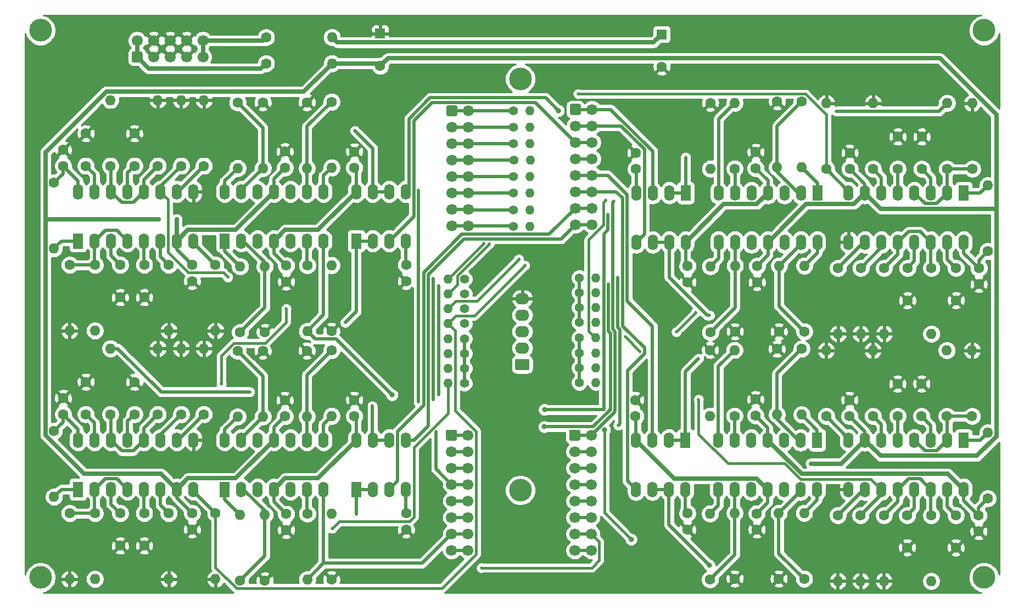
<source format=gbr>
%TF.GenerationSoftware,KiCad,Pcbnew,5.1.10-88a1d61d58~90~ubuntu20.10.1*%
%TF.CreationDate,2021-08-15T21:12:30+02:00*%
%TF.ProjectId,vcf-3350-8,7663662d-3333-4353-902d-382e6b696361,rev?*%
%TF.SameCoordinates,Original*%
%TF.FileFunction,Copper,L2,Bot*%
%TF.FilePolarity,Positive*%
%FSLAX46Y46*%
G04 Gerber Fmt 4.6, Leading zero omitted, Abs format (unit mm)*
G04 Created by KiCad (PCBNEW 5.1.10-88a1d61d58~90~ubuntu20.10.1) date 2021-08-15 21:12:30*
%MOMM*%
%LPD*%
G01*
G04 APERTURE LIST*
%TA.AperFunction,ComponentPad*%
%ADD10C,1.700000*%
%TD*%
%TA.AperFunction,ComponentPad*%
%ADD11O,1.600000X1.600000*%
%TD*%
%TA.AperFunction,ComponentPad*%
%ADD12C,1.600000*%
%TD*%
%TA.AperFunction,ComponentPad*%
%ADD13R,1.600000X1.600000*%
%TD*%
%TA.AperFunction,ComponentPad*%
%ADD14O,1.600000X2.400000*%
%TD*%
%TA.AperFunction,ComponentPad*%
%ADD15R,1.600000X2.400000*%
%TD*%
%TA.AperFunction,ComponentPad*%
%ADD16O,1.400000X1.400000*%
%TD*%
%TA.AperFunction,ComponentPad*%
%ADD17C,1.400000*%
%TD*%
%TA.AperFunction,ComponentPad*%
%ADD18O,2.190000X1.740000*%
%TD*%
%TA.AperFunction,ViaPad*%
%ADD19C,3.500000*%
%TD*%
%TA.AperFunction,ViaPad*%
%ADD20C,0.635000*%
%TD*%
%TA.AperFunction,ViaPad*%
%ADD21C,0.508000*%
%TD*%
%TA.AperFunction,ViaPad*%
%ADD22C,0.800000*%
%TD*%
%TA.AperFunction,Conductor*%
%ADD23C,0.508000*%
%TD*%
%TA.AperFunction,Conductor*%
%ADD24C,0.635000*%
%TD*%
%TA.AperFunction,Conductor*%
%ADD25C,0.381000*%
%TD*%
%TA.AperFunction,Conductor*%
%ADD26C,0.254000*%
%TD*%
%TA.AperFunction,Conductor*%
%ADD27C,0.100000*%
%TD*%
G04 APERTURE END LIST*
D10*
%TO.P,J6,10*%
%TO.N,Net-(J6-Pad10)*%
X98560000Y-89560000D03*
%TO.P,J6,8*%
%TO.N,GND*%
X96020000Y-89560000D03*
%TO.P,J6,6*%
X93480000Y-89560000D03*
%TO.P,J6,4*%
X90940000Y-89560000D03*
%TO.P,J6,2*%
%TO.N,Net-(J6-Pad1)*%
X88400000Y-89560000D03*
%TO.P,J6,9*%
%TO.N,Net-(J6-Pad10)*%
X98560000Y-92100000D03*
%TO.P,J6,7*%
%TO.N,GND*%
X96020000Y-92100000D03*
%TO.P,J6,5*%
X93480000Y-92100000D03*
%TO.P,J6,3*%
X90940000Y-92100000D03*
%TO.P,J6,1*%
%TO.N,Net-(J6-Pad1)*%
%TA.AperFunction,ComponentPad*%
G36*
G01*
X89000000Y-92950000D02*
X87800000Y-92950000D01*
G75*
G02*
X87550000Y-92700000I0J250000D01*
G01*
X87550000Y-91500000D01*
G75*
G02*
X87800000Y-91250000I250000J0D01*
G01*
X89000000Y-91250000D01*
G75*
G02*
X89250000Y-91500000I0J-250000D01*
G01*
X89250000Y-92700000D01*
G75*
G02*
X89000000Y-92950000I-250000J0D01*
G01*
G37*
%TD.AperFunction*%
%TD*%
D11*
%TO.P,R110,2*%
%TO.N,-12V*%
X118455302Y-93100000D03*
D12*
%TO.P,R110,1*%
%TO.N,Net-(J6-Pad1)*%
X108295302Y-93100000D03*
%TD*%
D11*
%TO.P,R109,2*%
%TO.N,+12V*%
X118455302Y-89050000D03*
D12*
%TO.P,R109,1*%
%TO.N,Net-(J6-Pad10)*%
X108295302Y-89050000D03*
%TD*%
%TO.P,C42,2*%
%TO.N,-12V*%
X125900000Y-93500000D03*
D13*
%TO.P,C42,1*%
%TO.N,GND*%
X125900000Y-88500000D03*
%TD*%
D12*
%TO.P,C41,2*%
%TO.N,GND*%
X169300000Y-93600000D03*
D13*
%TO.P,C41,1*%
%TO.N,+12V*%
X169300000Y-88600000D03*
%TD*%
D14*
%TO.P,U12,16*%
%TO.N,+12V*%
X79300000Y-151260000D03*
%TO.P,U12,8*%
%TO.N,FREQ7*%
X97080000Y-158880000D03*
%TO.P,U12,15*%
%TO.N,Net-(C34-Pad1)*%
X81840000Y-151260000D03*
%TO.P,U12,7*%
%TO.N,-12V*%
X94540000Y-158880000D03*
%TO.P,U12,14*%
%TO.N,Net-(R102-Pad1)*%
X84380000Y-151260000D03*
%TO.P,U12,6*%
%TO.N,RES7*%
X92000000Y-158880000D03*
%TO.P,U12,13*%
%TO.N,Net-(C35-Pad2)*%
X86920000Y-151260000D03*
%TO.P,U12,5*%
%TO.N,Net-(C32-Pad1)*%
X89460000Y-158880000D03*
%TO.P,U12,12*%
%TO.N,Net-(R102-Pad1)*%
X89460000Y-151260000D03*
%TO.P,U12,4*%
%TO.N,Net-(R93-Pad1)*%
X86920000Y-158880000D03*
%TO.P,U12,11*%
%TO.N,RES8*%
X92000000Y-151260000D03*
%TO.P,U12,3*%
%TO.N,Net-(C31-Pad2)*%
X84380000Y-158880000D03*
%TO.P,U12,10*%
%TO.N,FREQ8*%
X94540000Y-151260000D03*
%TO.P,U12,2*%
%TO.N,Net-(R93-Pad1)*%
X81840000Y-158880000D03*
%TO.P,U12,9*%
%TO.N,GND*%
X97080000Y-151260000D03*
D15*
%TO.P,U12,1*%
%TO.N,Net-(R98-Pad2)*%
X79300000Y-158880000D03*
%TD*%
D14*
%TO.P,U11,14*%
%TO.N,OUT_LP8*%
X101900000Y-151260000D03*
%TO.P,U11,7*%
%TO.N,OUT_BP7*%
X117140000Y-158880000D03*
%TO.P,U11,13*%
%TO.N,Net-(R100-Pad2)*%
X104440000Y-151260000D03*
%TO.P,U11,6*%
%TO.N,Net-(R91-Pad1)*%
X114600000Y-158880000D03*
%TO.P,U11,12*%
%TO.N,Net-(C35-Pad2)*%
X106980000Y-151260000D03*
%TO.P,U11,5*%
%TO.N,Net-(C32-Pad1)*%
X112060000Y-158880000D03*
%TO.P,U11,11*%
%TO.N,-12V*%
X109520000Y-151260000D03*
%TO.P,U11,4*%
%TO.N,+12V*%
X109520000Y-158880000D03*
%TO.P,U11,10*%
%TO.N,Net-(C34-Pad1)*%
X112060000Y-151260000D03*
%TO.P,U11,3*%
%TO.N,Net-(C31-Pad2)*%
X106980000Y-158880000D03*
%TO.P,U11,9*%
%TO.N,Net-(R105-Pad1)*%
X114600000Y-151260000D03*
%TO.P,U11,2*%
%TO.N,Net-(R90-Pad1)*%
X104440000Y-158880000D03*
%TO.P,U11,8*%
%TO.N,OUT_BP8*%
X117140000Y-151260000D03*
D15*
%TO.P,U11,1*%
%TO.N,OUT_LP7*%
X101900000Y-158880000D03*
%TD*%
D14*
%TO.P,U10,8*%
%TO.N,+12V*%
X122200000Y-151260000D03*
%TO.P,U10,4*%
%TO.N,-12V*%
X129820000Y-158880000D03*
%TO.P,U10,7*%
%TO.N,Net-(R103-Pad2)*%
X124740000Y-151260000D03*
%TO.P,U10,3*%
%TO.N,IN7*%
X127280000Y-158880000D03*
%TO.P,U10,6*%
%TO.N,Net-(R103-Pad2)*%
X127280000Y-151260000D03*
%TO.P,U10,2*%
%TO.N,Net-(R93-Pad2)*%
X124740000Y-158880000D03*
%TO.P,U10,5*%
%TO.N,IN8*%
X129820000Y-151260000D03*
D15*
%TO.P,U10,1*%
%TO.N,Net-(R93-Pad2)*%
X122200000Y-158880000D03*
%TD*%
D14*
%TO.P,U9,16*%
%TO.N,+12V*%
X215870000Y-158900000D03*
%TO.P,U9,8*%
%TO.N,FREQ5*%
X198090000Y-151280000D03*
%TO.P,U9,15*%
%TO.N,Net-(C24-Pad1)*%
X213330000Y-158900000D03*
%TO.P,U9,7*%
%TO.N,-12V*%
X200630000Y-151280000D03*
%TO.P,U9,14*%
%TO.N,Net-(R81-Pad1)*%
X210790000Y-158900000D03*
%TO.P,U9,6*%
%TO.N,RES5*%
X203170000Y-151280000D03*
%TO.P,U9,13*%
%TO.N,Net-(C25-Pad2)*%
X208250000Y-158900000D03*
%TO.P,U9,5*%
%TO.N,Net-(C22-Pad1)*%
X205710000Y-151280000D03*
%TO.P,U9,12*%
%TO.N,Net-(R81-Pad1)*%
X205710000Y-158900000D03*
%TO.P,U9,4*%
%TO.N,Net-(R72-Pad1)*%
X208250000Y-151280000D03*
%TO.P,U9,11*%
%TO.N,RES6*%
X203170000Y-158900000D03*
%TO.P,U9,3*%
%TO.N,Net-(C21-Pad2)*%
X210790000Y-151280000D03*
%TO.P,U9,10*%
%TO.N,FREQ6*%
X200630000Y-158900000D03*
%TO.P,U9,2*%
%TO.N,Net-(R72-Pad1)*%
X213330000Y-151280000D03*
%TO.P,U9,9*%
%TO.N,GND*%
X198090000Y-158900000D03*
D15*
%TO.P,U9,1*%
%TO.N,Net-(R77-Pad2)*%
X215870000Y-151280000D03*
%TD*%
D14*
%TO.P,U8,14*%
%TO.N,OUT_LP6*%
X193270000Y-158900000D03*
%TO.P,U8,7*%
%TO.N,OUT_BP5*%
X178030000Y-151280000D03*
%TO.P,U8,13*%
%TO.N,Net-(R79-Pad2)*%
X190730000Y-158900000D03*
%TO.P,U8,6*%
%TO.N,Net-(R70-Pad1)*%
X180570000Y-151280000D03*
%TO.P,U8,12*%
%TO.N,Net-(C25-Pad2)*%
X188190000Y-158900000D03*
%TO.P,U8,5*%
%TO.N,Net-(C22-Pad1)*%
X183110000Y-151280000D03*
%TO.P,U8,11*%
%TO.N,-12V*%
X185650000Y-158900000D03*
%TO.P,U8,4*%
%TO.N,+12V*%
X185650000Y-151280000D03*
%TO.P,U8,10*%
%TO.N,Net-(C24-Pad1)*%
X183110000Y-158900000D03*
%TO.P,U8,3*%
%TO.N,Net-(C21-Pad2)*%
X188190000Y-151280000D03*
%TO.P,U8,9*%
%TO.N,Net-(R78-Pad2)*%
X180570000Y-158900000D03*
%TO.P,U8,2*%
%TO.N,Net-(R69-Pad1)*%
X190730000Y-151280000D03*
%TO.P,U8,8*%
%TO.N,OUT_BP6*%
X178030000Y-158900000D03*
D15*
%TO.P,U8,1*%
%TO.N,OUT_LP5*%
X193270000Y-151280000D03*
%TD*%
D14*
%TO.P,U7,8*%
%TO.N,+12V*%
X172970000Y-158900000D03*
%TO.P,U7,4*%
%TO.N,-12V*%
X165350000Y-151280000D03*
%TO.P,U7,7*%
%TO.N,Net-(R82-Pad2)*%
X170430000Y-158900000D03*
%TO.P,U7,3*%
%TO.N,IN5*%
X167890000Y-151280000D03*
%TO.P,U7,6*%
%TO.N,Net-(R82-Pad2)*%
X167890000Y-158900000D03*
%TO.P,U7,2*%
%TO.N,Net-(R72-Pad2)*%
X170430000Y-151280000D03*
%TO.P,U7,5*%
%TO.N,IN6*%
X165350000Y-158900000D03*
D15*
%TO.P,U7,1*%
%TO.N,Net-(R72-Pad2)*%
X172970000Y-151280000D03*
%TD*%
D14*
%TO.P,U6,16*%
%TO.N,+12V*%
X79300000Y-112900000D03*
%TO.P,U6,8*%
%TO.N,FREQ3*%
X97080000Y-120520000D03*
%TO.P,U6,15*%
%TO.N,Net-(C14-Pad1)*%
X81840000Y-112900000D03*
%TO.P,U6,7*%
%TO.N,-12V*%
X94540000Y-120520000D03*
%TO.P,U6,14*%
%TO.N,Net-(R60-Pad1)*%
X84380000Y-112900000D03*
%TO.P,U6,6*%
%TO.N,RES3*%
X92000000Y-120520000D03*
%TO.P,U6,13*%
%TO.N,Net-(C15-Pad2)*%
X86920000Y-112900000D03*
%TO.P,U6,5*%
%TO.N,Net-(C12-Pad1)*%
X89460000Y-120520000D03*
%TO.P,U6,12*%
%TO.N,Net-(R60-Pad1)*%
X89460000Y-112900000D03*
%TO.P,U6,4*%
%TO.N,Net-(R51-Pad1)*%
X86920000Y-120520000D03*
%TO.P,U6,11*%
%TO.N,RES4*%
X92000000Y-112900000D03*
%TO.P,U6,3*%
%TO.N,Net-(C11-Pad2)*%
X84380000Y-120520000D03*
%TO.P,U6,10*%
%TO.N,FREQ4*%
X94540000Y-112900000D03*
%TO.P,U6,2*%
%TO.N,Net-(R51-Pad1)*%
X81840000Y-120520000D03*
%TO.P,U6,9*%
%TO.N,GND*%
X97080000Y-112900000D03*
D15*
%TO.P,U6,1*%
%TO.N,Net-(R56-Pad2)*%
X79300000Y-120520000D03*
%TD*%
D14*
%TO.P,U5,14*%
%TO.N,OUT_LP4*%
X101900000Y-112900000D03*
%TO.P,U5,7*%
%TO.N,OUT_BP3*%
X117140000Y-120520000D03*
%TO.P,U5,13*%
%TO.N,Net-(R58-Pad2)*%
X104440000Y-112900000D03*
%TO.P,U5,6*%
%TO.N,Net-(R49-Pad1)*%
X114600000Y-120520000D03*
%TO.P,U5,12*%
%TO.N,Net-(C15-Pad2)*%
X106980000Y-112900000D03*
%TO.P,U5,5*%
%TO.N,Net-(C12-Pad1)*%
X112060000Y-120520000D03*
%TO.P,U5,11*%
%TO.N,-12V*%
X109520000Y-112900000D03*
%TO.P,U5,4*%
%TO.N,+12V*%
X109520000Y-120520000D03*
%TO.P,U5,10*%
%TO.N,Net-(C14-Pad1)*%
X112060000Y-112900000D03*
%TO.P,U5,3*%
%TO.N,Net-(C11-Pad2)*%
X106980000Y-120520000D03*
%TO.P,U5,9*%
%TO.N,Net-(R57-Pad2)*%
X114600000Y-112900000D03*
%TO.P,U5,2*%
%TO.N,Net-(R48-Pad1)*%
X104440000Y-120520000D03*
%TO.P,U5,8*%
%TO.N,OUT_BP4*%
X117140000Y-112900000D03*
D15*
%TO.P,U5,1*%
%TO.N,OUT_LP3*%
X101900000Y-120520000D03*
%TD*%
D14*
%TO.P,U4,8*%
%TO.N,+12V*%
X122200000Y-112900000D03*
%TO.P,U4,4*%
%TO.N,-12V*%
X129820000Y-120520000D03*
%TO.P,U4,7*%
%TO.N,Net-(R61-Pad2)*%
X124740000Y-112900000D03*
%TO.P,U4,3*%
%TO.N,IN3*%
X127280000Y-120520000D03*
%TO.P,U4,6*%
%TO.N,Net-(R61-Pad2)*%
X127280000Y-112900000D03*
%TO.P,U4,2*%
%TO.N,Net-(R51-Pad2)*%
X124740000Y-120520000D03*
%TO.P,U4,5*%
%TO.N,IN4*%
X129820000Y-112900000D03*
D15*
%TO.P,U4,1*%
%TO.N,Net-(R51-Pad2)*%
X122200000Y-120520000D03*
%TD*%
D11*
%TO.P,R106,2*%
%TO.N,OUT_LP8*%
X103900000Y-147640000D03*
D12*
%TO.P,R106,1*%
%TO.N,Net-(R100-Pad2)*%
X103900000Y-137480000D03*
%TD*%
D11*
%TO.P,R105,2*%
%TO.N,OUT_BP8*%
X118400000Y-147540000D03*
D12*
%TO.P,R105,1*%
%TO.N,Net-(R105-Pad1)*%
X118400000Y-137380000D03*
%TD*%
D11*
%TO.P,R104,2*%
%TO.N,GND*%
X98700000Y-137120000D03*
D12*
%TO.P,R104,1*%
%TO.N,FREQ8*%
X98700000Y-147280000D03*
%TD*%
D11*
%TO.P,R103,2*%
%TO.N,Net-(R103-Pad2)*%
X84300000Y-137120000D03*
D12*
%TO.P,R103,1*%
%TO.N,Net-(R102-Pad1)*%
X84300000Y-147280000D03*
%TD*%
D11*
%TO.P,R102,2*%
%TO.N,GND*%
X91600000Y-137120000D03*
D12*
%TO.P,R102,1*%
%TO.N,Net-(R102-Pad1)*%
X91600000Y-147280000D03*
%TD*%
D11*
%TO.P,R101,2*%
%TO.N,GND*%
X95200000Y-137120000D03*
D12*
%TO.P,R101,1*%
%TO.N,RES8*%
X95200000Y-147280000D03*
%TD*%
D11*
%TO.P,R100,2*%
%TO.N,Net-(R100-Pad2)*%
X107800000Y-147640000D03*
D12*
%TO.P,R100,1*%
%TO.N,GND*%
X107800000Y-137480000D03*
%TD*%
D11*
%TO.P,R99,2*%
%TO.N,Net-(R105-Pad1)*%
X114600000Y-147640000D03*
D12*
%TO.P,R99,1*%
%TO.N,GND*%
X114600000Y-137480000D03*
%TD*%
D11*
%TO.P,R98,2*%
%TO.N,Net-(R98-Pad2)*%
X75600000Y-160040000D03*
D12*
%TO.P,R98,1*%
%TO.N,+12V*%
X75600000Y-149880000D03*
%TD*%
D11*
%TO.P,R97,2*%
%TO.N,Net-(R91-Pad1)*%
X118400000Y-162620000D03*
D12*
%TO.P,R97,1*%
%TO.N,GND*%
X118400000Y-172780000D03*
%TD*%
D11*
%TO.P,R96,2*%
%TO.N,Net-(R90-Pad1)*%
X108100001Y-162820000D03*
D12*
%TO.P,R96,1*%
%TO.N,GND*%
X108100001Y-172980000D03*
%TD*%
D11*
%TO.P,R95,2*%
%TO.N,GND*%
X93300000Y-172740000D03*
D12*
%TO.P,R95,1*%
%TO.N,RES7*%
X93300000Y-162580000D03*
%TD*%
D11*
%TO.P,R94,2*%
%TO.N,GND*%
X78000000Y-172740000D03*
D12*
%TO.P,R94,1*%
%TO.N,Net-(R93-Pad1)*%
X78000000Y-162580000D03*
%TD*%
D11*
%TO.P,R93,2*%
%TO.N,Net-(R93-Pad2)*%
X81900000Y-172740000D03*
D12*
%TO.P,R93,1*%
%TO.N,Net-(R93-Pad1)*%
X81900000Y-162580000D03*
%TD*%
D11*
%TO.P,R92,2*%
%TO.N,GND*%
X100500000Y-172740000D03*
D12*
%TO.P,R92,1*%
%TO.N,FREQ7*%
X100500000Y-162580000D03*
%TD*%
D11*
%TO.P,R91,2*%
%TO.N,OUT_BP7*%
X114650000Y-172790000D03*
D12*
%TO.P,R91,1*%
%TO.N,Net-(R91-Pad1)*%
X114650000Y-162630000D03*
%TD*%
D11*
%TO.P,R90,2*%
%TO.N,OUT_LP7*%
X104300001Y-162820000D03*
D12*
%TO.P,R90,1*%
%TO.N,Net-(R90-Pad1)*%
X104300001Y-172980000D03*
%TD*%
D11*
%TO.P,R85,2*%
%TO.N,OUT_LP6*%
X191270000Y-162520000D03*
D12*
%TO.P,R85,1*%
%TO.N,Net-(R79-Pad2)*%
X191270000Y-172680000D03*
%TD*%
D11*
%TO.P,R84,2*%
%TO.N,OUT_BP6*%
X176770001Y-162620000D03*
D12*
%TO.P,R84,1*%
%TO.N,Net-(R78-Pad2)*%
X176770001Y-172780000D03*
%TD*%
D11*
%TO.P,R83,2*%
%TO.N,GND*%
X196470001Y-173040000D03*
D12*
%TO.P,R83,1*%
%TO.N,FREQ6*%
X196470001Y-162880000D03*
%TD*%
D11*
%TO.P,R82,2*%
%TO.N,Net-(R82-Pad2)*%
X210870000Y-173040000D03*
D12*
%TO.P,R82,1*%
%TO.N,Net-(R81-Pad1)*%
X210870000Y-162880000D03*
%TD*%
D11*
%TO.P,R81,2*%
%TO.N,GND*%
X203570000Y-173040000D03*
D12*
%TO.P,R81,1*%
%TO.N,Net-(R81-Pad1)*%
X203570000Y-162880000D03*
%TD*%
D11*
%TO.P,R80,2*%
%TO.N,GND*%
X199970000Y-173040000D03*
D12*
%TO.P,R80,1*%
%TO.N,RES6*%
X199970000Y-162880000D03*
%TD*%
D11*
%TO.P,R79,2*%
%TO.N,Net-(R79-Pad2)*%
X187370000Y-162520000D03*
D12*
%TO.P,R79,1*%
%TO.N,GND*%
X187370000Y-172680000D03*
%TD*%
D11*
%TO.P,R78,2*%
%TO.N,Net-(R78-Pad2)*%
X180570001Y-162520000D03*
D12*
%TO.P,R78,1*%
%TO.N,GND*%
X180570001Y-172680000D03*
%TD*%
D11*
%TO.P,R77,2*%
%TO.N,Net-(R77-Pad2)*%
X219570001Y-150120000D03*
D12*
%TO.P,R77,1*%
%TO.N,+12V*%
X219570001Y-160280000D03*
%TD*%
D11*
%TO.P,R76,2*%
%TO.N,Net-(R70-Pad1)*%
X176770000Y-147540000D03*
D12*
%TO.P,R76,1*%
%TO.N,GND*%
X176770000Y-137380000D03*
%TD*%
D11*
%TO.P,R75,2*%
%TO.N,Net-(R69-Pad1)*%
X187070000Y-147340000D03*
D12*
%TO.P,R75,1*%
%TO.N,GND*%
X187070000Y-137180000D03*
%TD*%
D11*
%TO.P,R74,2*%
%TO.N,GND*%
X201870000Y-137420000D03*
D12*
%TO.P,R74,1*%
%TO.N,RES5*%
X201870000Y-147580000D03*
%TD*%
D11*
%TO.P,R73,2*%
%TO.N,GND*%
X217170000Y-137420000D03*
D12*
%TO.P,R73,1*%
%TO.N,Net-(R72-Pad1)*%
X217170000Y-147580000D03*
%TD*%
D11*
%TO.P,R72,2*%
%TO.N,Net-(R72-Pad2)*%
X213270000Y-137420000D03*
D12*
%TO.P,R72,1*%
%TO.N,Net-(R72-Pad1)*%
X213270000Y-147580000D03*
%TD*%
D11*
%TO.P,R71,2*%
%TO.N,GND*%
X194670000Y-137420000D03*
D12*
%TO.P,R71,1*%
%TO.N,FREQ5*%
X194670000Y-147580000D03*
%TD*%
D11*
%TO.P,R70,2*%
%TO.N,OUT_BP5*%
X180520000Y-137370000D03*
D12*
%TO.P,R70,1*%
%TO.N,Net-(R70-Pad1)*%
X180520000Y-147530000D03*
%TD*%
D11*
%TO.P,R69,2*%
%TO.N,OUT_LP5*%
X190870000Y-147340000D03*
D12*
%TO.P,R69,1*%
%TO.N,Net-(R69-Pad1)*%
X190870000Y-137180000D03*
%TD*%
D11*
%TO.P,R64,2*%
%TO.N,OUT_LP4*%
X103900000Y-109280000D03*
D12*
%TO.P,R64,1*%
%TO.N,Net-(R58-Pad2)*%
X103900000Y-99120000D03*
%TD*%
D11*
%TO.P,R63,2*%
%TO.N,OUT_BP4*%
X118400000Y-109180000D03*
D12*
%TO.P,R63,1*%
%TO.N,Net-(R57-Pad2)*%
X118400000Y-99020000D03*
%TD*%
D11*
%TO.P,R62,2*%
%TO.N,GND*%
X98700000Y-98760000D03*
D12*
%TO.P,R62,1*%
%TO.N,FREQ4*%
X98700000Y-108920000D03*
%TD*%
D11*
%TO.P,R61,2*%
%TO.N,Net-(R61-Pad2)*%
X84300000Y-98760000D03*
D12*
%TO.P,R61,1*%
%TO.N,Net-(R60-Pad1)*%
X84300000Y-108920000D03*
%TD*%
D11*
%TO.P,R60,2*%
%TO.N,GND*%
X91600000Y-98760000D03*
D12*
%TO.P,R60,1*%
%TO.N,Net-(R60-Pad1)*%
X91600000Y-108920000D03*
%TD*%
D11*
%TO.P,R59,2*%
%TO.N,GND*%
X95200000Y-98760000D03*
D12*
%TO.P,R59,1*%
%TO.N,RES4*%
X95200000Y-108920000D03*
%TD*%
D11*
%TO.P,R58,2*%
%TO.N,Net-(R58-Pad2)*%
X107800000Y-109280000D03*
D12*
%TO.P,R58,1*%
%TO.N,GND*%
X107800000Y-99120000D03*
%TD*%
D11*
%TO.P,R57,2*%
%TO.N,Net-(R57-Pad2)*%
X114600000Y-109280000D03*
D12*
%TO.P,R57,1*%
%TO.N,GND*%
X114600000Y-99120000D03*
%TD*%
D11*
%TO.P,R56,2*%
%TO.N,Net-(R56-Pad2)*%
X75600000Y-121680000D03*
D12*
%TO.P,R56,1*%
%TO.N,+12V*%
X75600000Y-111520000D03*
%TD*%
D11*
%TO.P,R55,2*%
%TO.N,Net-(R49-Pad1)*%
X118400000Y-124260000D03*
D12*
%TO.P,R55,1*%
%TO.N,GND*%
X118400000Y-134420000D03*
%TD*%
D11*
%TO.P,R54,2*%
%TO.N,Net-(R48-Pad1)*%
X108100000Y-124460000D03*
D12*
%TO.P,R54,1*%
%TO.N,GND*%
X108100000Y-134620000D03*
%TD*%
D11*
%TO.P,R53,2*%
%TO.N,GND*%
X93300000Y-134380000D03*
D12*
%TO.P,R53,1*%
%TO.N,RES3*%
X93300000Y-124220000D03*
%TD*%
D11*
%TO.P,R52,2*%
%TO.N,GND*%
X78000000Y-134380000D03*
D12*
%TO.P,R52,1*%
%TO.N,Net-(R51-Pad1)*%
X78000000Y-124220000D03*
%TD*%
D11*
%TO.P,R51,2*%
%TO.N,Net-(R51-Pad2)*%
X81900000Y-134380000D03*
D12*
%TO.P,R51,1*%
%TO.N,Net-(R51-Pad1)*%
X81900000Y-124220000D03*
%TD*%
D11*
%TO.P,R50,2*%
%TO.N,GND*%
X100500000Y-134380000D03*
D12*
%TO.P,R50,1*%
%TO.N,FREQ3*%
X100500000Y-124220000D03*
%TD*%
D11*
%TO.P,R49,2*%
%TO.N,OUT_BP3*%
X114650000Y-134430000D03*
D12*
%TO.P,R49,1*%
%TO.N,Net-(R49-Pad1)*%
X114650000Y-124270000D03*
%TD*%
D11*
%TO.P,R48,2*%
%TO.N,OUT_LP3*%
X104300000Y-124460000D03*
D12*
%TO.P,R48,1*%
%TO.N,Net-(R48-Pad1)*%
X104300000Y-134620000D03*
%TD*%
%TO.P,C40,2*%
%TO.N,-12V*%
X111200000Y-147600000D03*
%TO.P,C40,1*%
%TO.N,GND*%
X111200000Y-145100000D03*
%TD*%
%TO.P,C39,2*%
%TO.N,-12V*%
X129900000Y-162580000D03*
%TO.P,C39,1*%
%TO.N,GND*%
X129900000Y-165080000D03*
%TD*%
%TO.P,C38,2*%
%TO.N,+12V*%
X111400000Y-162680000D03*
%TO.P,C38,1*%
%TO.N,GND*%
X111400000Y-165180000D03*
%TD*%
%TO.P,C37,2*%
%TO.N,+12V*%
X121900000Y-147580000D03*
%TO.P,C37,1*%
%TO.N,GND*%
X121900000Y-145080000D03*
%TD*%
%TO.P,C36,2*%
%TO.N,+12V*%
X77000000Y-147280000D03*
%TO.P,C36,1*%
%TO.N,GND*%
X77000000Y-144780000D03*
%TD*%
%TO.P,C35,2*%
%TO.N,Net-(C35-Pad2)*%
X88000000Y-147280000D03*
%TO.P,C35,1*%
%TO.N,GND*%
X88000000Y-142280000D03*
%TD*%
%TO.P,C34,2*%
%TO.N,GND*%
X80500000Y-142280000D03*
%TO.P,C34,1*%
%TO.N,Net-(C34-Pad1)*%
X80500000Y-147280000D03*
%TD*%
%TO.P,C33,2*%
%TO.N,-12V*%
X96900000Y-162580000D03*
%TO.P,C33,1*%
%TO.N,GND*%
X96900000Y-165080000D03*
%TD*%
%TO.P,C32,2*%
%TO.N,GND*%
X89500000Y-167580000D03*
%TO.P,C32,1*%
%TO.N,Net-(C32-Pad1)*%
X89500000Y-162580000D03*
%TD*%
%TO.P,C31,2*%
%TO.N,Net-(C31-Pad2)*%
X85800000Y-162580000D03*
%TO.P,C31,1*%
%TO.N,GND*%
X85800000Y-167580000D03*
%TD*%
%TO.P,C30,2*%
%TO.N,-12V*%
X183970000Y-162600000D03*
%TO.P,C30,1*%
%TO.N,GND*%
X183970000Y-165100000D03*
%TD*%
%TO.P,C29,2*%
%TO.N,-12V*%
X165270000Y-147580000D03*
%TO.P,C29,1*%
%TO.N,GND*%
X165270000Y-145080000D03*
%TD*%
%TO.P,C28,2*%
%TO.N,+12V*%
X183770000Y-147480000D03*
%TO.P,C28,1*%
%TO.N,GND*%
X183770000Y-144980000D03*
%TD*%
%TO.P,C27,2*%
%TO.N,+12V*%
X173270000Y-162580000D03*
%TO.P,C27,1*%
%TO.N,GND*%
X173270000Y-165080000D03*
%TD*%
%TO.P,C26,2*%
%TO.N,+12V*%
X218170001Y-162880000D03*
%TO.P,C26,1*%
%TO.N,GND*%
X218170001Y-165380000D03*
%TD*%
%TO.P,C25,2*%
%TO.N,Net-(C25-Pad2)*%
X207170001Y-162880000D03*
%TO.P,C25,1*%
%TO.N,GND*%
X207170001Y-167880000D03*
%TD*%
%TO.P,C24,2*%
%TO.N,GND*%
X214670001Y-167880000D03*
%TO.P,C24,1*%
%TO.N,Net-(C24-Pad1)*%
X214670001Y-162880000D03*
%TD*%
%TO.P,C23,2*%
%TO.N,-12V*%
X198270000Y-147580000D03*
%TO.P,C23,1*%
%TO.N,GND*%
X198270000Y-145080000D03*
%TD*%
%TO.P,C22,2*%
%TO.N,GND*%
X205670000Y-142580000D03*
%TO.P,C22,1*%
%TO.N,Net-(C22-Pad1)*%
X205670000Y-147580000D03*
%TD*%
%TO.P,C21,2*%
%TO.N,Net-(C21-Pad2)*%
X209370000Y-147580000D03*
%TO.P,C21,1*%
%TO.N,GND*%
X209370000Y-142580000D03*
%TD*%
%TO.P,C20,2*%
%TO.N,-12V*%
X111200000Y-109200000D03*
%TO.P,C20,1*%
%TO.N,GND*%
X111200000Y-106700000D03*
%TD*%
%TO.P,C19,2*%
%TO.N,-12V*%
X129900000Y-124220000D03*
%TO.P,C19,1*%
%TO.N,GND*%
X129900000Y-126720000D03*
%TD*%
%TO.P,C18,2*%
%TO.N,+12V*%
X111400000Y-124320000D03*
%TO.P,C18,1*%
%TO.N,GND*%
X111400000Y-126820000D03*
%TD*%
%TO.P,C17,2*%
%TO.N,+12V*%
X121900000Y-109220000D03*
%TO.P,C17,1*%
%TO.N,GND*%
X121900000Y-106720000D03*
%TD*%
%TO.P,C16,2*%
%TO.N,+12V*%
X77000000Y-108920000D03*
%TO.P,C16,1*%
%TO.N,GND*%
X77000000Y-106420000D03*
%TD*%
%TO.P,C15,2*%
%TO.N,Net-(C15-Pad2)*%
X88000000Y-108920000D03*
%TO.P,C15,1*%
%TO.N,GND*%
X88000000Y-103920000D03*
%TD*%
%TO.P,C14,2*%
%TO.N,GND*%
X80500000Y-103920000D03*
%TO.P,C14,1*%
%TO.N,Net-(C14-Pad1)*%
X80500000Y-108920000D03*
%TD*%
%TO.P,C13,2*%
%TO.N,-12V*%
X96900000Y-124220000D03*
%TO.P,C13,1*%
%TO.N,GND*%
X96900000Y-126720000D03*
%TD*%
%TO.P,C12,2*%
%TO.N,GND*%
X89500000Y-129220000D03*
%TO.P,C12,1*%
%TO.N,Net-(C12-Pad1)*%
X89500000Y-124220000D03*
%TD*%
%TO.P,C11,2*%
%TO.N,Net-(C11-Pad2)*%
X85800000Y-124220000D03*
%TO.P,C11,1*%
%TO.N,GND*%
X85800000Y-129220000D03*
%TD*%
D16*
%TO.P,R24,2*%
%TO.N,RES8*%
X136360000Y-140200000D03*
D17*
%TO.P,R24,1*%
%TO.N,Net-(J5-Pad1)*%
X138900000Y-140200000D03*
%TD*%
D16*
%TO.P,R23,2*%
%TO.N,RES7*%
X136360000Y-142500000D03*
D17*
%TO.P,R23,1*%
%TO.N,Net-(J5-Pad1)*%
X138900000Y-142500000D03*
%TD*%
D16*
%TO.P,R22,2*%
%TO.N,RES6*%
X159140000Y-142400000D03*
D17*
%TO.P,R22,1*%
%TO.N,Net-(J5-Pad1)*%
X156600000Y-142400000D03*
%TD*%
D16*
%TO.P,R21,2*%
%TO.N,RES5*%
X159140000Y-140100000D03*
D17*
%TO.P,R21,1*%
%TO.N,Net-(J5-Pad1)*%
X156600000Y-140100000D03*
%TD*%
D16*
%TO.P,R20,2*%
%TO.N,RES4*%
X136360000Y-135600000D03*
D17*
%TO.P,R20,1*%
%TO.N,Net-(J5-Pad1)*%
X138900000Y-135600000D03*
%TD*%
D16*
%TO.P,R19,2*%
%TO.N,RES3*%
X136360000Y-137900000D03*
D17*
%TO.P,R19,1*%
%TO.N,Net-(J5-Pad1)*%
X138900000Y-137900000D03*
%TD*%
D16*
%TO.P,R18,2*%
%TO.N,RES2*%
X159140000Y-137800000D03*
D17*
%TO.P,R18,1*%
%TO.N,Net-(J5-Pad1)*%
X156600000Y-137800000D03*
%TD*%
D16*
%TO.P,R17,2*%
%TO.N,RES1*%
X159140000Y-135500000D03*
D17*
%TO.P,R17,1*%
%TO.N,Net-(J5-Pad1)*%
X156600000Y-135500000D03*
%TD*%
D16*
%TO.P,R16,2*%
%TO.N,FREQ8*%
X136360000Y-131000000D03*
D17*
%TO.P,R16,1*%
%TO.N,Net-(J5-Pad2)*%
X138900000Y-131000000D03*
%TD*%
D16*
%TO.P,R15,2*%
%TO.N,FREQ7*%
X136360000Y-133300000D03*
D17*
%TO.P,R15,1*%
%TO.N,Net-(J5-Pad2)*%
X138900000Y-133300000D03*
%TD*%
D16*
%TO.P,R14,2*%
%TO.N,FREQ6*%
X159140000Y-133100000D03*
D17*
%TO.P,R14,1*%
%TO.N,Net-(J5-Pad2)*%
X156600000Y-133100000D03*
%TD*%
D16*
%TO.P,R13,2*%
%TO.N,FREQ5*%
X159140000Y-130800000D03*
D17*
%TO.P,R13,1*%
%TO.N,Net-(J5-Pad2)*%
X156600000Y-130800000D03*
%TD*%
D16*
%TO.P,R12,2*%
%TO.N,FREQ4*%
X136360000Y-126400000D03*
D17*
%TO.P,R12,1*%
%TO.N,Net-(J5-Pad2)*%
X138900000Y-126400000D03*
%TD*%
D16*
%TO.P,R10,2*%
%TO.N,FREQ2*%
X159140000Y-128500000D03*
D17*
%TO.P,R10,1*%
%TO.N,Net-(J5-Pad2)*%
X156600000Y-128500000D03*
%TD*%
D16*
%TO.P,R9,2*%
%TO.N,FREQ1*%
X159140000Y-126200000D03*
D17*
%TO.P,R9,1*%
%TO.N,Net-(J5-Pad2)*%
X156600000Y-126200000D03*
%TD*%
D16*
%TO.P,R11,2*%
%TO.N,FREQ3*%
X136360000Y-128700000D03*
D17*
%TO.P,R11,1*%
%TO.N,Net-(J5-Pad2)*%
X138900000Y-128700000D03*
%TD*%
D11*
%TO.P,R33,2*%
%TO.N,Net-(R33-Pad2)*%
X219600000Y-111940000D03*
D12*
%TO.P,R33,1*%
%TO.N,+12V*%
X219600000Y-122100000D03*
%TD*%
%TO.P,C10,2*%
%TO.N,-12V*%
X165300000Y-109400000D03*
%TO.P,C10,1*%
%TO.N,GND*%
X165300000Y-106900000D03*
%TD*%
D14*
%TO.P,U3,8*%
%TO.N,+12V*%
X173000000Y-120720000D03*
%TO.P,U3,4*%
%TO.N,-12V*%
X165380000Y-113100000D03*
%TO.P,U3,7*%
%TO.N,Net-(R38-Pad2)*%
X170460000Y-120720000D03*
%TO.P,U3,3*%
%TO.N,IN1*%
X167920000Y-113100000D03*
%TO.P,U3,6*%
%TO.N,Net-(R38-Pad2)*%
X167920000Y-120720000D03*
%TO.P,U3,2*%
%TO.N,Net-(R28-Pad2)*%
X170460000Y-113100000D03*
%TO.P,U3,5*%
%TO.N,IN2*%
X165380000Y-120720000D03*
D15*
%TO.P,U3,1*%
%TO.N,Net-(R28-Pad2)*%
X173000000Y-113100000D03*
%TD*%
D12*
%TO.P,C9,2*%
%TO.N,+12V*%
X173300000Y-124400000D03*
%TO.P,C9,1*%
%TO.N,GND*%
X173300000Y-126900000D03*
%TD*%
D16*
%TO.P,R4,2*%
%TO.N,FREQ4*%
X149040000Y-108000000D03*
D17*
%TO.P,R4,1*%
%TO.N,Net-(J2-Pad7)*%
X146500000Y-108000000D03*
%TD*%
D16*
%TO.P,R8,2*%
%TO.N,FREQ8*%
X148990000Y-118250000D03*
D17*
%TO.P,R8,1*%
%TO.N,Net-(J2-Pad15)*%
X146450000Y-118250000D03*
%TD*%
D16*
%TO.P,R7,2*%
%TO.N,FREQ7*%
X148990000Y-115750000D03*
D17*
%TO.P,R7,1*%
%TO.N,Net-(J2-Pad13)*%
X146450000Y-115750000D03*
%TD*%
D16*
%TO.P,R6,2*%
%TO.N,FREQ6*%
X148990000Y-113100000D03*
D17*
%TO.P,R6,1*%
%TO.N,Net-(J2-Pad11)*%
X146450000Y-113100000D03*
%TD*%
D16*
%TO.P,R5,2*%
%TO.N,FREQ5*%
X148990000Y-110550000D03*
D17*
%TO.P,R5,1*%
%TO.N,Net-(J2-Pad10)*%
X146450000Y-110550000D03*
%TD*%
D16*
%TO.P,R3,2*%
%TO.N,FREQ3*%
X148990000Y-105500000D03*
D17*
%TO.P,R3,1*%
%TO.N,Net-(J2-Pad5)*%
X146450000Y-105500000D03*
%TD*%
D16*
%TO.P,R2,2*%
%TO.N,FREQ2*%
X148990000Y-102950000D03*
D17*
%TO.P,R2,1*%
%TO.N,Net-(J2-Pad3)*%
X146450000Y-102950000D03*
%TD*%
D16*
%TO.P,R1,2*%
%TO.N,FREQ1*%
X148990000Y-100450000D03*
D17*
%TO.P,R1,1*%
%TO.N,Net-(J2-Pad1)*%
X146450000Y-100450000D03*
%TD*%
D14*
%TO.P,U1,14*%
%TO.N,OUT_LP2*%
X193300000Y-120720000D03*
%TO.P,U1,7*%
%TO.N,OUT_BP1*%
X178060000Y-113100000D03*
%TO.P,U1,13*%
%TO.N,Net-(R35-Pad2)*%
X190760000Y-120720000D03*
%TO.P,U1,6*%
%TO.N,Net-(R26-Pad1)*%
X180600000Y-113100000D03*
%TO.P,U1,12*%
%TO.N,Net-(C5-Pad2)*%
X188220000Y-120720000D03*
%TO.P,U1,5*%
%TO.N,Net-(C2-Pad1)*%
X183140000Y-113100000D03*
%TO.P,U1,11*%
%TO.N,-12V*%
X185680000Y-120720000D03*
%TO.P,U1,4*%
%TO.N,+12V*%
X185680000Y-113100000D03*
%TO.P,U1,10*%
%TO.N,Net-(C4-Pad1)*%
X183140000Y-120720000D03*
%TO.P,U1,3*%
%TO.N,Net-(C1-Pad2)*%
X188220000Y-113100000D03*
%TO.P,U1,9*%
%TO.N,Net-(R34-Pad2)*%
X180600000Y-120720000D03*
%TO.P,U1,2*%
%TO.N,Net-(R25-Pad1)*%
X190760000Y-113100000D03*
%TO.P,U1,8*%
%TO.N,OUT_BP2*%
X178060000Y-120720000D03*
D15*
%TO.P,U1,1*%
%TO.N,OUT_LP1*%
X193300000Y-113100000D03*
%TD*%
D14*
%TO.P,U2,16*%
%TO.N,+12V*%
X215900000Y-120720000D03*
%TO.P,U2,8*%
%TO.N,FREQ1*%
X198120000Y-113100000D03*
%TO.P,U2,15*%
%TO.N,Net-(C4-Pad1)*%
X213360000Y-120720000D03*
%TO.P,U2,7*%
%TO.N,-12V*%
X200660000Y-113100000D03*
%TO.P,U2,14*%
%TO.N,Net-(R37-Pad1)*%
X210820000Y-120720000D03*
%TO.P,U2,6*%
%TO.N,RES1*%
X203200000Y-113100000D03*
%TO.P,U2,13*%
%TO.N,Net-(C5-Pad2)*%
X208280000Y-120720000D03*
%TO.P,U2,5*%
%TO.N,Net-(C2-Pad1)*%
X205740000Y-113100000D03*
%TO.P,U2,12*%
%TO.N,Net-(R37-Pad1)*%
X205740000Y-120720000D03*
%TO.P,U2,4*%
%TO.N,Net-(R28-Pad1)*%
X208280000Y-113100000D03*
%TO.P,U2,11*%
%TO.N,RES2*%
X203200000Y-120720000D03*
%TO.P,U2,3*%
%TO.N,Net-(C1-Pad2)*%
X210820000Y-113100000D03*
%TO.P,U2,10*%
%TO.N,FREQ2*%
X200660000Y-120720000D03*
%TO.P,U2,2*%
%TO.N,Net-(R28-Pad1)*%
X213360000Y-113100000D03*
%TO.P,U2,9*%
%TO.N,GND*%
X198120000Y-120720000D03*
D15*
%TO.P,U2,1*%
%TO.N,Net-(R33-Pad2)*%
X215900000Y-113100000D03*
%TD*%
D11*
%TO.P,R41,2*%
%TO.N,OUT_LP2*%
X191300000Y-124340000D03*
D12*
%TO.P,R41,1*%
%TO.N,Net-(R35-Pad2)*%
X191300000Y-134500000D03*
%TD*%
D11*
%TO.P,R40,2*%
%TO.N,OUT_BP2*%
X176800000Y-124440000D03*
D12*
%TO.P,R40,1*%
%TO.N,Net-(R34-Pad2)*%
X176800000Y-134600000D03*
%TD*%
D11*
%TO.P,R39,2*%
%TO.N,GND*%
X196500000Y-134860000D03*
D12*
%TO.P,R39,1*%
%TO.N,FREQ2*%
X196500000Y-124700000D03*
%TD*%
D11*
%TO.P,R38,2*%
%TO.N,Net-(R38-Pad2)*%
X210900000Y-134860000D03*
D12*
%TO.P,R38,1*%
%TO.N,Net-(R37-Pad1)*%
X210900000Y-124700000D03*
%TD*%
D11*
%TO.P,R37,2*%
%TO.N,GND*%
X203600000Y-134860000D03*
D12*
%TO.P,R37,1*%
%TO.N,Net-(R37-Pad1)*%
X203600000Y-124700000D03*
%TD*%
D11*
%TO.P,R36,2*%
%TO.N,GND*%
X200000000Y-134860000D03*
D12*
%TO.P,R36,1*%
%TO.N,RES2*%
X200000000Y-124700000D03*
%TD*%
D11*
%TO.P,R35,2*%
%TO.N,Net-(R35-Pad2)*%
X187400000Y-124340000D03*
D12*
%TO.P,R35,1*%
%TO.N,GND*%
X187400000Y-134500000D03*
%TD*%
D11*
%TO.P,R34,2*%
%TO.N,Net-(R34-Pad2)*%
X180600000Y-124340000D03*
D12*
%TO.P,R34,1*%
%TO.N,GND*%
X180600000Y-134500000D03*
%TD*%
D11*
%TO.P,R32,2*%
%TO.N,Net-(R26-Pad1)*%
X176800000Y-109360000D03*
D12*
%TO.P,R32,1*%
%TO.N,GND*%
X176800000Y-99200000D03*
%TD*%
D11*
%TO.P,R31,2*%
%TO.N,Net-(R25-Pad1)*%
X187100000Y-109160000D03*
D12*
%TO.P,R31,1*%
%TO.N,GND*%
X187100000Y-99000000D03*
%TD*%
D11*
%TO.P,R30,2*%
%TO.N,GND*%
X201900000Y-99240000D03*
D12*
%TO.P,R30,1*%
%TO.N,RES1*%
X201900000Y-109400000D03*
%TD*%
D11*
%TO.P,R29,2*%
%TO.N,GND*%
X217200000Y-99240000D03*
D12*
%TO.P,R29,1*%
%TO.N,Net-(R28-Pad1)*%
X217200000Y-109400000D03*
%TD*%
D11*
%TO.P,R28,2*%
%TO.N,Net-(R28-Pad2)*%
X213300000Y-99240000D03*
D12*
%TO.P,R28,1*%
%TO.N,Net-(R28-Pad1)*%
X213300000Y-109400000D03*
%TD*%
D11*
%TO.P,R27,2*%
%TO.N,GND*%
X194700000Y-99240000D03*
D12*
%TO.P,R27,1*%
%TO.N,FREQ1*%
X194700000Y-109400000D03*
%TD*%
D11*
%TO.P,R26,2*%
%TO.N,OUT_BP1*%
X180550000Y-99190000D03*
D12*
%TO.P,R26,1*%
%TO.N,Net-(R26-Pad1)*%
X180550000Y-109350000D03*
%TD*%
D11*
%TO.P,R25,2*%
%TO.N,OUT_LP1*%
X190900000Y-109160000D03*
D12*
%TO.P,R25,1*%
%TO.N,Net-(R25-Pad1)*%
X190900000Y-99000000D03*
%TD*%
D18*
%TO.P,J5,5*%
%TO.N,GND*%
X147800000Y-129440000D03*
%TO.P,J5,4*%
%TO.N,-12V*%
X147800000Y-131980000D03*
%TO.P,J5,3*%
%TO.N,+12V*%
X147800000Y-134520000D03*
%TO.P,J5,2*%
%TO.N,Net-(J5-Pad2)*%
X147800000Y-137060000D03*
%TO.P,J5,1*%
%TO.N,Net-(J5-Pad1)*%
%TA.AperFunction,ComponentPad*%
G36*
G01*
X148645001Y-140470000D02*
X146954999Y-140470000D01*
G75*
G02*
X146705000Y-140220001I0J249999D01*
G01*
X146705000Y-138979999D01*
G75*
G02*
X146954999Y-138730000I249999J0D01*
G01*
X148645001Y-138730000D01*
G75*
G02*
X148895000Y-138979999I0J-249999D01*
G01*
X148895000Y-140220001D01*
G75*
G02*
X148645001Y-140470000I-249999J0D01*
G01*
G37*
%TD.AperFunction*%
%TD*%
D10*
%TO.P,J4,16*%
%TO.N,OUT_BP8*%
X139435000Y-168290000D03*
%TO.P,J4,14*%
%TO.N,OUT_BP7*%
X139435000Y-165750000D03*
%TO.P,J4,12*%
%TO.N,OUT_BP6*%
X139435000Y-163210000D03*
%TO.P,J4,10*%
%TO.N,OUT_BP5*%
X139435000Y-160670000D03*
%TO.P,J4,8*%
%TO.N,OUT_BP4*%
X139435000Y-158130000D03*
%TO.P,J4,6*%
%TO.N,OUT_BP3*%
X139435000Y-155590000D03*
%TO.P,J4,4*%
%TO.N,OUT_BP2*%
X139435000Y-153050000D03*
%TO.P,J4,2*%
%TO.N,OUT_BP1*%
X139435000Y-150510000D03*
%TO.P,J4,15*%
%TO.N,OUT_BP8*%
X136895000Y-168290000D03*
%TO.P,J4,13*%
%TO.N,OUT_BP7*%
X136895000Y-165750000D03*
%TO.P,J4,11*%
%TO.N,OUT_BP6*%
X136895000Y-163210000D03*
%TO.P,J4,9*%
%TO.N,OUT_BP5*%
X136895000Y-160670000D03*
%TO.P,J4,7*%
%TO.N,OUT_BP4*%
X136895000Y-158130000D03*
%TO.P,J4,5*%
%TO.N,OUT_BP3*%
X136895000Y-155590000D03*
%TO.P,J4,3*%
%TO.N,OUT_BP2*%
X136895000Y-153050000D03*
%TO.P,J4,1*%
%TO.N,OUT_BP1*%
%TA.AperFunction,ComponentPad*%
G36*
G01*
X136045000Y-151110000D02*
X136045000Y-149910000D01*
G75*
G02*
X136295000Y-149660000I250000J0D01*
G01*
X137495000Y-149660000D01*
G75*
G02*
X137745000Y-149910000I0J-250000D01*
G01*
X137745000Y-151110000D01*
G75*
G02*
X137495000Y-151360000I-250000J0D01*
G01*
X136295000Y-151360000D01*
G75*
G02*
X136045000Y-151110000I0J250000D01*
G01*
G37*
%TD.AperFunction*%
%TD*%
%TO.P,J3,16*%
%TO.N,OUT_LP8*%
X158440000Y-168290000D03*
%TO.P,J3,14*%
%TO.N,OUT_LP7*%
X158440000Y-165750000D03*
%TO.P,J3,12*%
%TO.N,OUT_LP6*%
X158440000Y-163210000D03*
%TO.P,J3,10*%
%TO.N,OUT_LP5*%
X158440000Y-160670000D03*
%TO.P,J3,8*%
%TO.N,OUT_LP4*%
X158440000Y-158130000D03*
%TO.P,J3,6*%
%TO.N,OUT_LP3*%
X158440000Y-155590000D03*
%TO.P,J3,4*%
%TO.N,OUT_LP2*%
X158440000Y-153050000D03*
%TO.P,J3,2*%
%TO.N,OUT_LP1*%
X158440000Y-150510000D03*
%TO.P,J3,15*%
%TO.N,OUT_LP8*%
X155900000Y-168290000D03*
%TO.P,J3,13*%
%TO.N,OUT_LP7*%
X155900000Y-165750000D03*
%TO.P,J3,11*%
%TO.N,OUT_LP6*%
X155900000Y-163210000D03*
%TO.P,J3,9*%
%TO.N,OUT_LP5*%
X155900000Y-160670000D03*
%TO.P,J3,7*%
%TO.N,OUT_LP4*%
X155900000Y-158130000D03*
%TO.P,J3,5*%
%TO.N,OUT_LP3*%
X155900000Y-155590000D03*
%TO.P,J3,3*%
%TO.N,OUT_LP2*%
X155900000Y-153050000D03*
%TO.P,J3,1*%
%TO.N,OUT_LP1*%
%TA.AperFunction,ComponentPad*%
G36*
G01*
X155050000Y-151110000D02*
X155050000Y-149910000D01*
G75*
G02*
X155300000Y-149660000I250000J0D01*
G01*
X156500000Y-149660000D01*
G75*
G02*
X156750000Y-149910000I0J-250000D01*
G01*
X156750000Y-151110000D01*
G75*
G02*
X156500000Y-151360000I-250000J0D01*
G01*
X155300000Y-151360000D01*
G75*
G02*
X155050000Y-151110000I0J250000D01*
G01*
G37*
%TD.AperFunction*%
%TD*%
%TO.P,J2,16*%
%TO.N,Net-(J2-Pad15)*%
X139495000Y-118190000D03*
%TO.P,J2,14*%
%TO.N,Net-(J2-Pad13)*%
X139495000Y-115650000D03*
%TO.P,J2,12*%
%TO.N,Net-(J2-Pad11)*%
X139495000Y-113110000D03*
%TO.P,J2,10*%
%TO.N,Net-(J2-Pad10)*%
X139495000Y-110570000D03*
%TO.P,J2,8*%
%TO.N,Net-(J2-Pad7)*%
X139495000Y-108030000D03*
%TO.P,J2,6*%
%TO.N,Net-(J2-Pad5)*%
X139495000Y-105490000D03*
%TO.P,J2,4*%
%TO.N,Net-(J2-Pad3)*%
X139495000Y-102950000D03*
%TO.P,J2,2*%
%TO.N,Net-(J2-Pad1)*%
X139495000Y-100410000D03*
%TO.P,J2,15*%
%TO.N,Net-(J2-Pad15)*%
X136955000Y-118190000D03*
%TO.P,J2,13*%
%TO.N,Net-(J2-Pad13)*%
X136955000Y-115650000D03*
%TO.P,J2,11*%
%TO.N,Net-(J2-Pad11)*%
X136955000Y-113110000D03*
%TO.P,J2,9*%
%TO.N,Net-(J2-Pad10)*%
X136955000Y-110570000D03*
%TO.P,J2,7*%
%TO.N,Net-(J2-Pad7)*%
X136955000Y-108030000D03*
%TO.P,J2,5*%
%TO.N,Net-(J2-Pad5)*%
X136955000Y-105490000D03*
%TO.P,J2,3*%
%TO.N,Net-(J2-Pad3)*%
X136955000Y-102950000D03*
%TO.P,J2,1*%
%TO.N,Net-(J2-Pad1)*%
%TA.AperFunction,ComponentPad*%
G36*
G01*
X136105000Y-101010000D02*
X136105000Y-99810000D01*
G75*
G02*
X136355000Y-99560000I250000J0D01*
G01*
X137555000Y-99560000D01*
G75*
G02*
X137805000Y-99810000I0J-250000D01*
G01*
X137805000Y-101010000D01*
G75*
G02*
X137555000Y-101260000I-250000J0D01*
G01*
X136355000Y-101260000D01*
G75*
G02*
X136105000Y-101010000I0J250000D01*
G01*
G37*
%TD.AperFunction*%
%TD*%
%TO.P,J1,16*%
%TO.N,IN8*%
X158540000Y-117980000D03*
%TO.P,J1,14*%
%TO.N,IN7*%
X158540000Y-115440000D03*
%TO.P,J1,12*%
%TO.N,IN6*%
X158540000Y-112900000D03*
%TO.P,J1,10*%
%TO.N,IN5*%
X158540000Y-110360000D03*
%TO.P,J1,8*%
%TO.N,IN4*%
X158540000Y-107820000D03*
%TO.P,J1,6*%
%TO.N,IN3*%
X158540000Y-105280000D03*
%TO.P,J1,4*%
%TO.N,IN2*%
X158540000Y-102740000D03*
%TO.P,J1,2*%
%TO.N,IN1*%
X158540000Y-100200000D03*
%TO.P,J1,15*%
%TO.N,IN8*%
X156000000Y-117980000D03*
%TO.P,J1,13*%
%TO.N,IN7*%
X156000000Y-115440000D03*
%TO.P,J1,11*%
%TO.N,IN6*%
X156000000Y-112900000D03*
%TO.P,J1,9*%
%TO.N,IN5*%
X156000000Y-110360000D03*
%TO.P,J1,7*%
%TO.N,IN4*%
X156000000Y-107820000D03*
%TO.P,J1,5*%
%TO.N,IN3*%
X156000000Y-105280000D03*
%TO.P,J1,3*%
%TO.N,IN2*%
X156000000Y-102740000D03*
%TO.P,J1,1*%
%TO.N,IN1*%
%TA.AperFunction,ComponentPad*%
G36*
G01*
X155150000Y-100800000D02*
X155150000Y-99600000D01*
G75*
G02*
X155400000Y-99350000I250000J0D01*
G01*
X156600000Y-99350000D01*
G75*
G02*
X156850000Y-99600000I0J-250000D01*
G01*
X156850000Y-100800000D01*
G75*
G02*
X156600000Y-101050000I-250000J0D01*
G01*
X155400000Y-101050000D01*
G75*
G02*
X155150000Y-100800000I0J250000D01*
G01*
G37*
%TD.AperFunction*%
%TD*%
D12*
%TO.P,C8,2*%
%TO.N,-12V*%
X184000000Y-124400000D03*
%TO.P,C8,1*%
%TO.N,GND*%
X184000000Y-126900000D03*
%TD*%
%TO.P,C7,2*%
%TO.N,+12V*%
X183800000Y-109300000D03*
%TO.P,C7,1*%
%TO.N,GND*%
X183800000Y-106800000D03*
%TD*%
%TO.P,C6,2*%
%TO.N,+12V*%
X218200000Y-124700000D03*
%TO.P,C6,1*%
%TO.N,GND*%
X218200000Y-127200000D03*
%TD*%
%TO.P,C5,2*%
%TO.N,Net-(C5-Pad2)*%
X207200000Y-124700000D03*
%TO.P,C5,1*%
%TO.N,GND*%
X207200000Y-129700000D03*
%TD*%
%TO.P,C4,2*%
%TO.N,GND*%
X214700000Y-129700000D03*
%TO.P,C4,1*%
%TO.N,Net-(C4-Pad1)*%
X214700000Y-124700000D03*
%TD*%
%TO.P,C3,2*%
%TO.N,-12V*%
X198300000Y-109400000D03*
%TO.P,C3,1*%
%TO.N,GND*%
X198300000Y-106900000D03*
%TD*%
%TO.P,C2,2*%
%TO.N,GND*%
X205700000Y-104400000D03*
%TO.P,C2,1*%
%TO.N,Net-(C2-Pad1)*%
X205700000Y-109400000D03*
%TD*%
%TO.P,C1,2*%
%TO.N,Net-(C1-Pad2)*%
X209400000Y-109400000D03*
%TO.P,C1,1*%
%TO.N,GND*%
X209400000Y-104400000D03*
%TD*%
D19*
%TO.N,*%
X73500000Y-172500000D03*
X219000000Y-172500000D03*
X219000000Y-88000000D03*
X73500000Y-88000000D03*
X147500000Y-95500000D03*
X147500000Y-159000000D03*
D20*
%TO.N,-12V*%
X192300000Y-154900000D03*
X94540000Y-117160000D03*
X91740000Y-117160000D03*
X143817501Y-92282499D03*
%TO.N,+12V*%
X142650001Y-89849999D03*
D21*
%TO.N,OUT_LP2*%
X162594263Y-148994263D03*
X162500000Y-126184078D03*
%TO.N,OUT_LP1*%
X161891990Y-114414573D03*
%TO.N,OUT_BP2*%
X161083980Y-127200000D03*
D22*
X151194010Y-149205990D03*
%TO.N,OUT_BP1*%
X151228531Y-146571469D03*
D21*
X160977202Y-116377202D03*
%TO.N,FREQ1*%
X156409499Y-97809499D03*
%TO.N,RES1*%
X160700000Y-114200000D03*
%TO.N,RES2*%
X174560971Y-131560971D03*
X171560971Y-134560971D03*
%TO.N,Net-(R28-Pad2)*%
X196205999Y-100494001D03*
X173000000Y-107600000D03*
%TO.N,Net-(R38-Pad2)*%
X176700000Y-132000000D03*
D22*
%TO.N,IN4*%
X153400000Y-100400000D03*
D21*
%TO.N,OUT_LP7*%
X141500000Y-171000000D03*
%TO.N,OUT_LP4*%
X134100000Y-126300000D03*
X134100000Y-145000000D03*
%TO.N,OUT_LP3*%
X134900000Y-127400000D03*
X134900000Y-144300000D03*
%TO.N,OUT_BP4*%
X134500000Y-149900000D03*
X131800000Y-112700000D03*
X131800000Y-145400000D03*
D22*
%TO.N,OUT_BP3*%
X127707961Y-144292039D03*
D21*
%TO.N,FREQ3*%
X142743029Y-120943029D03*
%TO.N,FREQ4*%
X141830000Y-120930000D03*
%TO.N,FREQ5*%
X165920000Y-137580000D03*
X163670000Y-135330000D03*
D22*
%TO.N,FREQ6*%
X160500000Y-149700000D03*
X164600000Y-166600000D03*
D21*
%TO.N,FREQ7*%
X148200000Y-124300000D03*
%TO.N,FREQ8*%
X111400000Y-131000000D03*
X101400000Y-142600000D03*
X147250000Y-123350000D03*
%TO.N,RES4*%
X102400000Y-126100000D03*
%TO.N,RES6*%
X175000000Y-145000000D03*
%TO.N,RES7*%
X118500000Y-164900000D03*
%TO.N,Net-(R51-Pad2)*%
X120500000Y-133125999D03*
%TO.N,Net-(R61-Pad2)*%
X122000000Y-103500000D03*
%TO.N,Net-(R72-Pad2)*%
X175000000Y-138674001D03*
D22*
%TO.N,Net-(R82-Pad2)*%
X176629315Y-170570685D03*
D21*
%TO.N,Net-(R103-Pad2)*%
X105774001Y-143825999D03*
X124675922Y-146000000D03*
%TO.N,Net-(R93-Pad2)*%
X122200000Y-162700000D03*
%TD*%
D23*
%TO.N,Net-(C1-Pad2)*%
X210820000Y-110820000D02*
X209400000Y-109400000D01*
X210820000Y-113100000D02*
X210820000Y-110820000D01*
%TO.N,Net-(C2-Pad1)*%
X205740000Y-109440000D02*
X205700000Y-109400000D01*
X205740000Y-113100000D02*
X205740000Y-109440000D01*
%TO.N,-12V*%
X200660000Y-111760000D02*
X198300000Y-109400000D01*
X200660000Y-113100000D02*
X200660000Y-111760000D01*
X165380000Y-109480000D02*
X165300000Y-109400000D01*
X165380000Y-113100000D02*
X165380000Y-109480000D01*
X94540000Y-121860000D02*
X96900000Y-124220000D01*
X94540000Y-120520000D02*
X94540000Y-121860000D01*
X129820000Y-124140000D02*
X129900000Y-124220000D01*
X129820000Y-120520000D02*
X129820000Y-124140000D01*
X200630000Y-149940000D02*
X198270000Y-147580000D01*
X200630000Y-151280000D02*
X200630000Y-149940000D01*
X165350000Y-147660000D02*
X165270000Y-147580000D01*
X165350000Y-151280000D02*
X165350000Y-147660000D01*
X94540000Y-160220000D02*
X96900000Y-162580000D01*
X94540000Y-158880000D02*
X94540000Y-160220000D01*
X129820000Y-162500000D02*
X129900000Y-162580000D01*
X129820000Y-158880000D02*
X129820000Y-162500000D01*
X185650000Y-160920000D02*
X183970000Y-162600000D01*
X185650000Y-158900000D02*
X185650000Y-160920000D01*
X109520000Y-149280000D02*
X111200000Y-147600000D01*
X109520000Y-151260000D02*
X109520000Y-149280000D01*
X185680000Y-122720000D02*
X184000000Y-124400000D01*
X185680000Y-120720000D02*
X185680000Y-122720000D01*
X109520000Y-110880000D02*
X111200000Y-109200000D01*
X109520000Y-112900000D02*
X109520000Y-110880000D01*
D24*
X125500000Y-93100000D02*
X125900000Y-93500000D01*
X118455302Y-93100000D02*
X125500000Y-93100000D01*
X92114480Y-156454480D02*
X94540000Y-158880000D01*
X80224578Y-156454480D02*
X92114480Y-156454480D01*
X83667599Y-97442499D02*
X74282499Y-106827599D01*
X74282499Y-150512401D02*
X80224578Y-156454480D01*
X114112803Y-97442499D02*
X83667599Y-97442499D01*
X118455302Y-93100000D02*
X114112803Y-97442499D01*
X103617510Y-157162490D02*
X109520000Y-151260000D01*
X96257510Y-157162490D02*
X103617510Y-157162490D01*
X94540000Y-158880000D02*
X96257510Y-157162490D01*
X96257510Y-118802490D02*
X94540000Y-120520000D01*
X103617510Y-118802490D02*
X96257510Y-118802490D01*
X109520000Y-112900000D02*
X103617510Y-118802490D01*
X203055520Y-153705520D02*
X200630000Y-151280000D01*
X217934383Y-153705520D02*
X203055520Y-153705520D01*
X220917501Y-150722402D02*
X217934383Y-153705520D01*
X212192401Y-92282499D02*
X220917501Y-101007599D01*
X127117501Y-92282499D02*
X143817501Y-92282499D01*
X125900000Y-93500000D02*
X127117501Y-92282499D01*
X200630000Y-151280000D02*
X197010000Y-154900000D01*
X197010000Y-154900000D02*
X192300000Y-154900000D01*
X192300000Y-154900000D02*
X192300000Y-154900000D01*
X171252490Y-157182490D02*
X165350000Y-151280000D01*
X183932490Y-157182490D02*
X171252490Y-157182490D01*
X185650000Y-158900000D02*
X183932490Y-157182490D01*
X191582490Y-114817510D02*
X185680000Y-120720000D01*
X198942490Y-114817510D02*
X191582490Y-114817510D01*
X200660000Y-113100000D02*
X198942490Y-114817510D01*
X220825520Y-115525520D02*
X220917501Y-115617501D01*
X203085520Y-115525520D02*
X220825520Y-115525520D01*
X200660000Y-113100000D02*
X203085520Y-115525520D01*
X220917501Y-115617501D02*
X220917501Y-150722402D01*
X220917501Y-101007599D02*
X220917501Y-115617501D01*
X94540000Y-120520000D02*
X94540000Y-117160000D01*
X94540000Y-117160000D02*
X94540000Y-117160000D01*
X74360000Y-117160000D02*
X74282499Y-117082499D01*
X74282499Y-117082499D02*
X74282499Y-150512401D01*
X91740000Y-117160000D02*
X74360000Y-117160000D01*
X74282499Y-106827599D02*
X74282499Y-117082499D01*
X143817501Y-92282499D02*
X212192401Y-92282499D01*
D23*
%TO.N,Net-(C4-Pad1)*%
X213360000Y-123360000D02*
X214700000Y-124700000D01*
X213360000Y-120720000D02*
X213360000Y-123360000D01*
%TO.N,Net-(C5-Pad2)*%
X208280000Y-123620000D02*
X207200000Y-124700000D01*
X208280000Y-120720000D02*
X208280000Y-123620000D01*
%TO.N,+12V*%
X215900000Y-122400000D02*
X218200000Y-124700000D01*
X215900000Y-120720000D02*
X215900000Y-122400000D01*
X173000000Y-124100000D02*
X173300000Y-124400000D01*
X173000000Y-120720000D02*
X173000000Y-124100000D01*
X218200000Y-123500000D02*
X219600000Y-122100000D01*
X218200000Y-124700000D02*
X218200000Y-123500000D01*
X185680000Y-111180000D02*
X183800000Y-109300000D01*
X185680000Y-113100000D02*
X185680000Y-111180000D01*
X79300000Y-111220000D02*
X77000000Y-108920000D01*
X79300000Y-112900000D02*
X79300000Y-111220000D01*
X122200000Y-109520000D02*
X121900000Y-109220000D01*
X122200000Y-112900000D02*
X122200000Y-109520000D01*
X77000000Y-110120000D02*
X75600000Y-111520000D01*
X77000000Y-108920000D02*
X77000000Y-110120000D01*
X109520000Y-122440000D02*
X111400000Y-124320000D01*
X109520000Y-120520000D02*
X109520000Y-122440000D01*
X215870000Y-160580000D02*
X218170000Y-162880000D01*
X215870000Y-158900000D02*
X215870000Y-160580000D01*
X172970000Y-162280000D02*
X173270000Y-162580000D01*
X172970000Y-158900000D02*
X172970000Y-162280000D01*
X218170000Y-161680000D02*
X219570000Y-160280000D01*
X218170000Y-162880000D02*
X218170000Y-161680000D01*
X185650000Y-149360000D02*
X183770000Y-147480000D01*
X185650000Y-151280000D02*
X185650000Y-149360000D01*
X79300000Y-149580000D02*
X77000000Y-147280000D01*
X79300000Y-151260000D02*
X79300000Y-149580000D01*
X122200000Y-147880000D02*
X121900000Y-147580000D01*
X122200000Y-151260000D02*
X122200000Y-147880000D01*
X77000000Y-148480000D02*
X75600000Y-149880000D01*
X77000000Y-147280000D02*
X77000000Y-148480000D01*
X109520000Y-160800000D02*
X111400000Y-162680000D01*
X109520000Y-158880000D02*
X109520000Y-160800000D01*
D24*
X168050001Y-89849999D02*
X169300000Y-88600000D01*
X119255301Y-89849999D02*
X142650001Y-89849999D01*
X118455302Y-89050000D02*
X119255301Y-89849999D01*
X116297510Y-157162490D02*
X122200000Y-151260000D01*
X111237510Y-157162490D02*
X116297510Y-157162490D01*
X109520000Y-158880000D02*
X111237510Y-157162490D01*
X111237510Y-118802490D02*
X116297510Y-118802490D01*
X116297510Y-118802490D02*
X122200000Y-112900000D01*
X109520000Y-120520000D02*
X111237510Y-118802490D01*
X190844480Y-156474480D02*
X185650000Y-151280000D01*
X213444480Y-156474480D02*
X190844480Y-156474480D01*
X215870000Y-158900000D02*
X213444480Y-156474480D01*
X178902490Y-114817510D02*
X173000000Y-120720000D01*
X183962490Y-114817510D02*
X178902490Y-114817510D01*
X185680000Y-113100000D02*
X183962490Y-114817510D01*
X142650001Y-89849999D02*
X168050001Y-89849999D01*
D23*
%TO.N,IN2*%
X162995922Y-102740000D02*
X158540000Y-102740000D01*
X166634010Y-106378088D02*
X162995922Y-102740000D01*
X166634010Y-119465990D02*
X166634010Y-106378088D01*
X165380000Y-120720000D02*
X166634010Y-119465990D01*
X158540000Y-102740000D02*
X156000000Y-102740000D01*
%TO.N,IN1*%
X161457199Y-100200000D02*
X158540000Y-100200000D01*
X167920000Y-106662801D02*
X161457199Y-100200000D01*
X167920000Y-113100000D02*
X167920000Y-106662801D01*
X158540000Y-100200000D02*
X156000000Y-100200000D01*
%TO.N,Net-(J2-Pad15)*%
X136955000Y-118190000D02*
X139495000Y-118190000D01*
X146390000Y-118190000D02*
X146450000Y-118250000D01*
X139495000Y-118190000D02*
X146390000Y-118190000D01*
%TO.N,Net-(J2-Pad13)*%
X136955000Y-115650000D02*
X139495000Y-115650000D01*
X139595000Y-115750000D02*
X139495000Y-115650000D01*
X146450000Y-115750000D02*
X139595000Y-115750000D01*
%TO.N,Net-(J2-Pad11)*%
X136955000Y-113110000D02*
X139495000Y-113110000D01*
X146440000Y-113110000D02*
X146450000Y-113100000D01*
X139495000Y-113110000D02*
X146440000Y-113110000D01*
%TO.N,Net-(J2-Pad10)*%
X136955000Y-110570000D02*
X139495000Y-110570000D01*
X139515000Y-110550000D02*
X139495000Y-110570000D01*
X146450000Y-110550000D02*
X139515000Y-110550000D01*
%TO.N,Net-(J2-Pad7)*%
X136955000Y-108030000D02*
X139495000Y-108030000D01*
X146470000Y-108030000D02*
X146500000Y-108000000D01*
X139495000Y-108030000D02*
X146470000Y-108030000D01*
%TO.N,Net-(J2-Pad5)*%
X136955000Y-105490000D02*
X139495000Y-105490000D01*
X139505000Y-105500000D02*
X139495000Y-105490000D01*
X146450000Y-105500000D02*
X139505000Y-105500000D01*
%TO.N,Net-(J2-Pad3)*%
X136955000Y-102950000D02*
X139495000Y-102950000D01*
X139495000Y-102950000D02*
X146450000Y-102950000D01*
%TO.N,Net-(J2-Pad1)*%
X136955000Y-100410000D02*
X139495000Y-100410000D01*
X139535000Y-100450000D02*
X139495000Y-100410000D01*
X146450000Y-100450000D02*
X139535000Y-100450000D01*
%TO.N,OUT_LP2*%
X193300000Y-122340000D02*
X191300000Y-124340000D01*
X193300000Y-120720000D02*
X193300000Y-122340000D01*
X162848262Y-134205461D02*
X162500000Y-133857199D01*
X162500000Y-133857199D02*
X162500000Y-126184078D01*
X162848262Y-148740264D02*
X162848262Y-134205461D01*
X162594263Y-148994263D02*
X162848262Y-148740264D01*
X158440000Y-153050000D02*
X155900000Y-153050000D01*
%TO.N,OUT_LP1*%
X193300000Y-111560000D02*
X190900000Y-109160000D01*
X193300000Y-113100000D02*
X193300000Y-111560000D01*
X162140252Y-146809748D02*
X161891990Y-147058010D01*
X162140252Y-134498728D02*
X162140252Y-146809748D01*
X161791990Y-134150466D02*
X162140252Y-134498728D01*
X161791990Y-114514573D02*
X161791990Y-134150466D01*
X161891990Y-114414573D02*
X161791990Y-114514573D01*
X161891990Y-147058010D02*
X158440000Y-150510000D01*
X158440000Y-150510000D02*
X155900000Y-150510000D01*
%TO.N,OUT_BP2*%
X178060000Y-123180000D02*
X176800000Y-124440000D01*
X178060000Y-120720000D02*
X178060000Y-123180000D01*
X161274362Y-146674362D02*
X161432242Y-146516482D01*
X161432242Y-146516482D02*
X161432242Y-134791995D01*
X161432242Y-134791995D02*
X161083980Y-134443733D01*
X161083980Y-134443733D02*
X161083980Y-127200000D01*
X161083980Y-127200000D02*
X161083980Y-127200000D01*
X161432242Y-146516482D02*
X158742734Y-149205990D01*
X139435000Y-153050000D02*
X136895000Y-153050000D01*
X151194010Y-149205990D02*
X158742734Y-149205990D01*
%TO.N,OUT_BP1*%
X178060000Y-101680000D02*
X180550000Y-99190000D01*
X178060000Y-113100000D02*
X178060000Y-101680000D01*
X139435000Y-150510000D02*
X136895000Y-150510000D01*
X160977202Y-118822798D02*
X160977202Y-116377202D01*
X160375979Y-119424021D02*
X160977202Y-118822798D01*
X160375979Y-146571469D02*
X160375979Y-119424021D01*
X151228531Y-146571469D02*
X160375979Y-146571469D01*
%TO.N,Net-(J5-Pad2)*%
X156600000Y-126200000D02*
X156600000Y-128500000D01*
X156600000Y-128500000D02*
X156600000Y-130800000D01*
X156600000Y-130800000D02*
X156600000Y-133100000D01*
%TO.N,Net-(J5-Pad1)*%
X156600000Y-135500000D02*
X156600000Y-137800000D01*
X156600000Y-137800000D02*
X156600000Y-140100000D01*
X156600000Y-140100000D02*
X156600000Y-142400000D01*
X138900000Y-135600000D02*
X138900000Y-137900000D01*
X138900000Y-137900000D02*
X138900000Y-140200000D01*
X138900000Y-140200000D02*
X138900000Y-142500000D01*
X148300000Y-140100000D02*
X147800000Y-139600000D01*
X147200000Y-140200000D02*
X147800000Y-139600000D01*
%TO.N,FREQ1*%
X198120000Y-112820000D02*
X194700000Y-109400000D01*
X198120000Y-113100000D02*
X198120000Y-112820000D01*
D25*
X194700000Y-101038058D02*
X194700000Y-109400000D01*
X191471441Y-97809499D02*
X194700000Y-101038058D01*
X191471441Y-97809499D02*
X156409499Y-97809499D01*
X156409499Y-97809499D02*
X156409499Y-97809499D01*
D23*
%TO.N,FREQ2*%
X200480000Y-120720000D02*
X196500000Y-124700000D01*
X200660000Y-120720000D02*
X200480000Y-120720000D01*
%TO.N,RES1*%
X203200000Y-110700000D02*
X201900000Y-109400000D01*
X203200000Y-113100000D02*
X203200000Y-110700000D01*
D25*
X160332692Y-118023250D02*
X160332692Y-114567308D01*
X158049499Y-120306443D02*
X160332692Y-118023250D01*
X158049499Y-134409499D02*
X158049499Y-120306443D01*
X159140000Y-135500000D02*
X158049499Y-134409499D01*
X160332692Y-114567308D02*
X160700000Y-114200000D01*
X160700000Y-114200000D02*
X160700000Y-114200000D01*
D23*
%TO.N,RES2*%
X203200000Y-121500000D02*
X200000000Y-124700000D01*
X203200000Y-120720000D02*
X203200000Y-121500000D01*
D25*
X174560971Y-131560971D02*
X171560971Y-134560971D01*
D23*
%TO.N,Net-(R25-Pad1)*%
X190393437Y-113100000D02*
X187100000Y-109806563D01*
X187100000Y-109806563D02*
X187100000Y-109160000D01*
X190760000Y-113100000D02*
X190393437Y-113100000D01*
X187100000Y-102800000D02*
X190900000Y-99000000D01*
X187100000Y-109160000D02*
X187100000Y-102800000D01*
%TO.N,Net-(R26-Pad1)*%
X180600000Y-109400000D02*
X180550000Y-109350000D01*
X180600000Y-113100000D02*
X180600000Y-109400000D01*
X176810000Y-109350000D02*
X176800000Y-109360000D01*
%TO.N,Net-(R28-Pad1)*%
X213360000Y-109460000D02*
X213300000Y-109400000D01*
X213360000Y-113100000D02*
X213360000Y-109460000D01*
X213300000Y-109400000D02*
X217200000Y-109400000D01*
X211705990Y-114754010D02*
X213360000Y-113100000D01*
X209934010Y-114754010D02*
X211705990Y-114754010D01*
X208280000Y-113100000D02*
X209934010Y-114754010D01*
%TO.N,Net-(R33-Pad2)*%
X218440000Y-113100000D02*
X219600000Y-111940000D01*
X215900000Y-113100000D02*
X218440000Y-113100000D01*
%TO.N,Net-(R34-Pad2)*%
X180600000Y-130800000D02*
X176800000Y-134600000D01*
X180600000Y-124340000D02*
X180600000Y-130800000D01*
X180600000Y-120720000D02*
X180600000Y-124340000D01*
%TO.N,Net-(R35-Pad2)*%
X190760000Y-120980000D02*
X187400000Y-124340000D01*
X190760000Y-120720000D02*
X190760000Y-120980000D01*
X187400000Y-130600000D02*
X191300000Y-134500000D01*
X187400000Y-124340000D02*
X187400000Y-130600000D01*
%TO.N,Net-(R37-Pad1)*%
X210820000Y-124620000D02*
X210900000Y-124700000D01*
X210820000Y-120720000D02*
X210820000Y-124620000D01*
X205740000Y-122560000D02*
X203600000Y-124700000D01*
X205740000Y-120720000D02*
X205740000Y-122560000D01*
X209165990Y-119065990D02*
X210820000Y-120720000D01*
X207394010Y-119065990D02*
X209165990Y-119065990D01*
X205740000Y-120720000D02*
X207394010Y-119065990D01*
%TO.N,Net-(R28-Pad2)*%
X213300000Y-99240000D02*
X212045999Y-100494001D01*
X170460000Y-113100000D02*
X173000000Y-113100000D01*
X212045999Y-100494001D02*
X196205999Y-100494001D01*
X173000000Y-107600000D02*
X173000000Y-113100000D01*
%TO.N,Net-(R38-Pad2)*%
X170460000Y-120720000D02*
X167920000Y-120720000D01*
X170460000Y-126119210D02*
X170460000Y-120720000D01*
X176340790Y-132000000D02*
X170460000Y-126119210D01*
X176700000Y-132000000D02*
X176340790Y-132000000D01*
%TO.N,Net-(C11-Pad2)*%
X84380000Y-122800000D02*
X85800000Y-124220000D01*
X84380000Y-120520000D02*
X84380000Y-122800000D01*
%TO.N,Net-(C12-Pad1)*%
X89460000Y-124180000D02*
X89500000Y-124220000D01*
X89460000Y-120520000D02*
X89460000Y-124180000D01*
%TO.N,Net-(C14-Pad1)*%
X81840000Y-110260000D02*
X80500000Y-108920000D01*
X81840000Y-112900000D02*
X81840000Y-110260000D01*
%TO.N,Net-(C15-Pad2)*%
X86920000Y-110000000D02*
X88000000Y-108920000D01*
X86920000Y-112900000D02*
X86920000Y-110000000D01*
%TO.N,Net-(C21-Pad2)*%
X210790000Y-149000000D02*
X209370000Y-147580000D01*
X210790000Y-151280000D02*
X210790000Y-149000000D01*
%TO.N,Net-(C22-Pad1)*%
X205710000Y-147620000D02*
X205670000Y-147580000D01*
X205710000Y-151280000D02*
X205710000Y-147620000D01*
%TO.N,Net-(C24-Pad1)*%
X213330000Y-161540000D02*
X214670000Y-162880000D01*
X213330000Y-158900000D02*
X213330000Y-161540000D01*
%TO.N,Net-(C25-Pad2)*%
X208250000Y-161800000D02*
X207170000Y-162880000D01*
X208250000Y-158900000D02*
X208250000Y-161800000D01*
%TO.N,Net-(C31-Pad2)*%
X84380000Y-161160000D02*
X85800000Y-162580000D01*
X84380000Y-158880000D02*
X84380000Y-161160000D01*
%TO.N,Net-(C32-Pad1)*%
X89460000Y-162540000D02*
X89500000Y-162580000D01*
X89460000Y-158880000D02*
X89460000Y-162540000D01*
%TO.N,Net-(C34-Pad1)*%
X81840000Y-148620000D02*
X80500000Y-147280000D01*
X81840000Y-151260000D02*
X81840000Y-148620000D01*
%TO.N,Net-(C35-Pad2)*%
X86920000Y-148360000D02*
X88000000Y-147280000D01*
X86920000Y-151260000D02*
X86920000Y-148360000D01*
%TO.N,IN8*%
X153777989Y-120202011D02*
X156000000Y-117980000D01*
X138799265Y-120202011D02*
X153777989Y-120202011D01*
X133308010Y-125693266D02*
X138799265Y-120202011D01*
X133308010Y-149079990D02*
X133308010Y-125693266D01*
X131128000Y-151260000D02*
X133308010Y-149079990D01*
X129820000Y-151260000D02*
X131128000Y-151260000D01*
X158540000Y-117980000D02*
X156000000Y-117980000D01*
%TO.N,IN7*%
X151945999Y-119494001D02*
X156000000Y-115440000D01*
X138505999Y-119494001D02*
X151945999Y-119494001D01*
X132600000Y-125400000D02*
X138505999Y-119494001D01*
X128565990Y-149929931D02*
X132600000Y-145895921D01*
X128565990Y-157594010D02*
X128565990Y-149929931D01*
X132600000Y-145895921D02*
X132600000Y-125400000D01*
X127280000Y-158880000D02*
X128565990Y-157594010D01*
X158540000Y-115440000D02*
X156000000Y-115440000D01*
%TO.N,IN6*%
X163291990Y-113891990D02*
X162300000Y-112900000D01*
X162300000Y-112900000D02*
X158540000Y-112900000D01*
X166635990Y-136991912D02*
X163291990Y-133647912D01*
X163291990Y-133647912D02*
X163291990Y-113891990D01*
X158540000Y-112900000D02*
X156000000Y-112900000D01*
X164015999Y-157565999D02*
X165350000Y-158900000D01*
X164015999Y-140531843D02*
X164015999Y-157565999D01*
X166635990Y-137911852D02*
X164015999Y-140531843D01*
X166635990Y-136991912D02*
X166635990Y-137911852D01*
%TO.N,IN5*%
X167890000Y-133651276D02*
X164000000Y-129761276D01*
X167890000Y-151280000D02*
X167890000Y-133651276D01*
X164000000Y-129761276D02*
X164000000Y-113400000D01*
X160960000Y-110360000D02*
X158540000Y-110360000D01*
X164000000Y-113400000D02*
X160960000Y-110360000D01*
X158540000Y-110360000D02*
X156000000Y-110360000D01*
%TO.N,IN4*%
X133600734Y-98397989D02*
X151397989Y-98397989D01*
X130354001Y-101644722D02*
X133600734Y-98397989D01*
X130354001Y-112365999D02*
X130354001Y-101644722D01*
X129820000Y-112900000D02*
X130354001Y-112365999D01*
X151397989Y-98397989D02*
X153400000Y-100400000D01*
X153400000Y-100400000D02*
X153400000Y-100400000D01*
X158540000Y-107820000D02*
X156000000Y-107820000D01*
%TO.N,IN3*%
X131074010Y-116725990D02*
X131074010Y-101925990D01*
X127280000Y-120520000D02*
X131074010Y-116725990D01*
X149825999Y-99105999D02*
X156000000Y-105280000D01*
X133894001Y-99105999D02*
X149825999Y-99105999D01*
X131074010Y-101925990D02*
X133894001Y-99105999D01*
X158540000Y-105280000D02*
X156000000Y-105280000D01*
%TO.N,OUT_LP8*%
X101900000Y-149640000D02*
X103900000Y-147640000D01*
X101900000Y-151260000D02*
X101900000Y-149640000D01*
X158440000Y-168290000D02*
X155900000Y-168290000D01*
%TO.N,OUT_LP7*%
X101900000Y-160420000D02*
X104300000Y-162820000D01*
X101900000Y-158880000D02*
X101900000Y-160420000D01*
X158440000Y-165750000D02*
X155900000Y-165750000D01*
D25*
X158500000Y-171000000D02*
X141500000Y-171000000D01*
X159680501Y-169819499D02*
X158500000Y-171000000D01*
X159680501Y-166990501D02*
X159680501Y-169819499D01*
X158440000Y-165750000D02*
X159680501Y-166990501D01*
D23*
%TO.N,OUT_LP6*%
X193270000Y-160520000D02*
X191270000Y-162520000D01*
X193270000Y-158900000D02*
X193270000Y-160520000D01*
X158440000Y-163210000D02*
X155900000Y-163210000D01*
%TO.N,OUT_LP5*%
X193270000Y-149740000D02*
X190870000Y-147340000D01*
X193270000Y-151280000D02*
X193270000Y-149740000D01*
X158440000Y-160670000D02*
X155900000Y-160670000D01*
%TO.N,OUT_LP4*%
X101900000Y-111280000D02*
X103900000Y-109280000D01*
X101900000Y-112900000D02*
X101900000Y-111280000D01*
X158440000Y-158130000D02*
X155900000Y-158130000D01*
X134100000Y-145000000D02*
X134100000Y-126300000D01*
%TO.N,OUT_LP3*%
X101900000Y-122060000D02*
X104300000Y-124460000D01*
X101900000Y-120520000D02*
X101900000Y-122060000D01*
X158440000Y-155590000D02*
X155900000Y-155590000D01*
X134900000Y-144300000D02*
X134900000Y-127400000D01*
%TO.N,OUT_BP8*%
X117140000Y-148800000D02*
X118400000Y-147540000D01*
X117140000Y-151260000D02*
X117140000Y-148800000D01*
X139435000Y-168290000D02*
X136895000Y-168290000D01*
%TO.N,OUT_BP7*%
X117140000Y-170300000D02*
X114650000Y-172790000D01*
X117140000Y-158880000D02*
X117140000Y-170300000D01*
X132345000Y-170300000D02*
X117140000Y-170300000D01*
X136895000Y-165750000D02*
X132345000Y-170300000D01*
X139435000Y-165750000D02*
X136895000Y-165750000D01*
%TO.N,OUT_BP6*%
X178030000Y-161360000D02*
X176770000Y-162620000D01*
X178030000Y-158900000D02*
X178030000Y-161360000D01*
X139435000Y-163210000D02*
X136895000Y-163210000D01*
%TO.N,OUT_BP5*%
X178030000Y-139860000D02*
X180520000Y-137370000D01*
X178030000Y-151280000D02*
X178030000Y-139860000D01*
X139435000Y-160670000D02*
X136895000Y-160670000D01*
%TO.N,OUT_BP4*%
X117140000Y-110440000D02*
X118400000Y-109180000D01*
X117140000Y-112900000D02*
X117140000Y-110440000D01*
X134500000Y-155735000D02*
X136895000Y-158130000D01*
X134500000Y-149900000D02*
X134500000Y-155735000D01*
X131800000Y-112700000D02*
X131800000Y-144100000D01*
X131800000Y-144100000D02*
X131800000Y-144500000D01*
X131800000Y-144500000D02*
X131800000Y-145400000D01*
X131800000Y-145400000D02*
X131800000Y-145400000D01*
X139435000Y-158130000D02*
X136895000Y-158130000D01*
%TO.N,OUT_BP3*%
X117140000Y-131940000D02*
X114650000Y-134430000D01*
X117140000Y-120520000D02*
X117140000Y-131940000D01*
X115894001Y-135674001D02*
X114650000Y-134430000D01*
X119089922Y-135674001D02*
X115894001Y-135674001D01*
X139435000Y-155590000D02*
X136895000Y-155590000D01*
X127707961Y-144292039D02*
X119089922Y-135674001D01*
%TO.N,FREQ3*%
X97080000Y-120800000D02*
X100500000Y-124220000D01*
X97080000Y-120520000D02*
X97080000Y-120800000D01*
D25*
X137809499Y-127250501D02*
X136360000Y-128700000D01*
X137809499Y-125876559D02*
X137809499Y-127250501D01*
X142743029Y-120943029D02*
X137809499Y-125876559D01*
D23*
%TO.N,FREQ4*%
X94720000Y-112900000D02*
X98700000Y-108920000D01*
X94540000Y-112900000D02*
X94720000Y-112900000D01*
D25*
X141830000Y-120930000D02*
X136360000Y-126400000D01*
D23*
%TO.N,FREQ5*%
X198090000Y-151000000D02*
X194670000Y-147580000D01*
X198090000Y-151280000D02*
X198090000Y-151000000D01*
D25*
X163670000Y-135330000D02*
X165920000Y-137580000D01*
D23*
%TO.N,FREQ6*%
X200450000Y-158900000D02*
X196470000Y-162880000D01*
X200630000Y-158900000D02*
X200450000Y-158900000D01*
D25*
X160500000Y-149700000D02*
X160500000Y-162500000D01*
X160500000Y-162500000D02*
X164600000Y-166600000D01*
X164600000Y-166600000D02*
X164600000Y-166600000D01*
D23*
%TO.N,FREQ7*%
X97080000Y-159160000D02*
X100500000Y-162580000D01*
X97080000Y-158880000D02*
X97080000Y-159160000D01*
D25*
X140409499Y-132090501D02*
X137569499Y-132090501D01*
X137569499Y-132090501D02*
X136360000Y-133300000D01*
X148200000Y-124300000D02*
X148200000Y-124300000D01*
X100500000Y-170941941D02*
X100500000Y-162580000D01*
X103728560Y-174170501D02*
X100500000Y-170941941D01*
X135390441Y-174170501D02*
X103728560Y-174170501D01*
X140675501Y-168885441D02*
X135390441Y-174170501D01*
X140675501Y-149914559D02*
X140675501Y-168885441D01*
X137450501Y-146689559D02*
X140675501Y-149914559D01*
X137450501Y-134390501D02*
X137450501Y-146689559D01*
X136360000Y-133300000D02*
X137450501Y-134390501D01*
X148200000Y-124300000D02*
X140409499Y-132090501D01*
D23*
%TO.N,FREQ8*%
X94720000Y-151260000D02*
X98700000Y-147280000D01*
X94540000Y-151260000D02*
X94720000Y-151260000D01*
D25*
X137569499Y-129790501D02*
X136360000Y-131000000D01*
X140809499Y-129790501D02*
X137569499Y-129790501D01*
X147300000Y-123300000D02*
X147250000Y-123350000D01*
X103328559Y-136289499D02*
X101400000Y-138218058D01*
X111400000Y-133081942D02*
X108192443Y-136289499D01*
X108192443Y-136289499D02*
X103328559Y-136289499D01*
X111400000Y-131000000D02*
X111400000Y-133081942D01*
X101400000Y-138218058D02*
X101400000Y-142600000D01*
X101400000Y-142600000D02*
X101400000Y-142600000D01*
X147250000Y-123350000D02*
X140809499Y-129790501D01*
D23*
%TO.N,RES3*%
X92000000Y-122920000D02*
X93300000Y-124220000D01*
X92000000Y-120520000D02*
X92000000Y-122920000D01*
%TO.N,RES4*%
X92000000Y-112120000D02*
X95200000Y-108920000D01*
X92000000Y-112900000D02*
X92000000Y-112120000D01*
D25*
X92000000Y-113322902D02*
X92000000Y-112900000D01*
X93190510Y-122272452D02*
X93190510Y-114090510D01*
X96328559Y-125410501D02*
X93190510Y-122272452D01*
X101710501Y-125410501D02*
X96328559Y-125410501D01*
X93190510Y-114090510D02*
X92000000Y-112900000D01*
X102400000Y-126100000D02*
X101710501Y-125410501D01*
D23*
%TO.N,RES5*%
X203170000Y-148880000D02*
X201870000Y-147580000D01*
X203170000Y-151280000D02*
X203170000Y-148880000D01*
%TO.N,RES6*%
X203170000Y-159680000D02*
X199970000Y-162880000D01*
X203170000Y-158900000D02*
X203170000Y-159680000D01*
D25*
X201579490Y-157309490D02*
X203170000Y-158900000D01*
X175000000Y-147600000D02*
X175000000Y-150333635D01*
X175000000Y-150333635D02*
X179532003Y-154865638D01*
X179532003Y-154865638D02*
X188234362Y-154865638D01*
X190678214Y-157309490D02*
X201579490Y-157309490D01*
X188234362Y-154865638D02*
X190678214Y-157309490D01*
X175000000Y-147600000D02*
X175000000Y-145000000D01*
X175000000Y-145000000D02*
X175000000Y-145000000D01*
D23*
%TO.N,RES7*%
X92000000Y-161280000D02*
X93300000Y-162580000D01*
X92000000Y-158880000D02*
X92000000Y-161280000D01*
D25*
X136360000Y-147128526D02*
X131090501Y-152398025D01*
X136360000Y-142500000D02*
X136360000Y-147128526D01*
X118500000Y-164900000D02*
X118500000Y-164900000D01*
X119589499Y-163810501D02*
X118500000Y-164900000D01*
X131090501Y-163151441D02*
X130431441Y-163810501D01*
X130431441Y-163810501D02*
X119589499Y-163810501D01*
X131090501Y-152398025D02*
X131090501Y-163151441D01*
X118500000Y-164900000D02*
X118500000Y-164900000D01*
D23*
%TO.N,RES8*%
X92000000Y-150480000D02*
X95200000Y-147280000D01*
X92000000Y-151260000D02*
X92000000Y-150480000D01*
%TO.N,Net-(R51-Pad2)*%
X122200000Y-120520000D02*
X122200000Y-124260000D01*
X122200000Y-131425999D02*
X120500000Y-133125999D01*
X122200000Y-124260000D02*
X122200000Y-131425999D01*
%TO.N,Net-(R48-Pad1)*%
X104806563Y-120520000D02*
X108100000Y-123813437D01*
X108100000Y-123813437D02*
X108100000Y-124460000D01*
X104440000Y-120520000D02*
X104806563Y-120520000D01*
X108100000Y-130820000D02*
X104300000Y-134620000D01*
X108100000Y-124460000D02*
X108100000Y-130820000D01*
%TO.N,Net-(R49-Pad1)*%
X114600000Y-124220000D02*
X114650000Y-124270000D01*
X114600000Y-120520000D02*
X114600000Y-124220000D01*
X118390000Y-124270000D02*
X118400000Y-124260000D01*
%TO.N,Net-(R51-Pad1)*%
X81840000Y-124160000D02*
X81900000Y-124220000D01*
X81840000Y-120520000D02*
X81840000Y-124160000D01*
X81900000Y-124220000D02*
X78000000Y-124220000D01*
X83494010Y-118865990D02*
X81840000Y-120520000D01*
X85265990Y-118865990D02*
X83494010Y-118865990D01*
X86920000Y-120520000D02*
X85265990Y-118865990D01*
%TO.N,Net-(R56-Pad2)*%
X76760000Y-120520000D02*
X75600000Y-121680000D01*
X79300000Y-120520000D02*
X76760000Y-120520000D01*
%TO.N,Net-(R57-Pad2)*%
X114600000Y-102820000D02*
X118400000Y-99020000D01*
X114600000Y-109280000D02*
X114600000Y-102820000D01*
X114600000Y-112900000D02*
X114600000Y-109280000D01*
%TO.N,Net-(R58-Pad2)*%
X104440000Y-112640000D02*
X107800000Y-109280000D01*
X104440000Y-112900000D02*
X104440000Y-112640000D01*
X107800000Y-103020000D02*
X103900000Y-99120000D01*
X107800000Y-109280000D02*
X107800000Y-103020000D01*
%TO.N,Net-(R60-Pad1)*%
X84380000Y-109000000D02*
X84300000Y-108920000D01*
X84380000Y-112900000D02*
X84380000Y-109000000D01*
X89460000Y-111060000D02*
X91600000Y-108920000D01*
X89460000Y-112900000D02*
X89460000Y-111060000D01*
X86034010Y-114554010D02*
X84380000Y-112900000D01*
X87805990Y-114554010D02*
X86034010Y-114554010D01*
X89460000Y-112900000D02*
X87805990Y-114554010D01*
%TO.N,Net-(R61-Pad2)*%
X124740000Y-106240000D02*
X122000000Y-103500000D01*
X124740000Y-112900000D02*
X124740000Y-106240000D01*
X124740000Y-112900000D02*
X127280000Y-112900000D01*
%TO.N,Net-(R72-Pad2)*%
X172970000Y-151280000D02*
X172970000Y-147540000D01*
X172970000Y-140704001D02*
X175000000Y-138674001D01*
X172970000Y-147540000D02*
X172970000Y-140704001D01*
%TO.N,Net-(R69-Pad1)*%
X190363437Y-151280000D02*
X187070000Y-147986563D01*
X187070000Y-147986563D02*
X187070000Y-147340000D01*
X190730000Y-151280000D02*
X190363437Y-151280000D01*
X187070000Y-140980000D02*
X190870000Y-137180000D01*
X187070000Y-147340000D02*
X187070000Y-140980000D01*
%TO.N,Net-(R70-Pad1)*%
X180570000Y-147580000D02*
X180520000Y-147530000D01*
X180570000Y-151280000D02*
X180570000Y-147580000D01*
X176780000Y-147530000D02*
X176770000Y-147540000D01*
%TO.N,Net-(R72-Pad1)*%
X213330000Y-147640000D02*
X213270000Y-147580000D01*
X213330000Y-151280000D02*
X213330000Y-147640000D01*
X213270000Y-147580000D02*
X217170000Y-147580000D01*
X211675990Y-152934010D02*
X213330000Y-151280000D01*
X209904010Y-152934010D02*
X211675990Y-152934010D01*
X208250000Y-151280000D02*
X209904010Y-152934010D01*
%TO.N,Net-(R77-Pad2)*%
X218410000Y-151280000D02*
X219570000Y-150120000D01*
X215870000Y-151280000D02*
X218410000Y-151280000D01*
%TO.N,Net-(R78-Pad2)*%
X180570000Y-168980000D02*
X176770000Y-172780000D01*
X180570000Y-162520000D02*
X180570000Y-168980000D01*
X180570000Y-158900000D02*
X180570000Y-162520000D01*
%TO.N,Net-(R79-Pad2)*%
X190730000Y-159160000D02*
X187370000Y-162520000D01*
X190730000Y-158900000D02*
X190730000Y-159160000D01*
X187370000Y-168780000D02*
X191270000Y-172680000D01*
X187370000Y-162520000D02*
X187370000Y-168780000D01*
%TO.N,Net-(R81-Pad1)*%
X210790000Y-162800000D02*
X210870000Y-162880000D01*
X210790000Y-158900000D02*
X210790000Y-162800000D01*
X205710000Y-160740000D02*
X203570000Y-162880000D01*
X205710000Y-158900000D02*
X205710000Y-160740000D01*
X209135990Y-157245990D02*
X210790000Y-158900000D01*
X207364010Y-157245990D02*
X209135990Y-157245990D01*
X205710000Y-158900000D02*
X207364010Y-157245990D01*
%TO.N,Net-(R82-Pad2)*%
X170430000Y-158900000D02*
X167890000Y-158900000D01*
X170430000Y-164371370D02*
X170430000Y-158900000D01*
X176629315Y-170570685D02*
X170430000Y-164371370D01*
%TO.N,Net-(R90-Pad1)*%
X104806563Y-158880000D02*
X108100000Y-162173437D01*
X108100000Y-162173437D02*
X108100000Y-162820000D01*
X104440000Y-158880000D02*
X104806563Y-158880000D01*
X108100000Y-169180000D02*
X104300000Y-172980000D01*
X108100000Y-162820000D02*
X108100000Y-169180000D01*
%TO.N,Net-(R91-Pad1)*%
X114600000Y-162580000D02*
X114650000Y-162630000D01*
X114600000Y-158880000D02*
X114600000Y-162580000D01*
X118390000Y-162630000D02*
X118400000Y-162620000D01*
%TO.N,Net-(R93-Pad1)*%
X81840000Y-162520000D02*
X81900000Y-162580000D01*
X81840000Y-158880000D02*
X81840000Y-162520000D01*
X81900000Y-162580000D02*
X78000000Y-162580000D01*
X83494010Y-157225990D02*
X81840000Y-158880000D01*
X85265990Y-157225990D02*
X83494010Y-157225990D01*
X86920000Y-158880000D02*
X85265990Y-157225990D01*
%TO.N,Net-(R98-Pad2)*%
X76760000Y-158880000D02*
X75600000Y-160040000D01*
X79300000Y-158880000D02*
X76760000Y-158880000D01*
%TO.N,Net-(R105-Pad1)*%
X114600000Y-141180000D02*
X118400000Y-137380000D01*
X114600000Y-147640000D02*
X114600000Y-141180000D01*
X114600000Y-151260000D02*
X114600000Y-147640000D01*
%TO.N,Net-(R100-Pad2)*%
X104440000Y-151000000D02*
X107800000Y-147640000D01*
X104440000Y-151260000D02*
X104440000Y-151000000D01*
X107800000Y-141380000D02*
X103900000Y-137480000D01*
X107800000Y-147640000D02*
X107800000Y-141380000D01*
%TO.N,Net-(R102-Pad1)*%
X84380000Y-147360000D02*
X84300000Y-147280000D01*
X84380000Y-151260000D02*
X84380000Y-147360000D01*
X89460000Y-149420000D02*
X91600000Y-147280000D01*
X89460000Y-151260000D02*
X89460000Y-149420000D01*
X86034010Y-152914010D02*
X84380000Y-151260000D01*
X87805990Y-152914010D02*
X86034010Y-152914010D01*
X89460000Y-151260000D02*
X87805990Y-152914010D01*
%TO.N,Net-(R103-Pad2)*%
X92137369Y-143825999D02*
X105774001Y-143825999D01*
X85431370Y-137120000D02*
X92137369Y-143825999D01*
X84300000Y-137120000D02*
X85431370Y-137120000D01*
X127280000Y-151260000D02*
X124740000Y-151260000D01*
X105774001Y-143825999D02*
X105774001Y-143825999D01*
X124675922Y-151195922D02*
X124740000Y-151260000D01*
X124675922Y-146000000D02*
X124675922Y-151195922D01*
D24*
%TO.N,Net-(J6-Pad10)*%
X98560000Y-92100000D02*
X98560000Y-89560000D01*
X107785302Y-89560000D02*
X108295302Y-89050000D01*
X98560000Y-89560000D02*
X107785302Y-89560000D01*
%TO.N,Net-(J6-Pad1)*%
X88400000Y-89560000D02*
X88400000Y-92100000D01*
X107495303Y-93899999D02*
X108295302Y-93100000D01*
X90199999Y-93899999D02*
X107495303Y-93899999D01*
X88400000Y-92100000D02*
X90199999Y-93899999D01*
D23*
%TO.N,Net-(R51-Pad2)*%
X124740000Y-120520000D02*
X122200000Y-120520000D01*
%TO.N,Net-(R72-Pad2)*%
X172970000Y-151280000D02*
X170430000Y-151280000D01*
%TO.N,Net-(R93-Pad2)*%
X122200000Y-162700000D02*
X122200000Y-158880000D01*
X122200000Y-158880000D02*
X124740000Y-158880000D01*
%TD*%
D26*
%TO.N,GND*%
X218304321Y-85706654D02*
X217870279Y-85886440D01*
X217479651Y-86147450D01*
X217147450Y-86479651D01*
X216886440Y-86870279D01*
X216706654Y-87304321D01*
X216615000Y-87765098D01*
X216615000Y-88234902D01*
X216706654Y-88695679D01*
X216886440Y-89129721D01*
X217147450Y-89520349D01*
X217479651Y-89852550D01*
X217870279Y-90113560D01*
X218304321Y-90293346D01*
X218765098Y-90385000D01*
X219234902Y-90385000D01*
X219695679Y-90293346D01*
X220129721Y-90113560D01*
X220520349Y-89852550D01*
X220852550Y-89520349D01*
X221113560Y-89129721D01*
X221293346Y-88695679D01*
X221340000Y-88461133D01*
X221340000Y-100083059D01*
X212899008Y-91642068D01*
X212869179Y-91605721D01*
X212724142Y-91486693D01*
X212558670Y-91398247D01*
X212379124Y-91343782D01*
X212239186Y-91329999D01*
X212192401Y-91325391D01*
X212145616Y-91329999D01*
X127164285Y-91329999D01*
X127117500Y-91325391D01*
X126930778Y-91343782D01*
X126751232Y-91398247D01*
X126585760Y-91486693D01*
X126440723Y-91605721D01*
X126410894Y-91642068D01*
X125987962Y-92065000D01*
X125758665Y-92065000D01*
X125481426Y-92120147D01*
X125415390Y-92147500D01*
X119532198Y-92147500D01*
X119370061Y-91985363D01*
X119135029Y-91828320D01*
X118873876Y-91720147D01*
X118596637Y-91665000D01*
X118313967Y-91665000D01*
X118036728Y-91720147D01*
X117775575Y-91828320D01*
X117540543Y-91985363D01*
X117340665Y-92185241D01*
X117183622Y-92420273D01*
X117075449Y-92681426D01*
X117020302Y-92958665D01*
X117020302Y-93187961D01*
X113718265Y-96489999D01*
X83714384Y-96489999D01*
X83667599Y-96485391D01*
X83620814Y-96489999D01*
X83480876Y-96503782D01*
X83391103Y-96531015D01*
X83301329Y-96558247D01*
X83218594Y-96602470D01*
X83135858Y-96646693D01*
X82990821Y-96765721D01*
X82960997Y-96802062D01*
X73642068Y-106120992D01*
X73605721Y-106150821D01*
X73486693Y-106295858D01*
X73398247Y-106461331D01*
X73356302Y-106599605D01*
X73343782Y-106640877D01*
X73325391Y-106827599D01*
X73329999Y-106874379D01*
X73330000Y-117035704D01*
X73325391Y-117082499D01*
X73329999Y-117129284D01*
X73330000Y-150465606D01*
X73325391Y-150512401D01*
X73343782Y-150699123D01*
X73398248Y-150878670D01*
X73481679Y-151034759D01*
X73486694Y-151044142D01*
X73605722Y-151189179D01*
X73642063Y-151219003D01*
X79464987Y-157041928D01*
X78500000Y-157041928D01*
X78375518Y-157054188D01*
X78255820Y-157090498D01*
X78145506Y-157149463D01*
X78048815Y-157228815D01*
X77969463Y-157325506D01*
X77910498Y-157435820D01*
X77874188Y-157555518D01*
X77861928Y-157680000D01*
X77861928Y-157991000D01*
X76803660Y-157991000D01*
X76760000Y-157986700D01*
X76716340Y-157991000D01*
X76716333Y-157991000D01*
X76602325Y-158002229D01*
X76585725Y-158003864D01*
X76562201Y-158011000D01*
X76418149Y-158054697D01*
X76263709Y-158137247D01*
X76239339Y-158157247D01*
X76164470Y-158218691D01*
X76128341Y-158248341D01*
X76100505Y-158282259D01*
X75771720Y-158611044D01*
X75741335Y-158605000D01*
X75458665Y-158605000D01*
X75181426Y-158660147D01*
X74920273Y-158768320D01*
X74685241Y-158925363D01*
X74485363Y-159125241D01*
X74328320Y-159360273D01*
X74220147Y-159621426D01*
X74165000Y-159898665D01*
X74165000Y-160181335D01*
X74220147Y-160458574D01*
X74328320Y-160719727D01*
X74485363Y-160954759D01*
X74685241Y-161154637D01*
X74920273Y-161311680D01*
X75181426Y-161419853D01*
X75458665Y-161475000D01*
X75741335Y-161475000D01*
X76018574Y-161419853D01*
X76279727Y-161311680D01*
X76514759Y-161154637D01*
X76714637Y-160954759D01*
X76871680Y-160719727D01*
X76979853Y-160458574D01*
X77035000Y-160181335D01*
X77035000Y-159898665D01*
X77028956Y-159868280D01*
X77128236Y-159769000D01*
X77861928Y-159769000D01*
X77861928Y-160080000D01*
X77874188Y-160204482D01*
X77910498Y-160324180D01*
X77969463Y-160434494D01*
X78048815Y-160531185D01*
X78145506Y-160610537D01*
X78255820Y-160669502D01*
X78375518Y-160705812D01*
X78500000Y-160718072D01*
X80100000Y-160718072D01*
X80224482Y-160705812D01*
X80344180Y-160669502D01*
X80454494Y-160610537D01*
X80551185Y-160531185D01*
X80630537Y-160434494D01*
X80689502Y-160324180D01*
X80725812Y-160204482D01*
X80727581Y-160186517D01*
X80820393Y-160299608D01*
X80951000Y-160406795D01*
X80951001Y-161499603D01*
X80785363Y-161665241D01*
X80768151Y-161691000D01*
X79131849Y-161691000D01*
X79114637Y-161665241D01*
X78914759Y-161465363D01*
X78679727Y-161308320D01*
X78418574Y-161200147D01*
X78141335Y-161145000D01*
X77858665Y-161145000D01*
X77581426Y-161200147D01*
X77320273Y-161308320D01*
X77085241Y-161465363D01*
X76885363Y-161665241D01*
X76728320Y-161900273D01*
X76620147Y-162161426D01*
X76565000Y-162438665D01*
X76565000Y-162721335D01*
X76620147Y-162998574D01*
X76728320Y-163259727D01*
X76885363Y-163494759D01*
X77085241Y-163694637D01*
X77320273Y-163851680D01*
X77581426Y-163959853D01*
X77858665Y-164015000D01*
X78141335Y-164015000D01*
X78418574Y-163959853D01*
X78679727Y-163851680D01*
X78914759Y-163694637D01*
X79114637Y-163494759D01*
X79131849Y-163469000D01*
X80768151Y-163469000D01*
X80785363Y-163494759D01*
X80985241Y-163694637D01*
X81220273Y-163851680D01*
X81481426Y-163959853D01*
X81758665Y-164015000D01*
X82041335Y-164015000D01*
X82318574Y-163959853D01*
X82579727Y-163851680D01*
X82814759Y-163694637D01*
X83014637Y-163494759D01*
X83171680Y-163259727D01*
X83279853Y-162998574D01*
X83335000Y-162721335D01*
X83335000Y-162438665D01*
X83279853Y-162161426D01*
X83171680Y-161900273D01*
X83014637Y-161665241D01*
X82814759Y-161465363D01*
X82729000Y-161408061D01*
X82729000Y-160406795D01*
X82859608Y-160299608D01*
X83038932Y-160081101D01*
X83110000Y-159948142D01*
X83181068Y-160081101D01*
X83360393Y-160299608D01*
X83491001Y-160406795D01*
X83491001Y-161116330D01*
X83486700Y-161160000D01*
X83503864Y-161334274D01*
X83554698Y-161501852D01*
X83637248Y-161656291D01*
X83720102Y-161757248D01*
X83748342Y-161791659D01*
X83782259Y-161819494D01*
X84371044Y-162408279D01*
X84365000Y-162438665D01*
X84365000Y-162721335D01*
X84420147Y-162998574D01*
X84528320Y-163259727D01*
X84685363Y-163494759D01*
X84885241Y-163694637D01*
X85120273Y-163851680D01*
X85381426Y-163959853D01*
X85658665Y-164015000D01*
X85941335Y-164015000D01*
X86218574Y-163959853D01*
X86479727Y-163851680D01*
X86714759Y-163694637D01*
X86914637Y-163494759D01*
X87071680Y-163259727D01*
X87179853Y-162998574D01*
X87235000Y-162721335D01*
X87235000Y-162438665D01*
X87179853Y-162161426D01*
X87071680Y-161900273D01*
X86914637Y-161665241D01*
X86714759Y-161465363D01*
X86479727Y-161308320D01*
X86218574Y-161200147D01*
X85941335Y-161145000D01*
X85658665Y-161145000D01*
X85628279Y-161151044D01*
X85269000Y-160791765D01*
X85269000Y-160406795D01*
X85399608Y-160299608D01*
X85578932Y-160081101D01*
X85650000Y-159948142D01*
X85721068Y-160081101D01*
X85900393Y-160299608D01*
X86118900Y-160478932D01*
X86368193Y-160612182D01*
X86638692Y-160694236D01*
X86920000Y-160721943D01*
X87201309Y-160694236D01*
X87471808Y-160612182D01*
X87721101Y-160478932D01*
X87939608Y-160299608D01*
X88118932Y-160081101D01*
X88190000Y-159948142D01*
X88261068Y-160081101D01*
X88440393Y-160299608D01*
X88571000Y-160406795D01*
X88571001Y-161479603D01*
X88385363Y-161665241D01*
X88228320Y-161900273D01*
X88120147Y-162161426D01*
X88065000Y-162438665D01*
X88065000Y-162721335D01*
X88120147Y-162998574D01*
X88228320Y-163259727D01*
X88385363Y-163494759D01*
X88585241Y-163694637D01*
X88820273Y-163851680D01*
X89081426Y-163959853D01*
X89358665Y-164015000D01*
X89641335Y-164015000D01*
X89918574Y-163959853D01*
X90179727Y-163851680D01*
X90414759Y-163694637D01*
X90614637Y-163494759D01*
X90771680Y-163259727D01*
X90879853Y-162998574D01*
X90935000Y-162721335D01*
X90935000Y-162438665D01*
X90879853Y-162161426D01*
X90771680Y-161900273D01*
X90614637Y-161665241D01*
X90414759Y-161465363D01*
X90349000Y-161421424D01*
X90349000Y-160406795D01*
X90479608Y-160299608D01*
X90658932Y-160081101D01*
X90730000Y-159948142D01*
X90801068Y-160081101D01*
X90980393Y-160299608D01*
X91111001Y-160406795D01*
X91111001Y-161236330D01*
X91106700Y-161280000D01*
X91123864Y-161454274D01*
X91174698Y-161621852D01*
X91257248Y-161776291D01*
X91332792Y-161868341D01*
X91368342Y-161911659D01*
X91402259Y-161939494D01*
X91871044Y-162408280D01*
X91865000Y-162438665D01*
X91865000Y-162721335D01*
X91920147Y-162998574D01*
X92028320Y-163259727D01*
X92185363Y-163494759D01*
X92385241Y-163694637D01*
X92620273Y-163851680D01*
X92881426Y-163959853D01*
X93158665Y-164015000D01*
X93441335Y-164015000D01*
X93718574Y-163959853D01*
X93979727Y-163851680D01*
X94214759Y-163694637D01*
X94414637Y-163494759D01*
X94571680Y-163259727D01*
X94679853Y-162998574D01*
X94735000Y-162721335D01*
X94735000Y-162438665D01*
X94679853Y-162161426D01*
X94571680Y-161900273D01*
X94414637Y-161665241D01*
X94214759Y-161465363D01*
X93979727Y-161308320D01*
X93718574Y-161200147D01*
X93441335Y-161145000D01*
X93158665Y-161145000D01*
X93128280Y-161151044D01*
X92889000Y-160911765D01*
X92889000Y-160406795D01*
X93019608Y-160299608D01*
X93198932Y-160081101D01*
X93270000Y-159948142D01*
X93341068Y-160081101D01*
X93520393Y-160299608D01*
X93673185Y-160425001D01*
X93714698Y-160561852D01*
X93797248Y-160716291D01*
X93879291Y-160816260D01*
X93908342Y-160851659D01*
X93942259Y-160879494D01*
X95471044Y-162408280D01*
X95465000Y-162438665D01*
X95465000Y-162721335D01*
X95520147Y-162998574D01*
X95628320Y-163259727D01*
X95785363Y-163494759D01*
X95985241Y-163694637D01*
X96185869Y-163828692D01*
X96158486Y-163843329D01*
X96086903Y-164087298D01*
X96900000Y-164900395D01*
X97713097Y-164087298D01*
X97641514Y-163843329D01*
X97612659Y-163829676D01*
X97814759Y-163694637D01*
X98014637Y-163494759D01*
X98171680Y-163259727D01*
X98279853Y-162998574D01*
X98335000Y-162721335D01*
X98335000Y-162438665D01*
X98279853Y-162161426D01*
X98171680Y-161900273D01*
X98014637Y-161665241D01*
X97814759Y-161465363D01*
X97579727Y-161308320D01*
X97318574Y-161200147D01*
X97041335Y-161145000D01*
X96758665Y-161145000D01*
X96728280Y-161151044D01*
X95702603Y-160125368D01*
X95738932Y-160081101D01*
X95810000Y-159948142D01*
X95881068Y-160081101D01*
X96060393Y-160299608D01*
X96278900Y-160478932D01*
X96528193Y-160612182D01*
X96798692Y-160694236D01*
X97080000Y-160721943D01*
X97357387Y-160694622D01*
X99071044Y-162408279D01*
X99065000Y-162438665D01*
X99065000Y-162721335D01*
X99120147Y-162998574D01*
X99228320Y-163259727D01*
X99385363Y-163494759D01*
X99585241Y-163694637D01*
X99674501Y-163754278D01*
X99674500Y-170901390D01*
X99670506Y-170941941D01*
X99674500Y-170982491D01*
X99674500Y-170982493D01*
X99686444Y-171103766D01*
X99713604Y-171193300D01*
X99733647Y-171259374D01*
X99810301Y-171402783D01*
X99843577Y-171443329D01*
X99859750Y-171463036D01*
X99762580Y-171508963D01*
X99536586Y-171676481D01*
X99347615Y-171884869D01*
X99202930Y-172126119D01*
X99108091Y-172390960D01*
X99229376Y-172613000D01*
X100373000Y-172613000D01*
X100373000Y-172593000D01*
X100627000Y-172593000D01*
X100627000Y-172613000D01*
X100647000Y-172613000D01*
X100647000Y-172867000D01*
X100627000Y-172867000D01*
X100627000Y-174009915D01*
X100849039Y-174131904D01*
X100983087Y-174091246D01*
X101237420Y-173971037D01*
X101463414Y-173803519D01*
X101652385Y-173595131D01*
X101777365Y-173386738D01*
X103116166Y-174725540D01*
X103142019Y-174757042D01*
X103243104Y-174840000D01*
X73961133Y-174840000D01*
X74195679Y-174793346D01*
X74629721Y-174613560D01*
X75020349Y-174352550D01*
X75352550Y-174020349D01*
X75613560Y-173629721D01*
X75793346Y-173195679D01*
X75814557Y-173089040D01*
X76608091Y-173089040D01*
X76702930Y-173353881D01*
X76847615Y-173595131D01*
X77036586Y-173803519D01*
X77262580Y-173971037D01*
X77516913Y-174091246D01*
X77650961Y-174131904D01*
X77873000Y-174009915D01*
X77873000Y-172867000D01*
X78127000Y-172867000D01*
X78127000Y-174009915D01*
X78349039Y-174131904D01*
X78483087Y-174091246D01*
X78737420Y-173971037D01*
X78963414Y-173803519D01*
X79152385Y-173595131D01*
X79297070Y-173353881D01*
X79391909Y-173089040D01*
X79270624Y-172867000D01*
X78127000Y-172867000D01*
X77873000Y-172867000D01*
X76729376Y-172867000D01*
X76608091Y-173089040D01*
X75814557Y-173089040D01*
X75885000Y-172734902D01*
X75885000Y-172390960D01*
X76608091Y-172390960D01*
X76729376Y-172613000D01*
X77873000Y-172613000D01*
X77873000Y-171470085D01*
X78127000Y-171470085D01*
X78127000Y-172613000D01*
X79270624Y-172613000D01*
X79278454Y-172598665D01*
X80465000Y-172598665D01*
X80465000Y-172881335D01*
X80520147Y-173158574D01*
X80628320Y-173419727D01*
X80785363Y-173654759D01*
X80985241Y-173854637D01*
X81220273Y-174011680D01*
X81481426Y-174119853D01*
X81758665Y-174175000D01*
X82041335Y-174175000D01*
X82318574Y-174119853D01*
X82579727Y-174011680D01*
X82814759Y-173854637D01*
X83014637Y-173654759D01*
X83171680Y-173419727D01*
X83279853Y-173158574D01*
X83293684Y-173089040D01*
X91908091Y-173089040D01*
X92002930Y-173353881D01*
X92147615Y-173595131D01*
X92336586Y-173803519D01*
X92562580Y-173971037D01*
X92816913Y-174091246D01*
X92950961Y-174131904D01*
X93173000Y-174009915D01*
X93173000Y-172867000D01*
X93427000Y-172867000D01*
X93427000Y-174009915D01*
X93649039Y-174131904D01*
X93783087Y-174091246D01*
X94037420Y-173971037D01*
X94263414Y-173803519D01*
X94452385Y-173595131D01*
X94597070Y-173353881D01*
X94691909Y-173089040D01*
X99108091Y-173089040D01*
X99202930Y-173353881D01*
X99347615Y-173595131D01*
X99536586Y-173803519D01*
X99762580Y-173971037D01*
X100016913Y-174091246D01*
X100150961Y-174131904D01*
X100373000Y-174009915D01*
X100373000Y-172867000D01*
X99229376Y-172867000D01*
X99108091Y-173089040D01*
X94691909Y-173089040D01*
X94570624Y-172867000D01*
X93427000Y-172867000D01*
X93173000Y-172867000D01*
X92029376Y-172867000D01*
X91908091Y-173089040D01*
X83293684Y-173089040D01*
X83335000Y-172881335D01*
X83335000Y-172598665D01*
X83293685Y-172390960D01*
X91908091Y-172390960D01*
X92029376Y-172613000D01*
X93173000Y-172613000D01*
X93173000Y-171470085D01*
X93427000Y-171470085D01*
X93427000Y-172613000D01*
X94570624Y-172613000D01*
X94691909Y-172390960D01*
X94597070Y-172126119D01*
X94452385Y-171884869D01*
X94263414Y-171676481D01*
X94037420Y-171508963D01*
X93783087Y-171388754D01*
X93649039Y-171348096D01*
X93427000Y-171470085D01*
X93173000Y-171470085D01*
X92950961Y-171348096D01*
X92816913Y-171388754D01*
X92562580Y-171508963D01*
X92336586Y-171676481D01*
X92147615Y-171884869D01*
X92002930Y-172126119D01*
X91908091Y-172390960D01*
X83293685Y-172390960D01*
X83279853Y-172321426D01*
X83171680Y-172060273D01*
X83014637Y-171825241D01*
X82814759Y-171625363D01*
X82579727Y-171468320D01*
X82318574Y-171360147D01*
X82041335Y-171305000D01*
X81758665Y-171305000D01*
X81481426Y-171360147D01*
X81220273Y-171468320D01*
X80985241Y-171625363D01*
X80785363Y-171825241D01*
X80628320Y-172060273D01*
X80520147Y-172321426D01*
X80465000Y-172598665D01*
X79278454Y-172598665D01*
X79391909Y-172390960D01*
X79297070Y-172126119D01*
X79152385Y-171884869D01*
X78963414Y-171676481D01*
X78737420Y-171508963D01*
X78483087Y-171388754D01*
X78349039Y-171348096D01*
X78127000Y-171470085D01*
X77873000Y-171470085D01*
X77650961Y-171348096D01*
X77516913Y-171388754D01*
X77262580Y-171508963D01*
X77036586Y-171676481D01*
X76847615Y-171884869D01*
X76702930Y-172126119D01*
X76608091Y-172390960D01*
X75885000Y-172390960D01*
X75885000Y-172265098D01*
X75793346Y-171804321D01*
X75613560Y-171370279D01*
X75352550Y-170979651D01*
X75020349Y-170647450D01*
X74629721Y-170386440D01*
X74195679Y-170206654D01*
X73734902Y-170115000D01*
X73265098Y-170115000D01*
X72804321Y-170206654D01*
X72370279Y-170386440D01*
X71979651Y-170647450D01*
X71647450Y-170979651D01*
X71386440Y-171370279D01*
X71206654Y-171804321D01*
X71160000Y-172038867D01*
X71160000Y-168572702D01*
X84986903Y-168572702D01*
X85058486Y-168816671D01*
X85313996Y-168937571D01*
X85588184Y-169006300D01*
X85870512Y-169020217D01*
X86150130Y-168978787D01*
X86416292Y-168883603D01*
X86541514Y-168816671D01*
X86613097Y-168572702D01*
X88686903Y-168572702D01*
X88758486Y-168816671D01*
X89013996Y-168937571D01*
X89288184Y-169006300D01*
X89570512Y-169020217D01*
X89850130Y-168978787D01*
X90116292Y-168883603D01*
X90241514Y-168816671D01*
X90313097Y-168572702D01*
X89500000Y-167759605D01*
X88686903Y-168572702D01*
X86613097Y-168572702D01*
X85800000Y-167759605D01*
X84986903Y-168572702D01*
X71160000Y-168572702D01*
X71160000Y-167650512D01*
X84359783Y-167650512D01*
X84401213Y-167930130D01*
X84496397Y-168196292D01*
X84563329Y-168321514D01*
X84807298Y-168393097D01*
X85620395Y-167580000D01*
X85979605Y-167580000D01*
X86792702Y-168393097D01*
X87036671Y-168321514D01*
X87157571Y-168066004D01*
X87226300Y-167791816D01*
X87233265Y-167650512D01*
X88059783Y-167650512D01*
X88101213Y-167930130D01*
X88196397Y-168196292D01*
X88263329Y-168321514D01*
X88507298Y-168393097D01*
X89320395Y-167580000D01*
X89679605Y-167580000D01*
X90492702Y-168393097D01*
X90736671Y-168321514D01*
X90857571Y-168066004D01*
X90926300Y-167791816D01*
X90940217Y-167509488D01*
X90898787Y-167229870D01*
X90803603Y-166963708D01*
X90736671Y-166838486D01*
X90492702Y-166766903D01*
X89679605Y-167580000D01*
X89320395Y-167580000D01*
X88507298Y-166766903D01*
X88263329Y-166838486D01*
X88142429Y-167093996D01*
X88073700Y-167368184D01*
X88059783Y-167650512D01*
X87233265Y-167650512D01*
X87240217Y-167509488D01*
X87198787Y-167229870D01*
X87103603Y-166963708D01*
X87036671Y-166838486D01*
X86792702Y-166766903D01*
X85979605Y-167580000D01*
X85620395Y-167580000D01*
X84807298Y-166766903D01*
X84563329Y-166838486D01*
X84442429Y-167093996D01*
X84373700Y-167368184D01*
X84359783Y-167650512D01*
X71160000Y-167650512D01*
X71160000Y-166587298D01*
X84986903Y-166587298D01*
X85800000Y-167400395D01*
X86613097Y-166587298D01*
X88686903Y-166587298D01*
X89500000Y-167400395D01*
X90313097Y-166587298D01*
X90241514Y-166343329D01*
X89986004Y-166222429D01*
X89711816Y-166153700D01*
X89429488Y-166139783D01*
X89149870Y-166181213D01*
X88883708Y-166276397D01*
X88758486Y-166343329D01*
X88686903Y-166587298D01*
X86613097Y-166587298D01*
X86541514Y-166343329D01*
X86286004Y-166222429D01*
X86011816Y-166153700D01*
X85729488Y-166139783D01*
X85449870Y-166181213D01*
X85183708Y-166276397D01*
X85058486Y-166343329D01*
X84986903Y-166587298D01*
X71160000Y-166587298D01*
X71160000Y-166072702D01*
X96086903Y-166072702D01*
X96158486Y-166316671D01*
X96413996Y-166437571D01*
X96688184Y-166506300D01*
X96970512Y-166520217D01*
X97250130Y-166478787D01*
X97516292Y-166383603D01*
X97641514Y-166316671D01*
X97713097Y-166072702D01*
X96900000Y-165259605D01*
X96086903Y-166072702D01*
X71160000Y-166072702D01*
X71160000Y-165150512D01*
X95459783Y-165150512D01*
X95501213Y-165430130D01*
X95596397Y-165696292D01*
X95663329Y-165821514D01*
X95907298Y-165893097D01*
X96720395Y-165080000D01*
X97079605Y-165080000D01*
X97892702Y-165893097D01*
X98136671Y-165821514D01*
X98257571Y-165566004D01*
X98326300Y-165291816D01*
X98340217Y-165009488D01*
X98298787Y-164729870D01*
X98203603Y-164463708D01*
X98136671Y-164338486D01*
X97892702Y-164266903D01*
X97079605Y-165080000D01*
X96720395Y-165080000D01*
X95907298Y-164266903D01*
X95663329Y-164338486D01*
X95542429Y-164593996D01*
X95473700Y-164868184D01*
X95459783Y-165150512D01*
X71160000Y-165150512D01*
X71160000Y-91500000D01*
X86911928Y-91500000D01*
X86911928Y-92700000D01*
X86928992Y-92873254D01*
X86979528Y-93039850D01*
X87061595Y-93193386D01*
X87172038Y-93327962D01*
X87306614Y-93438405D01*
X87460150Y-93520472D01*
X87626746Y-93571008D01*
X87800000Y-93588072D01*
X88541034Y-93588072D01*
X89493396Y-94540435D01*
X89523221Y-94576777D01*
X89668258Y-94695805D01*
X89833730Y-94784251D01*
X90006535Y-94836671D01*
X90013276Y-94838716D01*
X90199999Y-94857107D01*
X90246784Y-94852499D01*
X107448518Y-94852499D01*
X107495303Y-94857107D01*
X107542088Y-94852499D01*
X107682026Y-94838716D01*
X107861572Y-94784251D01*
X108027044Y-94695805D01*
X108172081Y-94576777D01*
X108201910Y-94540430D01*
X108207340Y-94535000D01*
X108436637Y-94535000D01*
X108713876Y-94479853D01*
X108975029Y-94371680D01*
X109210061Y-94214637D01*
X109409939Y-94014759D01*
X109566982Y-93779727D01*
X109675155Y-93518574D01*
X109730302Y-93241335D01*
X109730302Y-92958665D01*
X109675155Y-92681426D01*
X109566982Y-92420273D01*
X109409939Y-92185241D01*
X109210061Y-91985363D01*
X108975029Y-91828320D01*
X108713876Y-91720147D01*
X108436637Y-91665000D01*
X108153967Y-91665000D01*
X107876728Y-91720147D01*
X107615575Y-91828320D01*
X107380543Y-91985363D01*
X107180665Y-92185241D01*
X107023622Y-92420273D01*
X106915449Y-92681426D01*
X106862523Y-92947499D01*
X99779714Y-92947499D01*
X99875990Y-92803411D01*
X99987932Y-92533158D01*
X100045000Y-92246260D01*
X100045000Y-91953740D01*
X99987932Y-91666842D01*
X99875990Y-91396589D01*
X99713475Y-91153368D01*
X99512500Y-90952393D01*
X99512500Y-90707607D01*
X99707607Y-90512500D01*
X107738517Y-90512500D01*
X107785302Y-90517108D01*
X107832087Y-90512500D01*
X107972025Y-90498717D01*
X108071391Y-90468574D01*
X108153967Y-90485000D01*
X108436637Y-90485000D01*
X108713876Y-90429853D01*
X108975029Y-90321680D01*
X109210061Y-90164637D01*
X109409939Y-89964759D01*
X109566982Y-89729727D01*
X109675155Y-89468574D01*
X109730302Y-89191335D01*
X109730302Y-88908665D01*
X117020302Y-88908665D01*
X117020302Y-89191335D01*
X117075449Y-89468574D01*
X117183622Y-89729727D01*
X117340665Y-89964759D01*
X117540543Y-90164637D01*
X117775575Y-90321680D01*
X118036728Y-90429853D01*
X118313967Y-90485000D01*
X118543264Y-90485000D01*
X118548694Y-90490430D01*
X118578523Y-90526777D01*
X118723560Y-90645805D01*
X118889032Y-90734251D01*
X119068578Y-90788716D01*
X119255300Y-90807107D01*
X119302085Y-90802499D01*
X168003216Y-90802499D01*
X168050001Y-90807107D01*
X168096786Y-90802499D01*
X168236724Y-90788716D01*
X168416270Y-90734251D01*
X168581742Y-90645805D01*
X168726779Y-90526777D01*
X168756608Y-90490430D01*
X169208966Y-90038072D01*
X170100000Y-90038072D01*
X170224482Y-90025812D01*
X170344180Y-89989502D01*
X170454494Y-89930537D01*
X170551185Y-89851185D01*
X170630537Y-89754494D01*
X170689502Y-89644180D01*
X170725812Y-89524482D01*
X170738072Y-89400000D01*
X170738072Y-87800000D01*
X170725812Y-87675518D01*
X170689502Y-87555820D01*
X170630537Y-87445506D01*
X170551185Y-87348815D01*
X170454494Y-87269463D01*
X170344180Y-87210498D01*
X170224482Y-87174188D01*
X170100000Y-87161928D01*
X168500000Y-87161928D01*
X168375518Y-87174188D01*
X168255820Y-87210498D01*
X168145506Y-87269463D01*
X168048815Y-87348815D01*
X167969463Y-87445506D01*
X167910498Y-87555820D01*
X167874188Y-87675518D01*
X167861928Y-87800000D01*
X167861928Y-88691034D01*
X167655463Y-88897499D01*
X127335668Y-88897499D01*
X127335000Y-88785750D01*
X127176250Y-88627000D01*
X126027000Y-88627000D01*
X126027000Y-88647000D01*
X125773000Y-88647000D01*
X125773000Y-88627000D01*
X124623750Y-88627000D01*
X124465000Y-88785750D01*
X124464332Y-88897499D01*
X119888081Y-88897499D01*
X119835155Y-88631426D01*
X119726982Y-88370273D01*
X119569939Y-88135241D01*
X119370061Y-87935363D01*
X119135029Y-87778320D01*
X118945948Y-87700000D01*
X124461928Y-87700000D01*
X124465000Y-88214250D01*
X124623750Y-88373000D01*
X125773000Y-88373000D01*
X125773000Y-87223750D01*
X126027000Y-87223750D01*
X126027000Y-88373000D01*
X127176250Y-88373000D01*
X127335000Y-88214250D01*
X127338072Y-87700000D01*
X127325812Y-87575518D01*
X127289502Y-87455820D01*
X127230537Y-87345506D01*
X127151185Y-87248815D01*
X127054494Y-87169463D01*
X126944180Y-87110498D01*
X126824482Y-87074188D01*
X126700000Y-87061928D01*
X126185750Y-87065000D01*
X126027000Y-87223750D01*
X125773000Y-87223750D01*
X125614250Y-87065000D01*
X125100000Y-87061928D01*
X124975518Y-87074188D01*
X124855820Y-87110498D01*
X124745506Y-87169463D01*
X124648815Y-87248815D01*
X124569463Y-87345506D01*
X124510498Y-87455820D01*
X124474188Y-87575518D01*
X124461928Y-87700000D01*
X118945948Y-87700000D01*
X118873876Y-87670147D01*
X118596637Y-87615000D01*
X118313967Y-87615000D01*
X118036728Y-87670147D01*
X117775575Y-87778320D01*
X117540543Y-87935363D01*
X117340665Y-88135241D01*
X117183622Y-88370273D01*
X117075449Y-88631426D01*
X117020302Y-88908665D01*
X109730302Y-88908665D01*
X109675155Y-88631426D01*
X109566982Y-88370273D01*
X109409939Y-88135241D01*
X109210061Y-87935363D01*
X108975029Y-87778320D01*
X108713876Y-87670147D01*
X108436637Y-87615000D01*
X108153967Y-87615000D01*
X107876728Y-87670147D01*
X107615575Y-87778320D01*
X107380543Y-87935363D01*
X107180665Y-88135241D01*
X107023622Y-88370273D01*
X106925359Y-88607500D01*
X99707607Y-88607500D01*
X99506632Y-88406525D01*
X99263411Y-88244010D01*
X98993158Y-88132068D01*
X98706260Y-88075000D01*
X98413740Y-88075000D01*
X98126842Y-88132068D01*
X97856589Y-88244010D01*
X97613368Y-88406525D01*
X97406525Y-88613368D01*
X97290689Y-88786729D01*
X97048397Y-88711208D01*
X96199605Y-89560000D01*
X97048397Y-90408792D01*
X97290689Y-90333271D01*
X97406525Y-90506632D01*
X97607501Y-90707608D01*
X97607500Y-90952393D01*
X97406525Y-91153368D01*
X97290689Y-91326729D01*
X97048397Y-91251208D01*
X96199605Y-92100000D01*
X96213748Y-92114143D01*
X96034143Y-92293748D01*
X96020000Y-92279605D01*
X96005858Y-92293748D01*
X95826253Y-92114143D01*
X95840395Y-92100000D01*
X94991603Y-91251208D01*
X94750000Y-91326514D01*
X94508397Y-91251208D01*
X93659605Y-92100000D01*
X93673748Y-92114143D01*
X93494143Y-92293748D01*
X93480000Y-92279605D01*
X93465858Y-92293748D01*
X93286253Y-92114143D01*
X93300395Y-92100000D01*
X92451603Y-91251208D01*
X92210000Y-91326514D01*
X91968397Y-91251208D01*
X91119605Y-92100000D01*
X91133748Y-92114143D01*
X90954143Y-92293748D01*
X90940000Y-92279605D01*
X90925858Y-92293748D01*
X90746253Y-92114143D01*
X90760395Y-92100000D01*
X89911603Y-91251208D01*
X89853580Y-91269293D01*
X89820472Y-91160150D01*
X89738405Y-91006614D01*
X89627962Y-90872038D01*
X89493386Y-90761595D01*
X89366392Y-90693715D01*
X89471710Y-90588397D01*
X90091208Y-90588397D01*
X90166514Y-90830000D01*
X90091208Y-91071603D01*
X90940000Y-91920395D01*
X91788792Y-91071603D01*
X91713486Y-90830000D01*
X91788792Y-90588397D01*
X92631208Y-90588397D01*
X92706514Y-90830000D01*
X92631208Y-91071603D01*
X93480000Y-91920395D01*
X94328792Y-91071603D01*
X94253486Y-90830000D01*
X94328792Y-90588397D01*
X95171208Y-90588397D01*
X95246514Y-90830000D01*
X95171208Y-91071603D01*
X96020000Y-91920395D01*
X96868792Y-91071603D01*
X96793486Y-90830000D01*
X96868792Y-90588397D01*
X96020000Y-89739605D01*
X95171208Y-90588397D01*
X94328792Y-90588397D01*
X93480000Y-89739605D01*
X92631208Y-90588397D01*
X91788792Y-90588397D01*
X90940000Y-89739605D01*
X90091208Y-90588397D01*
X89471710Y-90588397D01*
X89553475Y-90506632D01*
X89669311Y-90333271D01*
X89911603Y-90408792D01*
X90760395Y-89560000D01*
X91119605Y-89560000D01*
X91968397Y-90408792D01*
X92210000Y-90333486D01*
X92451603Y-90408792D01*
X93300395Y-89560000D01*
X93659605Y-89560000D01*
X94508397Y-90408792D01*
X94750000Y-90333486D01*
X94991603Y-90408792D01*
X95840395Y-89560000D01*
X94991603Y-88711208D01*
X94750000Y-88786514D01*
X94508397Y-88711208D01*
X93659605Y-89560000D01*
X93300395Y-89560000D01*
X92451603Y-88711208D01*
X92210000Y-88786514D01*
X91968397Y-88711208D01*
X91119605Y-89560000D01*
X90760395Y-89560000D01*
X89911603Y-88711208D01*
X89669311Y-88786729D01*
X89553475Y-88613368D01*
X89471710Y-88531603D01*
X90091208Y-88531603D01*
X90940000Y-89380395D01*
X91788792Y-88531603D01*
X92631208Y-88531603D01*
X93480000Y-89380395D01*
X94328792Y-88531603D01*
X95171208Y-88531603D01*
X96020000Y-89380395D01*
X96868792Y-88531603D01*
X96791157Y-88282528D01*
X96527117Y-88156629D01*
X96243589Y-88084661D01*
X95951469Y-88069389D01*
X95661981Y-88111401D01*
X95386253Y-88209081D01*
X95248843Y-88282528D01*
X95171208Y-88531603D01*
X94328792Y-88531603D01*
X94251157Y-88282528D01*
X93987117Y-88156629D01*
X93703589Y-88084661D01*
X93411469Y-88069389D01*
X93121981Y-88111401D01*
X92846253Y-88209081D01*
X92708843Y-88282528D01*
X92631208Y-88531603D01*
X91788792Y-88531603D01*
X91711157Y-88282528D01*
X91447117Y-88156629D01*
X91163589Y-88084661D01*
X90871469Y-88069389D01*
X90581981Y-88111401D01*
X90306253Y-88209081D01*
X90168843Y-88282528D01*
X90091208Y-88531603D01*
X89471710Y-88531603D01*
X89346632Y-88406525D01*
X89103411Y-88244010D01*
X88833158Y-88132068D01*
X88546260Y-88075000D01*
X88253740Y-88075000D01*
X87966842Y-88132068D01*
X87696589Y-88244010D01*
X87453368Y-88406525D01*
X87246525Y-88613368D01*
X87084010Y-88856589D01*
X86972068Y-89126842D01*
X86915000Y-89413740D01*
X86915000Y-89706260D01*
X86972068Y-89993158D01*
X87084010Y-90263411D01*
X87246525Y-90506632D01*
X87433608Y-90693715D01*
X87306614Y-90761595D01*
X87172038Y-90872038D01*
X87061595Y-91006614D01*
X86979528Y-91160150D01*
X86928992Y-91326746D01*
X86911928Y-91500000D01*
X71160000Y-91500000D01*
X71160000Y-88461133D01*
X71206654Y-88695679D01*
X71386440Y-89129721D01*
X71647450Y-89520349D01*
X71979651Y-89852550D01*
X72370279Y-90113560D01*
X72804321Y-90293346D01*
X73265098Y-90385000D01*
X73734902Y-90385000D01*
X74195679Y-90293346D01*
X74629721Y-90113560D01*
X75020349Y-89852550D01*
X75352550Y-89520349D01*
X75613560Y-89129721D01*
X75793346Y-88695679D01*
X75885000Y-88234902D01*
X75885000Y-87765098D01*
X75793346Y-87304321D01*
X75613560Y-86870279D01*
X75352550Y-86479651D01*
X75020349Y-86147450D01*
X74629721Y-85886440D01*
X74195679Y-85706654D01*
X73961133Y-85660000D01*
X218538867Y-85660000D01*
X218304321Y-85706654D01*
%TA.AperFunction,Conductor*%
D27*
G36*
X218304321Y-85706654D02*
G01*
X217870279Y-85886440D01*
X217479651Y-86147450D01*
X217147450Y-86479651D01*
X216886440Y-86870279D01*
X216706654Y-87304321D01*
X216615000Y-87765098D01*
X216615000Y-88234902D01*
X216706654Y-88695679D01*
X216886440Y-89129721D01*
X217147450Y-89520349D01*
X217479651Y-89852550D01*
X217870279Y-90113560D01*
X218304321Y-90293346D01*
X218765098Y-90385000D01*
X219234902Y-90385000D01*
X219695679Y-90293346D01*
X220129721Y-90113560D01*
X220520349Y-89852550D01*
X220852550Y-89520349D01*
X221113560Y-89129721D01*
X221293346Y-88695679D01*
X221340000Y-88461133D01*
X221340000Y-100083059D01*
X212899008Y-91642068D01*
X212869179Y-91605721D01*
X212724142Y-91486693D01*
X212558670Y-91398247D01*
X212379124Y-91343782D01*
X212239186Y-91329999D01*
X212192401Y-91325391D01*
X212145616Y-91329999D01*
X127164285Y-91329999D01*
X127117500Y-91325391D01*
X126930778Y-91343782D01*
X126751232Y-91398247D01*
X126585760Y-91486693D01*
X126440723Y-91605721D01*
X126410894Y-91642068D01*
X125987962Y-92065000D01*
X125758665Y-92065000D01*
X125481426Y-92120147D01*
X125415390Y-92147500D01*
X119532198Y-92147500D01*
X119370061Y-91985363D01*
X119135029Y-91828320D01*
X118873876Y-91720147D01*
X118596637Y-91665000D01*
X118313967Y-91665000D01*
X118036728Y-91720147D01*
X117775575Y-91828320D01*
X117540543Y-91985363D01*
X117340665Y-92185241D01*
X117183622Y-92420273D01*
X117075449Y-92681426D01*
X117020302Y-92958665D01*
X117020302Y-93187961D01*
X113718265Y-96489999D01*
X83714384Y-96489999D01*
X83667599Y-96485391D01*
X83620814Y-96489999D01*
X83480876Y-96503782D01*
X83391103Y-96531015D01*
X83301329Y-96558247D01*
X83218594Y-96602470D01*
X83135858Y-96646693D01*
X82990821Y-96765721D01*
X82960997Y-96802062D01*
X73642068Y-106120992D01*
X73605721Y-106150821D01*
X73486693Y-106295858D01*
X73398247Y-106461331D01*
X73356302Y-106599605D01*
X73343782Y-106640877D01*
X73325391Y-106827599D01*
X73329999Y-106874379D01*
X73330000Y-117035704D01*
X73325391Y-117082499D01*
X73329999Y-117129284D01*
X73330000Y-150465606D01*
X73325391Y-150512401D01*
X73343782Y-150699123D01*
X73398248Y-150878670D01*
X73481679Y-151034759D01*
X73486694Y-151044142D01*
X73605722Y-151189179D01*
X73642063Y-151219003D01*
X79464987Y-157041928D01*
X78500000Y-157041928D01*
X78375518Y-157054188D01*
X78255820Y-157090498D01*
X78145506Y-157149463D01*
X78048815Y-157228815D01*
X77969463Y-157325506D01*
X77910498Y-157435820D01*
X77874188Y-157555518D01*
X77861928Y-157680000D01*
X77861928Y-157991000D01*
X76803660Y-157991000D01*
X76760000Y-157986700D01*
X76716340Y-157991000D01*
X76716333Y-157991000D01*
X76602325Y-158002229D01*
X76585725Y-158003864D01*
X76562201Y-158011000D01*
X76418149Y-158054697D01*
X76263709Y-158137247D01*
X76239339Y-158157247D01*
X76164470Y-158218691D01*
X76128341Y-158248341D01*
X76100505Y-158282259D01*
X75771720Y-158611044D01*
X75741335Y-158605000D01*
X75458665Y-158605000D01*
X75181426Y-158660147D01*
X74920273Y-158768320D01*
X74685241Y-158925363D01*
X74485363Y-159125241D01*
X74328320Y-159360273D01*
X74220147Y-159621426D01*
X74165000Y-159898665D01*
X74165000Y-160181335D01*
X74220147Y-160458574D01*
X74328320Y-160719727D01*
X74485363Y-160954759D01*
X74685241Y-161154637D01*
X74920273Y-161311680D01*
X75181426Y-161419853D01*
X75458665Y-161475000D01*
X75741335Y-161475000D01*
X76018574Y-161419853D01*
X76279727Y-161311680D01*
X76514759Y-161154637D01*
X76714637Y-160954759D01*
X76871680Y-160719727D01*
X76979853Y-160458574D01*
X77035000Y-160181335D01*
X77035000Y-159898665D01*
X77028956Y-159868280D01*
X77128236Y-159769000D01*
X77861928Y-159769000D01*
X77861928Y-160080000D01*
X77874188Y-160204482D01*
X77910498Y-160324180D01*
X77969463Y-160434494D01*
X78048815Y-160531185D01*
X78145506Y-160610537D01*
X78255820Y-160669502D01*
X78375518Y-160705812D01*
X78500000Y-160718072D01*
X80100000Y-160718072D01*
X80224482Y-160705812D01*
X80344180Y-160669502D01*
X80454494Y-160610537D01*
X80551185Y-160531185D01*
X80630537Y-160434494D01*
X80689502Y-160324180D01*
X80725812Y-160204482D01*
X80727581Y-160186517D01*
X80820393Y-160299608D01*
X80951000Y-160406795D01*
X80951001Y-161499603D01*
X80785363Y-161665241D01*
X80768151Y-161691000D01*
X79131849Y-161691000D01*
X79114637Y-161665241D01*
X78914759Y-161465363D01*
X78679727Y-161308320D01*
X78418574Y-161200147D01*
X78141335Y-161145000D01*
X77858665Y-161145000D01*
X77581426Y-161200147D01*
X77320273Y-161308320D01*
X77085241Y-161465363D01*
X76885363Y-161665241D01*
X76728320Y-161900273D01*
X76620147Y-162161426D01*
X76565000Y-162438665D01*
X76565000Y-162721335D01*
X76620147Y-162998574D01*
X76728320Y-163259727D01*
X76885363Y-163494759D01*
X77085241Y-163694637D01*
X77320273Y-163851680D01*
X77581426Y-163959853D01*
X77858665Y-164015000D01*
X78141335Y-164015000D01*
X78418574Y-163959853D01*
X78679727Y-163851680D01*
X78914759Y-163694637D01*
X79114637Y-163494759D01*
X79131849Y-163469000D01*
X80768151Y-163469000D01*
X80785363Y-163494759D01*
X80985241Y-163694637D01*
X81220273Y-163851680D01*
X81481426Y-163959853D01*
X81758665Y-164015000D01*
X82041335Y-164015000D01*
X82318574Y-163959853D01*
X82579727Y-163851680D01*
X82814759Y-163694637D01*
X83014637Y-163494759D01*
X83171680Y-163259727D01*
X83279853Y-162998574D01*
X83335000Y-162721335D01*
X83335000Y-162438665D01*
X83279853Y-162161426D01*
X83171680Y-161900273D01*
X83014637Y-161665241D01*
X82814759Y-161465363D01*
X82729000Y-161408061D01*
X82729000Y-160406795D01*
X82859608Y-160299608D01*
X83038932Y-160081101D01*
X83110000Y-159948142D01*
X83181068Y-160081101D01*
X83360393Y-160299608D01*
X83491001Y-160406795D01*
X83491001Y-161116330D01*
X83486700Y-161160000D01*
X83503864Y-161334274D01*
X83554698Y-161501852D01*
X83637248Y-161656291D01*
X83720102Y-161757248D01*
X83748342Y-161791659D01*
X83782259Y-161819494D01*
X84371044Y-162408279D01*
X84365000Y-162438665D01*
X84365000Y-162721335D01*
X84420147Y-162998574D01*
X84528320Y-163259727D01*
X84685363Y-163494759D01*
X84885241Y-163694637D01*
X85120273Y-163851680D01*
X85381426Y-163959853D01*
X85658665Y-164015000D01*
X85941335Y-164015000D01*
X86218574Y-163959853D01*
X86479727Y-163851680D01*
X86714759Y-163694637D01*
X86914637Y-163494759D01*
X87071680Y-163259727D01*
X87179853Y-162998574D01*
X87235000Y-162721335D01*
X87235000Y-162438665D01*
X87179853Y-162161426D01*
X87071680Y-161900273D01*
X86914637Y-161665241D01*
X86714759Y-161465363D01*
X86479727Y-161308320D01*
X86218574Y-161200147D01*
X85941335Y-161145000D01*
X85658665Y-161145000D01*
X85628279Y-161151044D01*
X85269000Y-160791765D01*
X85269000Y-160406795D01*
X85399608Y-160299608D01*
X85578932Y-160081101D01*
X85650000Y-159948142D01*
X85721068Y-160081101D01*
X85900393Y-160299608D01*
X86118900Y-160478932D01*
X86368193Y-160612182D01*
X86638692Y-160694236D01*
X86920000Y-160721943D01*
X87201309Y-160694236D01*
X87471808Y-160612182D01*
X87721101Y-160478932D01*
X87939608Y-160299608D01*
X88118932Y-160081101D01*
X88190000Y-159948142D01*
X88261068Y-160081101D01*
X88440393Y-160299608D01*
X88571000Y-160406795D01*
X88571001Y-161479603D01*
X88385363Y-161665241D01*
X88228320Y-161900273D01*
X88120147Y-162161426D01*
X88065000Y-162438665D01*
X88065000Y-162721335D01*
X88120147Y-162998574D01*
X88228320Y-163259727D01*
X88385363Y-163494759D01*
X88585241Y-163694637D01*
X88820273Y-163851680D01*
X89081426Y-163959853D01*
X89358665Y-164015000D01*
X89641335Y-164015000D01*
X89918574Y-163959853D01*
X90179727Y-163851680D01*
X90414759Y-163694637D01*
X90614637Y-163494759D01*
X90771680Y-163259727D01*
X90879853Y-162998574D01*
X90935000Y-162721335D01*
X90935000Y-162438665D01*
X90879853Y-162161426D01*
X90771680Y-161900273D01*
X90614637Y-161665241D01*
X90414759Y-161465363D01*
X90349000Y-161421424D01*
X90349000Y-160406795D01*
X90479608Y-160299608D01*
X90658932Y-160081101D01*
X90730000Y-159948142D01*
X90801068Y-160081101D01*
X90980393Y-160299608D01*
X91111001Y-160406795D01*
X91111001Y-161236330D01*
X91106700Y-161280000D01*
X91123864Y-161454274D01*
X91174698Y-161621852D01*
X91257248Y-161776291D01*
X91332792Y-161868341D01*
X91368342Y-161911659D01*
X91402259Y-161939494D01*
X91871044Y-162408280D01*
X91865000Y-162438665D01*
X91865000Y-162721335D01*
X91920147Y-162998574D01*
X92028320Y-163259727D01*
X92185363Y-163494759D01*
X92385241Y-163694637D01*
X92620273Y-163851680D01*
X92881426Y-163959853D01*
X93158665Y-164015000D01*
X93441335Y-164015000D01*
X93718574Y-163959853D01*
X93979727Y-163851680D01*
X94214759Y-163694637D01*
X94414637Y-163494759D01*
X94571680Y-163259727D01*
X94679853Y-162998574D01*
X94735000Y-162721335D01*
X94735000Y-162438665D01*
X94679853Y-162161426D01*
X94571680Y-161900273D01*
X94414637Y-161665241D01*
X94214759Y-161465363D01*
X93979727Y-161308320D01*
X93718574Y-161200147D01*
X93441335Y-161145000D01*
X93158665Y-161145000D01*
X93128280Y-161151044D01*
X92889000Y-160911765D01*
X92889000Y-160406795D01*
X93019608Y-160299608D01*
X93198932Y-160081101D01*
X93270000Y-159948142D01*
X93341068Y-160081101D01*
X93520393Y-160299608D01*
X93673185Y-160425001D01*
X93714698Y-160561852D01*
X93797248Y-160716291D01*
X93879291Y-160816260D01*
X93908342Y-160851659D01*
X93942259Y-160879494D01*
X95471044Y-162408280D01*
X95465000Y-162438665D01*
X95465000Y-162721335D01*
X95520147Y-162998574D01*
X95628320Y-163259727D01*
X95785363Y-163494759D01*
X95985241Y-163694637D01*
X96185869Y-163828692D01*
X96158486Y-163843329D01*
X96086903Y-164087298D01*
X96900000Y-164900395D01*
X97713097Y-164087298D01*
X97641514Y-163843329D01*
X97612659Y-163829676D01*
X97814759Y-163694637D01*
X98014637Y-163494759D01*
X98171680Y-163259727D01*
X98279853Y-162998574D01*
X98335000Y-162721335D01*
X98335000Y-162438665D01*
X98279853Y-162161426D01*
X98171680Y-161900273D01*
X98014637Y-161665241D01*
X97814759Y-161465363D01*
X97579727Y-161308320D01*
X97318574Y-161200147D01*
X97041335Y-161145000D01*
X96758665Y-161145000D01*
X96728280Y-161151044D01*
X95702603Y-160125368D01*
X95738932Y-160081101D01*
X95810000Y-159948142D01*
X95881068Y-160081101D01*
X96060393Y-160299608D01*
X96278900Y-160478932D01*
X96528193Y-160612182D01*
X96798692Y-160694236D01*
X97080000Y-160721943D01*
X97357387Y-160694622D01*
X99071044Y-162408279D01*
X99065000Y-162438665D01*
X99065000Y-162721335D01*
X99120147Y-162998574D01*
X99228320Y-163259727D01*
X99385363Y-163494759D01*
X99585241Y-163694637D01*
X99674501Y-163754278D01*
X99674500Y-170901390D01*
X99670506Y-170941941D01*
X99674500Y-170982491D01*
X99674500Y-170982493D01*
X99686444Y-171103766D01*
X99713604Y-171193300D01*
X99733647Y-171259374D01*
X99810301Y-171402783D01*
X99843577Y-171443329D01*
X99859750Y-171463036D01*
X99762580Y-171508963D01*
X99536586Y-171676481D01*
X99347615Y-171884869D01*
X99202930Y-172126119D01*
X99108091Y-172390960D01*
X99229376Y-172613000D01*
X100373000Y-172613000D01*
X100373000Y-172593000D01*
X100627000Y-172593000D01*
X100627000Y-172613000D01*
X100647000Y-172613000D01*
X100647000Y-172867000D01*
X100627000Y-172867000D01*
X100627000Y-174009915D01*
X100849039Y-174131904D01*
X100983087Y-174091246D01*
X101237420Y-173971037D01*
X101463414Y-173803519D01*
X101652385Y-173595131D01*
X101777365Y-173386738D01*
X103116166Y-174725540D01*
X103142019Y-174757042D01*
X103243104Y-174840000D01*
X73961133Y-174840000D01*
X74195679Y-174793346D01*
X74629721Y-174613560D01*
X75020349Y-174352550D01*
X75352550Y-174020349D01*
X75613560Y-173629721D01*
X75793346Y-173195679D01*
X75814557Y-173089040D01*
X76608091Y-173089040D01*
X76702930Y-173353881D01*
X76847615Y-173595131D01*
X77036586Y-173803519D01*
X77262580Y-173971037D01*
X77516913Y-174091246D01*
X77650961Y-174131904D01*
X77873000Y-174009915D01*
X77873000Y-172867000D01*
X78127000Y-172867000D01*
X78127000Y-174009915D01*
X78349039Y-174131904D01*
X78483087Y-174091246D01*
X78737420Y-173971037D01*
X78963414Y-173803519D01*
X79152385Y-173595131D01*
X79297070Y-173353881D01*
X79391909Y-173089040D01*
X79270624Y-172867000D01*
X78127000Y-172867000D01*
X77873000Y-172867000D01*
X76729376Y-172867000D01*
X76608091Y-173089040D01*
X75814557Y-173089040D01*
X75885000Y-172734902D01*
X75885000Y-172390960D01*
X76608091Y-172390960D01*
X76729376Y-172613000D01*
X77873000Y-172613000D01*
X77873000Y-171470085D01*
X78127000Y-171470085D01*
X78127000Y-172613000D01*
X79270624Y-172613000D01*
X79278454Y-172598665D01*
X80465000Y-172598665D01*
X80465000Y-172881335D01*
X80520147Y-173158574D01*
X80628320Y-173419727D01*
X80785363Y-173654759D01*
X80985241Y-173854637D01*
X81220273Y-174011680D01*
X81481426Y-174119853D01*
X81758665Y-174175000D01*
X82041335Y-174175000D01*
X82318574Y-174119853D01*
X82579727Y-174011680D01*
X82814759Y-173854637D01*
X83014637Y-173654759D01*
X83171680Y-173419727D01*
X83279853Y-173158574D01*
X83293684Y-173089040D01*
X91908091Y-173089040D01*
X92002930Y-173353881D01*
X92147615Y-173595131D01*
X92336586Y-173803519D01*
X92562580Y-173971037D01*
X92816913Y-174091246D01*
X92950961Y-174131904D01*
X93173000Y-174009915D01*
X93173000Y-172867000D01*
X93427000Y-172867000D01*
X93427000Y-174009915D01*
X93649039Y-174131904D01*
X93783087Y-174091246D01*
X94037420Y-173971037D01*
X94263414Y-173803519D01*
X94452385Y-173595131D01*
X94597070Y-173353881D01*
X94691909Y-173089040D01*
X99108091Y-173089040D01*
X99202930Y-173353881D01*
X99347615Y-173595131D01*
X99536586Y-173803519D01*
X99762580Y-173971037D01*
X100016913Y-174091246D01*
X100150961Y-174131904D01*
X100373000Y-174009915D01*
X100373000Y-172867000D01*
X99229376Y-172867000D01*
X99108091Y-173089040D01*
X94691909Y-173089040D01*
X94570624Y-172867000D01*
X93427000Y-172867000D01*
X93173000Y-172867000D01*
X92029376Y-172867000D01*
X91908091Y-173089040D01*
X83293684Y-173089040D01*
X83335000Y-172881335D01*
X83335000Y-172598665D01*
X83293685Y-172390960D01*
X91908091Y-172390960D01*
X92029376Y-172613000D01*
X93173000Y-172613000D01*
X93173000Y-171470085D01*
X93427000Y-171470085D01*
X93427000Y-172613000D01*
X94570624Y-172613000D01*
X94691909Y-172390960D01*
X94597070Y-172126119D01*
X94452385Y-171884869D01*
X94263414Y-171676481D01*
X94037420Y-171508963D01*
X93783087Y-171388754D01*
X93649039Y-171348096D01*
X93427000Y-171470085D01*
X93173000Y-171470085D01*
X92950961Y-171348096D01*
X92816913Y-171388754D01*
X92562580Y-171508963D01*
X92336586Y-171676481D01*
X92147615Y-171884869D01*
X92002930Y-172126119D01*
X91908091Y-172390960D01*
X83293685Y-172390960D01*
X83279853Y-172321426D01*
X83171680Y-172060273D01*
X83014637Y-171825241D01*
X82814759Y-171625363D01*
X82579727Y-171468320D01*
X82318574Y-171360147D01*
X82041335Y-171305000D01*
X81758665Y-171305000D01*
X81481426Y-171360147D01*
X81220273Y-171468320D01*
X80985241Y-171625363D01*
X80785363Y-171825241D01*
X80628320Y-172060273D01*
X80520147Y-172321426D01*
X80465000Y-172598665D01*
X79278454Y-172598665D01*
X79391909Y-172390960D01*
X79297070Y-172126119D01*
X79152385Y-171884869D01*
X78963414Y-171676481D01*
X78737420Y-171508963D01*
X78483087Y-171388754D01*
X78349039Y-171348096D01*
X78127000Y-171470085D01*
X77873000Y-171470085D01*
X77650961Y-171348096D01*
X77516913Y-171388754D01*
X77262580Y-171508963D01*
X77036586Y-171676481D01*
X76847615Y-171884869D01*
X76702930Y-172126119D01*
X76608091Y-172390960D01*
X75885000Y-172390960D01*
X75885000Y-172265098D01*
X75793346Y-171804321D01*
X75613560Y-171370279D01*
X75352550Y-170979651D01*
X75020349Y-170647450D01*
X74629721Y-170386440D01*
X74195679Y-170206654D01*
X73734902Y-170115000D01*
X73265098Y-170115000D01*
X72804321Y-170206654D01*
X72370279Y-170386440D01*
X71979651Y-170647450D01*
X71647450Y-170979651D01*
X71386440Y-171370279D01*
X71206654Y-171804321D01*
X71160000Y-172038867D01*
X71160000Y-168572702D01*
X84986903Y-168572702D01*
X85058486Y-168816671D01*
X85313996Y-168937571D01*
X85588184Y-169006300D01*
X85870512Y-169020217D01*
X86150130Y-168978787D01*
X86416292Y-168883603D01*
X86541514Y-168816671D01*
X86613097Y-168572702D01*
X88686903Y-168572702D01*
X88758486Y-168816671D01*
X89013996Y-168937571D01*
X89288184Y-169006300D01*
X89570512Y-169020217D01*
X89850130Y-168978787D01*
X90116292Y-168883603D01*
X90241514Y-168816671D01*
X90313097Y-168572702D01*
X89500000Y-167759605D01*
X88686903Y-168572702D01*
X86613097Y-168572702D01*
X85800000Y-167759605D01*
X84986903Y-168572702D01*
X71160000Y-168572702D01*
X71160000Y-167650512D01*
X84359783Y-167650512D01*
X84401213Y-167930130D01*
X84496397Y-168196292D01*
X84563329Y-168321514D01*
X84807298Y-168393097D01*
X85620395Y-167580000D01*
X85979605Y-167580000D01*
X86792702Y-168393097D01*
X87036671Y-168321514D01*
X87157571Y-168066004D01*
X87226300Y-167791816D01*
X87233265Y-167650512D01*
X88059783Y-167650512D01*
X88101213Y-167930130D01*
X88196397Y-168196292D01*
X88263329Y-168321514D01*
X88507298Y-168393097D01*
X89320395Y-167580000D01*
X89679605Y-167580000D01*
X90492702Y-168393097D01*
X90736671Y-168321514D01*
X90857571Y-168066004D01*
X90926300Y-167791816D01*
X90940217Y-167509488D01*
X90898787Y-167229870D01*
X90803603Y-166963708D01*
X90736671Y-166838486D01*
X90492702Y-166766903D01*
X89679605Y-167580000D01*
X89320395Y-167580000D01*
X88507298Y-166766903D01*
X88263329Y-166838486D01*
X88142429Y-167093996D01*
X88073700Y-167368184D01*
X88059783Y-167650512D01*
X87233265Y-167650512D01*
X87240217Y-167509488D01*
X87198787Y-167229870D01*
X87103603Y-166963708D01*
X87036671Y-166838486D01*
X86792702Y-166766903D01*
X85979605Y-167580000D01*
X85620395Y-167580000D01*
X84807298Y-166766903D01*
X84563329Y-166838486D01*
X84442429Y-167093996D01*
X84373700Y-167368184D01*
X84359783Y-167650512D01*
X71160000Y-167650512D01*
X71160000Y-166587298D01*
X84986903Y-166587298D01*
X85800000Y-167400395D01*
X86613097Y-166587298D01*
X88686903Y-166587298D01*
X89500000Y-167400395D01*
X90313097Y-166587298D01*
X90241514Y-166343329D01*
X89986004Y-166222429D01*
X89711816Y-166153700D01*
X89429488Y-166139783D01*
X89149870Y-166181213D01*
X88883708Y-166276397D01*
X88758486Y-166343329D01*
X88686903Y-166587298D01*
X86613097Y-166587298D01*
X86541514Y-166343329D01*
X86286004Y-166222429D01*
X86011816Y-166153700D01*
X85729488Y-166139783D01*
X85449870Y-166181213D01*
X85183708Y-166276397D01*
X85058486Y-166343329D01*
X84986903Y-166587298D01*
X71160000Y-166587298D01*
X71160000Y-166072702D01*
X96086903Y-166072702D01*
X96158486Y-166316671D01*
X96413996Y-166437571D01*
X96688184Y-166506300D01*
X96970512Y-166520217D01*
X97250130Y-166478787D01*
X97516292Y-166383603D01*
X97641514Y-166316671D01*
X97713097Y-166072702D01*
X96900000Y-165259605D01*
X96086903Y-166072702D01*
X71160000Y-166072702D01*
X71160000Y-165150512D01*
X95459783Y-165150512D01*
X95501213Y-165430130D01*
X95596397Y-165696292D01*
X95663329Y-165821514D01*
X95907298Y-165893097D01*
X96720395Y-165080000D01*
X97079605Y-165080000D01*
X97892702Y-165893097D01*
X98136671Y-165821514D01*
X98257571Y-165566004D01*
X98326300Y-165291816D01*
X98340217Y-165009488D01*
X98298787Y-164729870D01*
X98203603Y-164463708D01*
X98136671Y-164338486D01*
X97892702Y-164266903D01*
X97079605Y-165080000D01*
X96720395Y-165080000D01*
X95907298Y-164266903D01*
X95663329Y-164338486D01*
X95542429Y-164593996D01*
X95473700Y-164868184D01*
X95459783Y-165150512D01*
X71160000Y-165150512D01*
X71160000Y-91500000D01*
X86911928Y-91500000D01*
X86911928Y-92700000D01*
X86928992Y-92873254D01*
X86979528Y-93039850D01*
X87061595Y-93193386D01*
X87172038Y-93327962D01*
X87306614Y-93438405D01*
X87460150Y-93520472D01*
X87626746Y-93571008D01*
X87800000Y-93588072D01*
X88541034Y-93588072D01*
X89493396Y-94540435D01*
X89523221Y-94576777D01*
X89668258Y-94695805D01*
X89833730Y-94784251D01*
X90006535Y-94836671D01*
X90013276Y-94838716D01*
X90199999Y-94857107D01*
X90246784Y-94852499D01*
X107448518Y-94852499D01*
X107495303Y-94857107D01*
X107542088Y-94852499D01*
X107682026Y-94838716D01*
X107861572Y-94784251D01*
X108027044Y-94695805D01*
X108172081Y-94576777D01*
X108201910Y-94540430D01*
X108207340Y-94535000D01*
X108436637Y-94535000D01*
X108713876Y-94479853D01*
X108975029Y-94371680D01*
X109210061Y-94214637D01*
X109409939Y-94014759D01*
X109566982Y-93779727D01*
X109675155Y-93518574D01*
X109730302Y-93241335D01*
X109730302Y-92958665D01*
X109675155Y-92681426D01*
X109566982Y-92420273D01*
X109409939Y-92185241D01*
X109210061Y-91985363D01*
X108975029Y-91828320D01*
X108713876Y-91720147D01*
X108436637Y-91665000D01*
X108153967Y-91665000D01*
X107876728Y-91720147D01*
X107615575Y-91828320D01*
X107380543Y-91985363D01*
X107180665Y-92185241D01*
X107023622Y-92420273D01*
X106915449Y-92681426D01*
X106862523Y-92947499D01*
X99779714Y-92947499D01*
X99875990Y-92803411D01*
X99987932Y-92533158D01*
X100045000Y-92246260D01*
X100045000Y-91953740D01*
X99987932Y-91666842D01*
X99875990Y-91396589D01*
X99713475Y-91153368D01*
X99512500Y-90952393D01*
X99512500Y-90707607D01*
X99707607Y-90512500D01*
X107738517Y-90512500D01*
X107785302Y-90517108D01*
X107832087Y-90512500D01*
X107972025Y-90498717D01*
X108071391Y-90468574D01*
X108153967Y-90485000D01*
X108436637Y-90485000D01*
X108713876Y-90429853D01*
X108975029Y-90321680D01*
X109210061Y-90164637D01*
X109409939Y-89964759D01*
X109566982Y-89729727D01*
X109675155Y-89468574D01*
X109730302Y-89191335D01*
X109730302Y-88908665D01*
X117020302Y-88908665D01*
X117020302Y-89191335D01*
X117075449Y-89468574D01*
X117183622Y-89729727D01*
X117340665Y-89964759D01*
X117540543Y-90164637D01*
X117775575Y-90321680D01*
X118036728Y-90429853D01*
X118313967Y-90485000D01*
X118543264Y-90485000D01*
X118548694Y-90490430D01*
X118578523Y-90526777D01*
X118723560Y-90645805D01*
X118889032Y-90734251D01*
X119068578Y-90788716D01*
X119255300Y-90807107D01*
X119302085Y-90802499D01*
X168003216Y-90802499D01*
X168050001Y-90807107D01*
X168096786Y-90802499D01*
X168236724Y-90788716D01*
X168416270Y-90734251D01*
X168581742Y-90645805D01*
X168726779Y-90526777D01*
X168756608Y-90490430D01*
X169208966Y-90038072D01*
X170100000Y-90038072D01*
X170224482Y-90025812D01*
X170344180Y-89989502D01*
X170454494Y-89930537D01*
X170551185Y-89851185D01*
X170630537Y-89754494D01*
X170689502Y-89644180D01*
X170725812Y-89524482D01*
X170738072Y-89400000D01*
X170738072Y-87800000D01*
X170725812Y-87675518D01*
X170689502Y-87555820D01*
X170630537Y-87445506D01*
X170551185Y-87348815D01*
X170454494Y-87269463D01*
X170344180Y-87210498D01*
X170224482Y-87174188D01*
X170100000Y-87161928D01*
X168500000Y-87161928D01*
X168375518Y-87174188D01*
X168255820Y-87210498D01*
X168145506Y-87269463D01*
X168048815Y-87348815D01*
X167969463Y-87445506D01*
X167910498Y-87555820D01*
X167874188Y-87675518D01*
X167861928Y-87800000D01*
X167861928Y-88691034D01*
X167655463Y-88897499D01*
X127335668Y-88897499D01*
X127335000Y-88785750D01*
X127176250Y-88627000D01*
X126027000Y-88627000D01*
X126027000Y-88647000D01*
X125773000Y-88647000D01*
X125773000Y-88627000D01*
X124623750Y-88627000D01*
X124465000Y-88785750D01*
X124464332Y-88897499D01*
X119888081Y-88897499D01*
X119835155Y-88631426D01*
X119726982Y-88370273D01*
X119569939Y-88135241D01*
X119370061Y-87935363D01*
X119135029Y-87778320D01*
X118945948Y-87700000D01*
X124461928Y-87700000D01*
X124465000Y-88214250D01*
X124623750Y-88373000D01*
X125773000Y-88373000D01*
X125773000Y-87223750D01*
X126027000Y-87223750D01*
X126027000Y-88373000D01*
X127176250Y-88373000D01*
X127335000Y-88214250D01*
X127338072Y-87700000D01*
X127325812Y-87575518D01*
X127289502Y-87455820D01*
X127230537Y-87345506D01*
X127151185Y-87248815D01*
X127054494Y-87169463D01*
X126944180Y-87110498D01*
X126824482Y-87074188D01*
X126700000Y-87061928D01*
X126185750Y-87065000D01*
X126027000Y-87223750D01*
X125773000Y-87223750D01*
X125614250Y-87065000D01*
X125100000Y-87061928D01*
X124975518Y-87074188D01*
X124855820Y-87110498D01*
X124745506Y-87169463D01*
X124648815Y-87248815D01*
X124569463Y-87345506D01*
X124510498Y-87455820D01*
X124474188Y-87575518D01*
X124461928Y-87700000D01*
X118945948Y-87700000D01*
X118873876Y-87670147D01*
X118596637Y-87615000D01*
X118313967Y-87615000D01*
X118036728Y-87670147D01*
X117775575Y-87778320D01*
X117540543Y-87935363D01*
X117340665Y-88135241D01*
X117183622Y-88370273D01*
X117075449Y-88631426D01*
X117020302Y-88908665D01*
X109730302Y-88908665D01*
X109675155Y-88631426D01*
X109566982Y-88370273D01*
X109409939Y-88135241D01*
X109210061Y-87935363D01*
X108975029Y-87778320D01*
X108713876Y-87670147D01*
X108436637Y-87615000D01*
X108153967Y-87615000D01*
X107876728Y-87670147D01*
X107615575Y-87778320D01*
X107380543Y-87935363D01*
X107180665Y-88135241D01*
X107023622Y-88370273D01*
X106925359Y-88607500D01*
X99707607Y-88607500D01*
X99506632Y-88406525D01*
X99263411Y-88244010D01*
X98993158Y-88132068D01*
X98706260Y-88075000D01*
X98413740Y-88075000D01*
X98126842Y-88132068D01*
X97856589Y-88244010D01*
X97613368Y-88406525D01*
X97406525Y-88613368D01*
X97290689Y-88786729D01*
X97048397Y-88711208D01*
X96199605Y-89560000D01*
X97048397Y-90408792D01*
X97290689Y-90333271D01*
X97406525Y-90506632D01*
X97607501Y-90707608D01*
X97607500Y-90952393D01*
X97406525Y-91153368D01*
X97290689Y-91326729D01*
X97048397Y-91251208D01*
X96199605Y-92100000D01*
X96213748Y-92114143D01*
X96034143Y-92293748D01*
X96020000Y-92279605D01*
X96005858Y-92293748D01*
X95826253Y-92114143D01*
X95840395Y-92100000D01*
X94991603Y-91251208D01*
X94750000Y-91326514D01*
X94508397Y-91251208D01*
X93659605Y-92100000D01*
X93673748Y-92114143D01*
X93494143Y-92293748D01*
X93480000Y-92279605D01*
X93465858Y-92293748D01*
X93286253Y-92114143D01*
X93300395Y-92100000D01*
X92451603Y-91251208D01*
X92210000Y-91326514D01*
X91968397Y-91251208D01*
X91119605Y-92100000D01*
X91133748Y-92114143D01*
X90954143Y-92293748D01*
X90940000Y-92279605D01*
X90925858Y-92293748D01*
X90746253Y-92114143D01*
X90760395Y-92100000D01*
X89911603Y-91251208D01*
X89853580Y-91269293D01*
X89820472Y-91160150D01*
X89738405Y-91006614D01*
X89627962Y-90872038D01*
X89493386Y-90761595D01*
X89366392Y-90693715D01*
X89471710Y-90588397D01*
X90091208Y-90588397D01*
X90166514Y-90830000D01*
X90091208Y-91071603D01*
X90940000Y-91920395D01*
X91788792Y-91071603D01*
X91713486Y-90830000D01*
X91788792Y-90588397D01*
X92631208Y-90588397D01*
X92706514Y-90830000D01*
X92631208Y-91071603D01*
X93480000Y-91920395D01*
X94328792Y-91071603D01*
X94253486Y-90830000D01*
X94328792Y-90588397D01*
X95171208Y-90588397D01*
X95246514Y-90830000D01*
X95171208Y-91071603D01*
X96020000Y-91920395D01*
X96868792Y-91071603D01*
X96793486Y-90830000D01*
X96868792Y-90588397D01*
X96020000Y-89739605D01*
X95171208Y-90588397D01*
X94328792Y-90588397D01*
X93480000Y-89739605D01*
X92631208Y-90588397D01*
X91788792Y-90588397D01*
X90940000Y-89739605D01*
X90091208Y-90588397D01*
X89471710Y-90588397D01*
X89553475Y-90506632D01*
X89669311Y-90333271D01*
X89911603Y-90408792D01*
X90760395Y-89560000D01*
X91119605Y-89560000D01*
X91968397Y-90408792D01*
X92210000Y-90333486D01*
X92451603Y-90408792D01*
X93300395Y-89560000D01*
X93659605Y-89560000D01*
X94508397Y-90408792D01*
X94750000Y-90333486D01*
X94991603Y-90408792D01*
X95840395Y-89560000D01*
X94991603Y-88711208D01*
X94750000Y-88786514D01*
X94508397Y-88711208D01*
X93659605Y-89560000D01*
X93300395Y-89560000D01*
X92451603Y-88711208D01*
X92210000Y-88786514D01*
X91968397Y-88711208D01*
X91119605Y-89560000D01*
X90760395Y-89560000D01*
X89911603Y-88711208D01*
X89669311Y-88786729D01*
X89553475Y-88613368D01*
X89471710Y-88531603D01*
X90091208Y-88531603D01*
X90940000Y-89380395D01*
X91788792Y-88531603D01*
X92631208Y-88531603D01*
X93480000Y-89380395D01*
X94328792Y-88531603D01*
X95171208Y-88531603D01*
X96020000Y-89380395D01*
X96868792Y-88531603D01*
X96791157Y-88282528D01*
X96527117Y-88156629D01*
X96243589Y-88084661D01*
X95951469Y-88069389D01*
X95661981Y-88111401D01*
X95386253Y-88209081D01*
X95248843Y-88282528D01*
X95171208Y-88531603D01*
X94328792Y-88531603D01*
X94251157Y-88282528D01*
X93987117Y-88156629D01*
X93703589Y-88084661D01*
X93411469Y-88069389D01*
X93121981Y-88111401D01*
X92846253Y-88209081D01*
X92708843Y-88282528D01*
X92631208Y-88531603D01*
X91788792Y-88531603D01*
X91711157Y-88282528D01*
X91447117Y-88156629D01*
X91163589Y-88084661D01*
X90871469Y-88069389D01*
X90581981Y-88111401D01*
X90306253Y-88209081D01*
X90168843Y-88282528D01*
X90091208Y-88531603D01*
X89471710Y-88531603D01*
X89346632Y-88406525D01*
X89103411Y-88244010D01*
X88833158Y-88132068D01*
X88546260Y-88075000D01*
X88253740Y-88075000D01*
X87966842Y-88132068D01*
X87696589Y-88244010D01*
X87453368Y-88406525D01*
X87246525Y-88613368D01*
X87084010Y-88856589D01*
X86972068Y-89126842D01*
X86915000Y-89413740D01*
X86915000Y-89706260D01*
X86972068Y-89993158D01*
X87084010Y-90263411D01*
X87246525Y-90506632D01*
X87433608Y-90693715D01*
X87306614Y-90761595D01*
X87172038Y-90872038D01*
X87061595Y-91006614D01*
X86979528Y-91160150D01*
X86928992Y-91326746D01*
X86911928Y-91500000D01*
X71160000Y-91500000D01*
X71160000Y-88461133D01*
X71206654Y-88695679D01*
X71386440Y-89129721D01*
X71647450Y-89520349D01*
X71979651Y-89852550D01*
X72370279Y-90113560D01*
X72804321Y-90293346D01*
X73265098Y-90385000D01*
X73734902Y-90385000D01*
X74195679Y-90293346D01*
X74629721Y-90113560D01*
X75020349Y-89852550D01*
X75352550Y-89520349D01*
X75613560Y-89129721D01*
X75793346Y-88695679D01*
X75885000Y-88234902D01*
X75885000Y-87765098D01*
X75793346Y-87304321D01*
X75613560Y-86870279D01*
X75352550Y-86479651D01*
X75020349Y-86147450D01*
X74629721Y-85886440D01*
X74195679Y-85706654D01*
X73961133Y-85660000D01*
X218538867Y-85660000D01*
X218304321Y-85706654D01*
G37*
%TD.AperFunction*%
D26*
X157386525Y-118926632D02*
X157593368Y-119133475D01*
X157836589Y-119295990D01*
X157876138Y-119312372D01*
X157494460Y-119694050D01*
X157462959Y-119719902D01*
X157425232Y-119765873D01*
X157359800Y-119845601D01*
X157283146Y-119989010D01*
X157235944Y-120144617D01*
X157220005Y-120306443D01*
X157224000Y-120347004D01*
X157224000Y-125013476D01*
X156989405Y-124916304D01*
X156731486Y-124865000D01*
X156468514Y-124865000D01*
X156210595Y-124916304D01*
X155967641Y-125016939D01*
X155748987Y-125163038D01*
X155563038Y-125348987D01*
X155416939Y-125567641D01*
X155316304Y-125810595D01*
X155265000Y-126068514D01*
X155265000Y-126331486D01*
X155316304Y-126589405D01*
X155416939Y-126832359D01*
X155563038Y-127051013D01*
X155711000Y-127198975D01*
X155711001Y-127501024D01*
X155563038Y-127648987D01*
X155416939Y-127867641D01*
X155316304Y-128110595D01*
X155265000Y-128368514D01*
X155265000Y-128631486D01*
X155316304Y-128889405D01*
X155416939Y-129132359D01*
X155563038Y-129351013D01*
X155711000Y-129498975D01*
X155711001Y-129801024D01*
X155563038Y-129948987D01*
X155416939Y-130167641D01*
X155316304Y-130410595D01*
X155265000Y-130668514D01*
X155265000Y-130931486D01*
X155316304Y-131189405D01*
X155416939Y-131432359D01*
X155563038Y-131651013D01*
X155711000Y-131798975D01*
X155711001Y-132101024D01*
X155563038Y-132248987D01*
X155416939Y-132467641D01*
X155316304Y-132710595D01*
X155265000Y-132968514D01*
X155265000Y-133231486D01*
X155316304Y-133489405D01*
X155416939Y-133732359D01*
X155563038Y-133951013D01*
X155748987Y-134136962D01*
X155967641Y-134283061D01*
X156008535Y-134300000D01*
X155967641Y-134316939D01*
X155748987Y-134463038D01*
X155563038Y-134648987D01*
X155416939Y-134867641D01*
X155316304Y-135110595D01*
X155265000Y-135368514D01*
X155265000Y-135631486D01*
X155316304Y-135889405D01*
X155416939Y-136132359D01*
X155563038Y-136351013D01*
X155711000Y-136498975D01*
X155711001Y-136801024D01*
X155563038Y-136948987D01*
X155416939Y-137167641D01*
X155316304Y-137410595D01*
X155265000Y-137668514D01*
X155265000Y-137931486D01*
X155316304Y-138189405D01*
X155416939Y-138432359D01*
X155563038Y-138651013D01*
X155711000Y-138798975D01*
X155711001Y-139101024D01*
X155563038Y-139248987D01*
X155416939Y-139467641D01*
X155316304Y-139710595D01*
X155265000Y-139968514D01*
X155265000Y-140231486D01*
X155316304Y-140489405D01*
X155416939Y-140732359D01*
X155563038Y-140951013D01*
X155711000Y-141098975D01*
X155711001Y-141401024D01*
X155563038Y-141548987D01*
X155416939Y-141767641D01*
X155316304Y-142010595D01*
X155265000Y-142268514D01*
X155265000Y-142531486D01*
X155316304Y-142789405D01*
X155416939Y-143032359D01*
X155563038Y-143251013D01*
X155748987Y-143436962D01*
X155967641Y-143583061D01*
X156210595Y-143683696D01*
X156468514Y-143735000D01*
X156731486Y-143735000D01*
X156989405Y-143683696D01*
X157232359Y-143583061D01*
X157451013Y-143436962D01*
X157636962Y-143251013D01*
X157783061Y-143032359D01*
X157870000Y-142822470D01*
X157956939Y-143032359D01*
X158103038Y-143251013D01*
X158288987Y-143436962D01*
X158507641Y-143583061D01*
X158750595Y-143683696D01*
X159008514Y-143735000D01*
X159271486Y-143735000D01*
X159486979Y-143692135D01*
X159486979Y-145682469D01*
X151760999Y-145682469D01*
X151718787Y-145654264D01*
X151530429Y-145576243D01*
X151330470Y-145536469D01*
X151126592Y-145536469D01*
X150926633Y-145576243D01*
X150738275Y-145654264D01*
X150568757Y-145767532D01*
X150424594Y-145911695D01*
X150311326Y-146081213D01*
X150233305Y-146269571D01*
X150193531Y-146469530D01*
X150193531Y-146673408D01*
X150233305Y-146873367D01*
X150311326Y-147061725D01*
X150424594Y-147231243D01*
X150568757Y-147375406D01*
X150738275Y-147488674D01*
X150926633Y-147566695D01*
X151126592Y-147606469D01*
X151330470Y-147606469D01*
X151530429Y-147566695D01*
X151718787Y-147488674D01*
X151760999Y-147460469D01*
X159231020Y-147460469D01*
X158374499Y-148316990D01*
X151726478Y-148316990D01*
X151684266Y-148288785D01*
X151495908Y-148210764D01*
X151295949Y-148170990D01*
X151092071Y-148170990D01*
X150892112Y-148210764D01*
X150703754Y-148288785D01*
X150534236Y-148402053D01*
X150390073Y-148546216D01*
X150276805Y-148715734D01*
X150198784Y-148904092D01*
X150159010Y-149104051D01*
X150159010Y-149307929D01*
X150198784Y-149507888D01*
X150276805Y-149696246D01*
X150390073Y-149865764D01*
X150534236Y-150009927D01*
X150703754Y-150123195D01*
X150892112Y-150201216D01*
X151092071Y-150240990D01*
X151295949Y-150240990D01*
X151495908Y-150201216D01*
X151684266Y-150123195D01*
X151726478Y-150094990D01*
X154411928Y-150094990D01*
X154411928Y-151110000D01*
X154428992Y-151283254D01*
X154479528Y-151449850D01*
X154561595Y-151603386D01*
X154672038Y-151737962D01*
X154806614Y-151848405D01*
X154933608Y-151916285D01*
X154746525Y-152103368D01*
X154584010Y-152346589D01*
X154472068Y-152616842D01*
X154415000Y-152903740D01*
X154415000Y-153196260D01*
X154472068Y-153483158D01*
X154584010Y-153753411D01*
X154746525Y-153996632D01*
X154953368Y-154203475D01*
X155127760Y-154320000D01*
X154953368Y-154436525D01*
X154746525Y-154643368D01*
X154584010Y-154886589D01*
X154472068Y-155156842D01*
X154415000Y-155443740D01*
X154415000Y-155736260D01*
X154472068Y-156023158D01*
X154584010Y-156293411D01*
X154746525Y-156536632D01*
X154953368Y-156743475D01*
X155127760Y-156860000D01*
X154953368Y-156976525D01*
X154746525Y-157183368D01*
X154584010Y-157426589D01*
X154472068Y-157696842D01*
X154415000Y-157983740D01*
X154415000Y-158276260D01*
X154472068Y-158563158D01*
X154584010Y-158833411D01*
X154746525Y-159076632D01*
X154953368Y-159283475D01*
X155127760Y-159400000D01*
X154953368Y-159516525D01*
X154746525Y-159723368D01*
X154584010Y-159966589D01*
X154472068Y-160236842D01*
X154415000Y-160523740D01*
X154415000Y-160816260D01*
X154472068Y-161103158D01*
X154584010Y-161373411D01*
X154746525Y-161616632D01*
X154953368Y-161823475D01*
X155127760Y-161940000D01*
X154953368Y-162056525D01*
X154746525Y-162263368D01*
X154584010Y-162506589D01*
X154472068Y-162776842D01*
X154415000Y-163063740D01*
X154415000Y-163356260D01*
X154472068Y-163643158D01*
X154584010Y-163913411D01*
X154746525Y-164156632D01*
X154953368Y-164363475D01*
X155127760Y-164480000D01*
X154953368Y-164596525D01*
X154746525Y-164803368D01*
X154584010Y-165046589D01*
X154472068Y-165316842D01*
X154415000Y-165603740D01*
X154415000Y-165896260D01*
X154472068Y-166183158D01*
X154584010Y-166453411D01*
X154746525Y-166696632D01*
X154953368Y-166903475D01*
X155127760Y-167020000D01*
X154953368Y-167136525D01*
X154746525Y-167343368D01*
X154584010Y-167586589D01*
X154472068Y-167856842D01*
X154415000Y-168143740D01*
X154415000Y-168436260D01*
X154472068Y-168723158D01*
X154584010Y-168993411D01*
X154746525Y-169236632D01*
X154953368Y-169443475D01*
X155196589Y-169605990D01*
X155466842Y-169717932D01*
X155753740Y-169775000D01*
X156046260Y-169775000D01*
X156333158Y-169717932D01*
X156603411Y-169605990D01*
X156846632Y-169443475D01*
X157053475Y-169236632D01*
X157091983Y-169179000D01*
X157248017Y-169179000D01*
X157286525Y-169236632D01*
X157493368Y-169443475D01*
X157736589Y-169605990D01*
X158006842Y-169717932D01*
X158293740Y-169775000D01*
X158557567Y-169775000D01*
X158158068Y-170174500D01*
X141830135Y-170174500D01*
X141759312Y-170145164D01*
X141587559Y-170111000D01*
X141412441Y-170111000D01*
X141240688Y-170145164D01*
X141078901Y-170212179D01*
X140933296Y-170309469D01*
X140809469Y-170433296D01*
X140712179Y-170578901D01*
X140645164Y-170740688D01*
X140611000Y-170912441D01*
X140611000Y-171087559D01*
X140645164Y-171259312D01*
X140712179Y-171421099D01*
X140809469Y-171566704D01*
X140933296Y-171690531D01*
X141078901Y-171787821D01*
X141240688Y-171854836D01*
X141412441Y-171889000D01*
X141587559Y-171889000D01*
X141759312Y-171854836D01*
X141830135Y-171825500D01*
X158459450Y-171825500D01*
X158500000Y-171829494D01*
X158540550Y-171825500D01*
X158540553Y-171825500D01*
X158661826Y-171813556D01*
X158817434Y-171766353D01*
X158960842Y-171689699D01*
X159086541Y-171586541D01*
X159112398Y-171555035D01*
X160235546Y-170431888D01*
X160267042Y-170406040D01*
X160292890Y-170374544D01*
X160292893Y-170374541D01*
X160370200Y-170280342D01*
X160446854Y-170136933D01*
X160486783Y-170005303D01*
X160494057Y-169981325D01*
X160506001Y-169860052D01*
X160506001Y-169860050D01*
X160509995Y-169819499D01*
X160506001Y-169778949D01*
X160506001Y-167031043D01*
X160509994Y-166990500D01*
X160506001Y-166949957D01*
X160506001Y-166949948D01*
X160494057Y-166828675D01*
X160446854Y-166673067D01*
X160370200Y-166529659D01*
X160267042Y-166403960D01*
X160235541Y-166378109D01*
X159896578Y-166039145D01*
X159925000Y-165896260D01*
X159925000Y-165603740D01*
X159867932Y-165316842D01*
X159755990Y-165046589D01*
X159593475Y-164803368D01*
X159386632Y-164596525D01*
X159212240Y-164480000D01*
X159386632Y-164363475D01*
X159593475Y-164156632D01*
X159755990Y-163913411D01*
X159867932Y-163643158D01*
X159925000Y-163356260D01*
X159925000Y-163096012D01*
X159944961Y-163112393D01*
X163572572Y-166740006D01*
X163604774Y-166901898D01*
X163682795Y-167090256D01*
X163796063Y-167259774D01*
X163940226Y-167403937D01*
X164109744Y-167517205D01*
X164298102Y-167595226D01*
X164498061Y-167635000D01*
X164701939Y-167635000D01*
X164901898Y-167595226D01*
X165090256Y-167517205D01*
X165259774Y-167403937D01*
X165403937Y-167259774D01*
X165517205Y-167090256D01*
X165595226Y-166901898D01*
X165635000Y-166701939D01*
X165635000Y-166498061D01*
X165595226Y-166298102D01*
X165517205Y-166109744D01*
X165403937Y-165940226D01*
X165259774Y-165796063D01*
X165090256Y-165682795D01*
X164901898Y-165604774D01*
X164740006Y-165572572D01*
X161325500Y-162158068D01*
X161325500Y-150327503D01*
X161417205Y-150190256D01*
X161495226Y-150001898D01*
X161535000Y-149801939D01*
X161535000Y-149598061D01*
X161495226Y-149398102D01*
X161417205Y-149209744D01*
X161303937Y-149040226D01*
X161235473Y-148971762D01*
X161959262Y-148247974D01*
X161959262Y-148372029D01*
X161903732Y-148427559D01*
X161879347Y-148464053D01*
X161851511Y-148497972D01*
X161830826Y-148536671D01*
X161806442Y-148573164D01*
X161789647Y-148613711D01*
X161768961Y-148652411D01*
X161756224Y-148694401D01*
X161739427Y-148734951D01*
X161730864Y-148778002D01*
X161718127Y-148819989D01*
X161713827Y-148863651D01*
X161705263Y-148906704D01*
X161705263Y-148950603D01*
X161700963Y-148994263D01*
X161705263Y-149037923D01*
X161705263Y-149081822D01*
X161713827Y-149124875D01*
X161718127Y-149168537D01*
X161730864Y-149210524D01*
X161739427Y-149253575D01*
X161756224Y-149294125D01*
X161768961Y-149336115D01*
X161789647Y-149374815D01*
X161806442Y-149415362D01*
X161830826Y-149451855D01*
X161851511Y-149490554D01*
X161879348Y-149524474D01*
X161903732Y-149560967D01*
X161934766Y-149592001D01*
X161962604Y-149625922D01*
X161996525Y-149653760D01*
X162027559Y-149684794D01*
X162064052Y-149709178D01*
X162097972Y-149737015D01*
X162136671Y-149757700D01*
X162173164Y-149782084D01*
X162213711Y-149798879D01*
X162252411Y-149819565D01*
X162294401Y-149832302D01*
X162334951Y-149849099D01*
X162378002Y-149857662D01*
X162419989Y-149870399D01*
X162463651Y-149874699D01*
X162506704Y-149883263D01*
X162550603Y-149883263D01*
X162594263Y-149887563D01*
X162637923Y-149883263D01*
X162681822Y-149883263D01*
X162724875Y-149874699D01*
X162768537Y-149870399D01*
X162810524Y-149857662D01*
X162853575Y-149849099D01*
X162894125Y-149832302D01*
X162936115Y-149819565D01*
X162974815Y-149798879D01*
X163015362Y-149782084D01*
X163051855Y-149757700D01*
X163090554Y-149737015D01*
X163124473Y-149709179D01*
X163127000Y-149707490D01*
X163127000Y-157522329D01*
X163122699Y-157565999D01*
X163139863Y-157740273D01*
X163190697Y-157907851D01*
X163273247Y-158062290D01*
X163334764Y-158137248D01*
X163384341Y-158197658D01*
X163418258Y-158225493D01*
X163915000Y-158722235D01*
X163915000Y-159370491D01*
X163935764Y-159581308D01*
X164017818Y-159851807D01*
X164151068Y-160101100D01*
X164330392Y-160319607D01*
X164548899Y-160498932D01*
X164798192Y-160632182D01*
X165068691Y-160714236D01*
X165350000Y-160741943D01*
X165631308Y-160714236D01*
X165901807Y-160632182D01*
X166151100Y-160498932D01*
X166369607Y-160319608D01*
X166548932Y-160101101D01*
X166620000Y-159968142D01*
X166691068Y-160101100D01*
X166870392Y-160319607D01*
X167088899Y-160498932D01*
X167338192Y-160632182D01*
X167608691Y-160714236D01*
X167890000Y-160741943D01*
X168171308Y-160714236D01*
X168441807Y-160632182D01*
X168691100Y-160498932D01*
X168909607Y-160319608D01*
X169088932Y-160101101D01*
X169160000Y-159968142D01*
X169231068Y-160101100D01*
X169410392Y-160319607D01*
X169541001Y-160426795D01*
X169541000Y-164327710D01*
X169536700Y-164371370D01*
X169541000Y-164415030D01*
X169541000Y-164415036D01*
X169547764Y-164483708D01*
X169553864Y-164545644D01*
X169568531Y-164593996D01*
X169604697Y-164713220D01*
X169687247Y-164867660D01*
X169798341Y-165003029D01*
X169832264Y-165030869D01*
X175624185Y-170822790D01*
X175634089Y-170872583D01*
X175712110Y-171060941D01*
X175825378Y-171230459D01*
X175969541Y-171374622D01*
X176139059Y-171487890D01*
X176139328Y-171488001D01*
X176090274Y-171508320D01*
X175855242Y-171665363D01*
X175655364Y-171865241D01*
X175498321Y-172100273D01*
X175390148Y-172361426D01*
X175335001Y-172638665D01*
X175335001Y-172921335D01*
X175390148Y-173198574D01*
X175498321Y-173459727D01*
X175655364Y-173694759D01*
X175855242Y-173894637D01*
X176090274Y-174051680D01*
X176351427Y-174159853D01*
X176628666Y-174215000D01*
X176911336Y-174215000D01*
X177188575Y-174159853D01*
X177449728Y-174051680D01*
X177684760Y-173894637D01*
X177884638Y-173694759D01*
X177899375Y-173672702D01*
X179756904Y-173672702D01*
X179828487Y-173916671D01*
X180083997Y-174037571D01*
X180358185Y-174106300D01*
X180640513Y-174120217D01*
X180920131Y-174078787D01*
X181186293Y-173983603D01*
X181311515Y-173916671D01*
X181383098Y-173672702D01*
X186556903Y-173672702D01*
X186628486Y-173916671D01*
X186883996Y-174037571D01*
X187158184Y-174106300D01*
X187440512Y-174120217D01*
X187720130Y-174078787D01*
X187986292Y-173983603D01*
X188111514Y-173916671D01*
X188183097Y-173672702D01*
X187370000Y-172859605D01*
X186556903Y-173672702D01*
X181383098Y-173672702D01*
X180570001Y-172859605D01*
X179756904Y-173672702D01*
X177899375Y-173672702D01*
X178041681Y-173459727D01*
X178149854Y-173198574D01*
X178205001Y-172921335D01*
X178205001Y-172750512D01*
X179129784Y-172750512D01*
X179171214Y-173030130D01*
X179266398Y-173296292D01*
X179333330Y-173421514D01*
X179577299Y-173493097D01*
X180390396Y-172680000D01*
X180749606Y-172680000D01*
X181562703Y-173493097D01*
X181806672Y-173421514D01*
X181927572Y-173166004D01*
X181996301Y-172891816D01*
X182003266Y-172750512D01*
X185929783Y-172750512D01*
X185971213Y-173030130D01*
X186066397Y-173296292D01*
X186133329Y-173421514D01*
X186377298Y-173493097D01*
X187190395Y-172680000D01*
X187549605Y-172680000D01*
X188362702Y-173493097D01*
X188606671Y-173421514D01*
X188727571Y-173166004D01*
X188796300Y-172891816D01*
X188810217Y-172609488D01*
X188768787Y-172329870D01*
X188673603Y-172063708D01*
X188606671Y-171938486D01*
X188362702Y-171866903D01*
X187549605Y-172680000D01*
X187190395Y-172680000D01*
X186377298Y-171866903D01*
X186133329Y-171938486D01*
X186012429Y-172193996D01*
X185943700Y-172468184D01*
X185929783Y-172750512D01*
X182003266Y-172750512D01*
X182010218Y-172609488D01*
X181968788Y-172329870D01*
X181873604Y-172063708D01*
X181806672Y-171938486D01*
X181562703Y-171866903D01*
X180749606Y-172680000D01*
X180390396Y-172680000D01*
X179577299Y-171866903D01*
X179333330Y-171938486D01*
X179212430Y-172193996D01*
X179143701Y-172468184D01*
X179129784Y-172750512D01*
X178205001Y-172750512D01*
X178205001Y-172638665D01*
X178198957Y-172608279D01*
X179119938Y-171687298D01*
X179756904Y-171687298D01*
X180570001Y-172500395D01*
X181383098Y-171687298D01*
X186556903Y-171687298D01*
X187370000Y-172500395D01*
X188183097Y-171687298D01*
X188111514Y-171443329D01*
X187856004Y-171322429D01*
X187581816Y-171253700D01*
X187299488Y-171239783D01*
X187019870Y-171281213D01*
X186753708Y-171376397D01*
X186628486Y-171443329D01*
X186556903Y-171687298D01*
X181383098Y-171687298D01*
X181311515Y-171443329D01*
X181056005Y-171322429D01*
X180781817Y-171253700D01*
X180499489Y-171239783D01*
X180219871Y-171281213D01*
X179953709Y-171376397D01*
X179828487Y-171443329D01*
X179756904Y-171687298D01*
X179119938Y-171687298D01*
X181167742Y-169639494D01*
X181201659Y-169611659D01*
X181231630Y-169575140D01*
X181264206Y-169535446D01*
X181312753Y-169476291D01*
X181395303Y-169321851D01*
X181446136Y-169154274D01*
X181449330Y-169121851D01*
X181463301Y-168980000D01*
X181459000Y-168936332D01*
X181459000Y-166092702D01*
X183156903Y-166092702D01*
X183228486Y-166336671D01*
X183483996Y-166457571D01*
X183758184Y-166526300D01*
X184040512Y-166540217D01*
X184320130Y-166498787D01*
X184586292Y-166403603D01*
X184711514Y-166336671D01*
X184783097Y-166092702D01*
X183970000Y-165279605D01*
X183156903Y-166092702D01*
X181459000Y-166092702D01*
X181459000Y-165170512D01*
X182529783Y-165170512D01*
X182571213Y-165450130D01*
X182666397Y-165716292D01*
X182733329Y-165841514D01*
X182977298Y-165913097D01*
X183790395Y-165100000D01*
X184149605Y-165100000D01*
X184962702Y-165913097D01*
X185206671Y-165841514D01*
X185327571Y-165586004D01*
X185396300Y-165311816D01*
X185410217Y-165029488D01*
X185368787Y-164749870D01*
X185273603Y-164483708D01*
X185206671Y-164358486D01*
X184962702Y-164286903D01*
X184149605Y-165100000D01*
X183790395Y-165100000D01*
X182977298Y-164286903D01*
X182733329Y-164358486D01*
X182612429Y-164613996D01*
X182543700Y-164888184D01*
X182529783Y-165170512D01*
X181459000Y-165170512D01*
X181459000Y-163651849D01*
X181484760Y-163634637D01*
X181684638Y-163434759D01*
X181841681Y-163199727D01*
X181949854Y-162938574D01*
X182005001Y-162661335D01*
X182005001Y-162378665D01*
X181949854Y-162101426D01*
X181841681Y-161840273D01*
X181684638Y-161605241D01*
X181484760Y-161405363D01*
X181459000Y-161388151D01*
X181459000Y-160426794D01*
X181589607Y-160319608D01*
X181768932Y-160101101D01*
X181840000Y-159968142D01*
X181911068Y-160101100D01*
X182090392Y-160319607D01*
X182308899Y-160498932D01*
X182558192Y-160632182D01*
X182828691Y-160714236D01*
X183110000Y-160741943D01*
X183391308Y-160714236D01*
X183661807Y-160632182D01*
X183911100Y-160498932D01*
X184129607Y-160319608D01*
X184308932Y-160101101D01*
X184380000Y-159968142D01*
X184451068Y-160101100D01*
X184630392Y-160319607D01*
X184761001Y-160426795D01*
X184761001Y-160551763D01*
X184141720Y-161171044D01*
X184111335Y-161165000D01*
X183828665Y-161165000D01*
X183551426Y-161220147D01*
X183290273Y-161328320D01*
X183055241Y-161485363D01*
X182855363Y-161685241D01*
X182698320Y-161920273D01*
X182590147Y-162181426D01*
X182535000Y-162458665D01*
X182535000Y-162741335D01*
X182590147Y-163018574D01*
X182698320Y-163279727D01*
X182855363Y-163514759D01*
X183055241Y-163714637D01*
X183255869Y-163848692D01*
X183228486Y-163863329D01*
X183156903Y-164107298D01*
X183970000Y-164920395D01*
X184783097Y-164107298D01*
X184711514Y-163863329D01*
X184682659Y-163849676D01*
X184884759Y-163714637D01*
X185084637Y-163514759D01*
X185241680Y-163279727D01*
X185349853Y-163018574D01*
X185405000Y-162741335D01*
X185405000Y-162458665D01*
X185398956Y-162428280D01*
X186247742Y-161579494D01*
X186281659Y-161551659D01*
X186311447Y-161515363D01*
X186345966Y-161473301D01*
X186392753Y-161416291D01*
X186475303Y-161261851D01*
X186512221Y-161140147D01*
X186526136Y-161094275D01*
X186533674Y-161017740D01*
X186539000Y-160963667D01*
X186539000Y-160963660D01*
X186543300Y-160920000D01*
X186539000Y-160876340D01*
X186539000Y-160426794D01*
X186669607Y-160319608D01*
X186848932Y-160101101D01*
X186920000Y-159968142D01*
X186991068Y-160101100D01*
X187170392Y-160319607D01*
X187388899Y-160498932D01*
X187638192Y-160632182D01*
X187908691Y-160714236D01*
X187917647Y-160715118D01*
X187541721Y-161091044D01*
X187511335Y-161085000D01*
X187228665Y-161085000D01*
X186951426Y-161140147D01*
X186690273Y-161248320D01*
X186455241Y-161405363D01*
X186255363Y-161605241D01*
X186098320Y-161840273D01*
X185990147Y-162101426D01*
X185935000Y-162378665D01*
X185935000Y-162661335D01*
X185990147Y-162938574D01*
X186098320Y-163199727D01*
X186255363Y-163434759D01*
X186455241Y-163634637D01*
X186481000Y-163651849D01*
X186481001Y-168736330D01*
X186476700Y-168780000D01*
X186493864Y-168954274D01*
X186544698Y-169121852D01*
X186575779Y-169180000D01*
X186627248Y-169276291D01*
X186738342Y-169411659D01*
X186772259Y-169439494D01*
X189841044Y-172508280D01*
X189835000Y-172538665D01*
X189835000Y-172821335D01*
X189890147Y-173098574D01*
X189998320Y-173359727D01*
X190155363Y-173594759D01*
X190355241Y-173794637D01*
X190590273Y-173951680D01*
X190851426Y-174059853D01*
X191128665Y-174115000D01*
X191411335Y-174115000D01*
X191688574Y-174059853D01*
X191949727Y-173951680D01*
X192184759Y-173794637D01*
X192384637Y-173594759D01*
X192522093Y-173389040D01*
X195078092Y-173389040D01*
X195172931Y-173653881D01*
X195317616Y-173895131D01*
X195506587Y-174103519D01*
X195732581Y-174271037D01*
X195986914Y-174391246D01*
X196120962Y-174431904D01*
X196343001Y-174309915D01*
X196343001Y-173167000D01*
X196597001Y-173167000D01*
X196597001Y-174309915D01*
X196819040Y-174431904D01*
X196953088Y-174391246D01*
X197207421Y-174271037D01*
X197433415Y-174103519D01*
X197622386Y-173895131D01*
X197767071Y-173653881D01*
X197861910Y-173389040D01*
X198578091Y-173389040D01*
X198672930Y-173653881D01*
X198817615Y-173895131D01*
X199006586Y-174103519D01*
X199232580Y-174271037D01*
X199486913Y-174391246D01*
X199620961Y-174431904D01*
X199843000Y-174309915D01*
X199843000Y-173167000D01*
X200097000Y-173167000D01*
X200097000Y-174309915D01*
X200319039Y-174431904D01*
X200453087Y-174391246D01*
X200707420Y-174271037D01*
X200933414Y-174103519D01*
X201122385Y-173895131D01*
X201267070Y-173653881D01*
X201361909Y-173389040D01*
X202178091Y-173389040D01*
X202272930Y-173653881D01*
X202417615Y-173895131D01*
X202606586Y-174103519D01*
X202832580Y-174271037D01*
X203086913Y-174391246D01*
X203220961Y-174431904D01*
X203443000Y-174309915D01*
X203443000Y-173167000D01*
X203697000Y-173167000D01*
X203697000Y-174309915D01*
X203919039Y-174431904D01*
X204053087Y-174391246D01*
X204307420Y-174271037D01*
X204533414Y-174103519D01*
X204722385Y-173895131D01*
X204867070Y-173653881D01*
X204961909Y-173389040D01*
X204840624Y-173167000D01*
X203697000Y-173167000D01*
X203443000Y-173167000D01*
X202299376Y-173167000D01*
X202178091Y-173389040D01*
X201361909Y-173389040D01*
X201240624Y-173167000D01*
X200097000Y-173167000D01*
X199843000Y-173167000D01*
X198699376Y-173167000D01*
X198578091Y-173389040D01*
X197861910Y-173389040D01*
X197740625Y-173167000D01*
X196597001Y-173167000D01*
X196343001Y-173167000D01*
X195199377Y-173167000D01*
X195078092Y-173389040D01*
X192522093Y-173389040D01*
X192541680Y-173359727D01*
X192649853Y-173098574D01*
X192705000Y-172821335D01*
X192705000Y-172690960D01*
X195078092Y-172690960D01*
X195199377Y-172913000D01*
X196343001Y-172913000D01*
X196343001Y-171770085D01*
X196597001Y-171770085D01*
X196597001Y-172913000D01*
X197740625Y-172913000D01*
X197861910Y-172690960D01*
X198578091Y-172690960D01*
X198699376Y-172913000D01*
X199843000Y-172913000D01*
X199843000Y-171770085D01*
X200097000Y-171770085D01*
X200097000Y-172913000D01*
X201240624Y-172913000D01*
X201361909Y-172690960D01*
X202178091Y-172690960D01*
X202299376Y-172913000D01*
X203443000Y-172913000D01*
X203443000Y-171770085D01*
X203697000Y-171770085D01*
X203697000Y-172913000D01*
X204840624Y-172913000D01*
X204848454Y-172898665D01*
X209435000Y-172898665D01*
X209435000Y-173181335D01*
X209490147Y-173458574D01*
X209598320Y-173719727D01*
X209755363Y-173954759D01*
X209955241Y-174154637D01*
X210190273Y-174311680D01*
X210451426Y-174419853D01*
X210728665Y-174475000D01*
X211011335Y-174475000D01*
X211288574Y-174419853D01*
X211549727Y-174311680D01*
X211784759Y-174154637D01*
X211984637Y-173954759D01*
X212141680Y-173719727D01*
X212249853Y-173458574D01*
X212305000Y-173181335D01*
X212305000Y-172898665D01*
X212249853Y-172621426D01*
X212141680Y-172360273D01*
X211984637Y-172125241D01*
X211784759Y-171925363D01*
X211549727Y-171768320D01*
X211288574Y-171660147D01*
X211011335Y-171605000D01*
X210728665Y-171605000D01*
X210451426Y-171660147D01*
X210190273Y-171768320D01*
X209955241Y-171925363D01*
X209755363Y-172125241D01*
X209598320Y-172360273D01*
X209490147Y-172621426D01*
X209435000Y-172898665D01*
X204848454Y-172898665D01*
X204961909Y-172690960D01*
X204867070Y-172426119D01*
X204722385Y-172184869D01*
X204533414Y-171976481D01*
X204307420Y-171808963D01*
X204053087Y-171688754D01*
X203919039Y-171648096D01*
X203697000Y-171770085D01*
X203443000Y-171770085D01*
X203220961Y-171648096D01*
X203086913Y-171688754D01*
X202832580Y-171808963D01*
X202606586Y-171976481D01*
X202417615Y-172184869D01*
X202272930Y-172426119D01*
X202178091Y-172690960D01*
X201361909Y-172690960D01*
X201267070Y-172426119D01*
X201122385Y-172184869D01*
X200933414Y-171976481D01*
X200707420Y-171808963D01*
X200453087Y-171688754D01*
X200319039Y-171648096D01*
X200097000Y-171770085D01*
X199843000Y-171770085D01*
X199620961Y-171648096D01*
X199486913Y-171688754D01*
X199232580Y-171808963D01*
X199006586Y-171976481D01*
X198817615Y-172184869D01*
X198672930Y-172426119D01*
X198578091Y-172690960D01*
X197861910Y-172690960D01*
X197767071Y-172426119D01*
X197622386Y-172184869D01*
X197433415Y-171976481D01*
X197207421Y-171808963D01*
X196953088Y-171688754D01*
X196819040Y-171648096D01*
X196597001Y-171770085D01*
X196343001Y-171770085D01*
X196120962Y-171648096D01*
X195986914Y-171688754D01*
X195732581Y-171808963D01*
X195506587Y-171976481D01*
X195317616Y-172184869D01*
X195172931Y-172426119D01*
X195078092Y-172690960D01*
X192705000Y-172690960D01*
X192705000Y-172538665D01*
X192649853Y-172261426D01*
X192541680Y-172000273D01*
X192384637Y-171765241D01*
X192184759Y-171565363D01*
X191949727Y-171408320D01*
X191688574Y-171300147D01*
X191411335Y-171245000D01*
X191128665Y-171245000D01*
X191098280Y-171251044D01*
X188719938Y-168872702D01*
X206356904Y-168872702D01*
X206428487Y-169116671D01*
X206683997Y-169237571D01*
X206958185Y-169306300D01*
X207240513Y-169320217D01*
X207520131Y-169278787D01*
X207786293Y-169183603D01*
X207911515Y-169116671D01*
X207983098Y-168872702D01*
X213856904Y-168872702D01*
X213928487Y-169116671D01*
X214183997Y-169237571D01*
X214458185Y-169306300D01*
X214740513Y-169320217D01*
X215020131Y-169278787D01*
X215286293Y-169183603D01*
X215411515Y-169116671D01*
X215483098Y-168872702D01*
X214670001Y-168059605D01*
X213856904Y-168872702D01*
X207983098Y-168872702D01*
X207170001Y-168059605D01*
X206356904Y-168872702D01*
X188719938Y-168872702D01*
X188259000Y-168411765D01*
X188259000Y-167950512D01*
X205729784Y-167950512D01*
X205771214Y-168230130D01*
X205866398Y-168496292D01*
X205933330Y-168621514D01*
X206177299Y-168693097D01*
X206990396Y-167880000D01*
X207349606Y-167880000D01*
X208162703Y-168693097D01*
X208406672Y-168621514D01*
X208527572Y-168366004D01*
X208596301Y-168091816D01*
X208603266Y-167950512D01*
X213229784Y-167950512D01*
X213271214Y-168230130D01*
X213366398Y-168496292D01*
X213433330Y-168621514D01*
X213677299Y-168693097D01*
X214490396Y-167880000D01*
X214849606Y-167880000D01*
X215662703Y-168693097D01*
X215906672Y-168621514D01*
X216027572Y-168366004D01*
X216096301Y-168091816D01*
X216110218Y-167809488D01*
X216068788Y-167529870D01*
X215973604Y-167263708D01*
X215906672Y-167138486D01*
X215662703Y-167066903D01*
X214849606Y-167880000D01*
X214490396Y-167880000D01*
X213677299Y-167066903D01*
X213433330Y-167138486D01*
X213312430Y-167393996D01*
X213243701Y-167668184D01*
X213229784Y-167950512D01*
X208603266Y-167950512D01*
X208610218Y-167809488D01*
X208568788Y-167529870D01*
X208473604Y-167263708D01*
X208406672Y-167138486D01*
X208162703Y-167066903D01*
X207349606Y-167880000D01*
X206990396Y-167880000D01*
X206177299Y-167066903D01*
X205933330Y-167138486D01*
X205812430Y-167393996D01*
X205743701Y-167668184D01*
X205729784Y-167950512D01*
X188259000Y-167950512D01*
X188259000Y-166887298D01*
X206356904Y-166887298D01*
X207170001Y-167700395D01*
X207983098Y-166887298D01*
X213856904Y-166887298D01*
X214670001Y-167700395D01*
X215483098Y-166887298D01*
X215411515Y-166643329D01*
X215156005Y-166522429D01*
X214881817Y-166453700D01*
X214599489Y-166439783D01*
X214319871Y-166481213D01*
X214053709Y-166576397D01*
X213928487Y-166643329D01*
X213856904Y-166887298D01*
X207983098Y-166887298D01*
X207911515Y-166643329D01*
X207656005Y-166522429D01*
X207381817Y-166453700D01*
X207099489Y-166439783D01*
X206819871Y-166481213D01*
X206553709Y-166576397D01*
X206428487Y-166643329D01*
X206356904Y-166887298D01*
X188259000Y-166887298D01*
X188259000Y-166372702D01*
X217356904Y-166372702D01*
X217428487Y-166616671D01*
X217683997Y-166737571D01*
X217958185Y-166806300D01*
X218240513Y-166820217D01*
X218520131Y-166778787D01*
X218786293Y-166683603D01*
X218911515Y-166616671D01*
X218983098Y-166372702D01*
X218170001Y-165559605D01*
X217356904Y-166372702D01*
X188259000Y-166372702D01*
X188259000Y-165450512D01*
X216729784Y-165450512D01*
X216771214Y-165730130D01*
X216866398Y-165996292D01*
X216933330Y-166121514D01*
X217177299Y-166193097D01*
X217990396Y-165380000D01*
X218349606Y-165380000D01*
X219162703Y-166193097D01*
X219406672Y-166121514D01*
X219527572Y-165866004D01*
X219596301Y-165591816D01*
X219610218Y-165309488D01*
X219568788Y-165029870D01*
X219473604Y-164763708D01*
X219406672Y-164638486D01*
X219162703Y-164566903D01*
X218349606Y-165380000D01*
X217990396Y-165380000D01*
X217177299Y-164566903D01*
X216933330Y-164638486D01*
X216812430Y-164893996D01*
X216743701Y-165168184D01*
X216729784Y-165450512D01*
X188259000Y-165450512D01*
X188259000Y-163651849D01*
X188284759Y-163634637D01*
X188484637Y-163434759D01*
X188641680Y-163199727D01*
X188749853Y-162938574D01*
X188805000Y-162661335D01*
X188805000Y-162378665D01*
X188798956Y-162348279D01*
X190436652Y-160710584D01*
X190448691Y-160714236D01*
X190730000Y-160741943D01*
X191011308Y-160714236D01*
X191281807Y-160632182D01*
X191531100Y-160498932D01*
X191749607Y-160319608D01*
X191928932Y-160101101D01*
X192000000Y-159968142D01*
X192071068Y-160101100D01*
X192233608Y-160299156D01*
X191441720Y-161091044D01*
X191411335Y-161085000D01*
X191128665Y-161085000D01*
X190851426Y-161140147D01*
X190590273Y-161248320D01*
X190355241Y-161405363D01*
X190155363Y-161605241D01*
X189998320Y-161840273D01*
X189890147Y-162101426D01*
X189835000Y-162378665D01*
X189835000Y-162661335D01*
X189890147Y-162938574D01*
X189998320Y-163199727D01*
X190155363Y-163434759D01*
X190355241Y-163634637D01*
X190590273Y-163791680D01*
X190851426Y-163899853D01*
X191128665Y-163955000D01*
X191411335Y-163955000D01*
X191688574Y-163899853D01*
X191949727Y-163791680D01*
X192184759Y-163634637D01*
X192384637Y-163434759D01*
X192541680Y-163199727D01*
X192649853Y-162938574D01*
X192705000Y-162661335D01*
X192705000Y-162378665D01*
X192698956Y-162348280D01*
X193867742Y-161179494D01*
X193901659Y-161151659D01*
X194012753Y-161016291D01*
X194095303Y-160861851D01*
X194137743Y-160721943D01*
X194146136Y-160694276D01*
X194152252Y-160632182D01*
X194159000Y-160563667D01*
X194159000Y-160563661D01*
X194163300Y-160520001D01*
X194159000Y-160476341D01*
X194159000Y-160426794D01*
X194289607Y-160319608D01*
X194468932Y-160101101D01*
X194602182Y-159851808D01*
X194684236Y-159581309D01*
X194705000Y-159370492D01*
X194705000Y-158429509D01*
X194684236Y-158218691D01*
X194658846Y-158134990D01*
X196699898Y-158134990D01*
X196655000Y-158373000D01*
X196655000Y-158773000D01*
X197963000Y-158773000D01*
X197963000Y-158753000D01*
X198217000Y-158753000D01*
X198217000Y-158773000D01*
X198237000Y-158773000D01*
X198237000Y-159027000D01*
X198217000Y-159027000D01*
X198217000Y-159047000D01*
X197963000Y-159047000D01*
X197963000Y-159027000D01*
X196655000Y-159027000D01*
X196655000Y-159427000D01*
X196707350Y-159704514D01*
X196812834Y-159966483D01*
X196967399Y-160202839D01*
X197165105Y-160404500D01*
X197398354Y-160563715D01*
X197490014Y-160602750D01*
X196641721Y-161451044D01*
X196611336Y-161445000D01*
X196328666Y-161445000D01*
X196051427Y-161500147D01*
X195790274Y-161608320D01*
X195555242Y-161765363D01*
X195355364Y-161965241D01*
X195198321Y-162200273D01*
X195090148Y-162461426D01*
X195035001Y-162738665D01*
X195035001Y-163021335D01*
X195090148Y-163298574D01*
X195198321Y-163559727D01*
X195355364Y-163794759D01*
X195555242Y-163994637D01*
X195790274Y-164151680D01*
X196051427Y-164259853D01*
X196328666Y-164315000D01*
X196611336Y-164315000D01*
X196888575Y-164259853D01*
X197149728Y-164151680D01*
X197384760Y-163994637D01*
X197584638Y-163794759D01*
X197741681Y-163559727D01*
X197849854Y-163298574D01*
X197905001Y-163021335D01*
X197905001Y-162738665D01*
X197898957Y-162708279D01*
X200010980Y-160596256D01*
X200078192Y-160632182D01*
X200348691Y-160714236D01*
X200630000Y-160741943D01*
X200874948Y-160717817D01*
X200141721Y-161451044D01*
X200111335Y-161445000D01*
X199828665Y-161445000D01*
X199551426Y-161500147D01*
X199290273Y-161608320D01*
X199055241Y-161765363D01*
X198855363Y-161965241D01*
X198698320Y-162200273D01*
X198590147Y-162461426D01*
X198535000Y-162738665D01*
X198535000Y-163021335D01*
X198590147Y-163298574D01*
X198698320Y-163559727D01*
X198855363Y-163794759D01*
X199055241Y-163994637D01*
X199290273Y-164151680D01*
X199551426Y-164259853D01*
X199828665Y-164315000D01*
X200111335Y-164315000D01*
X200388574Y-164259853D01*
X200649727Y-164151680D01*
X200884759Y-163994637D01*
X201084637Y-163794759D01*
X201241680Y-163559727D01*
X201349853Y-163298574D01*
X201405000Y-163021335D01*
X201405000Y-162738665D01*
X201398956Y-162708279D01*
X203386628Y-160720607D01*
X203451308Y-160714236D01*
X203721807Y-160632182D01*
X203971100Y-160498932D01*
X204189607Y-160319608D01*
X204368932Y-160101101D01*
X204440000Y-159968142D01*
X204511068Y-160101100D01*
X204690392Y-160319607D01*
X204790775Y-160401989D01*
X203741720Y-161451044D01*
X203711335Y-161445000D01*
X203428665Y-161445000D01*
X203151426Y-161500147D01*
X202890273Y-161608320D01*
X202655241Y-161765363D01*
X202455363Y-161965241D01*
X202298320Y-162200273D01*
X202190147Y-162461426D01*
X202135000Y-162738665D01*
X202135000Y-163021335D01*
X202190147Y-163298574D01*
X202298320Y-163559727D01*
X202455363Y-163794759D01*
X202655241Y-163994637D01*
X202890273Y-164151680D01*
X203151426Y-164259853D01*
X203428665Y-164315000D01*
X203711335Y-164315000D01*
X203988574Y-164259853D01*
X204249727Y-164151680D01*
X204484759Y-163994637D01*
X204684637Y-163794759D01*
X204841680Y-163559727D01*
X204949853Y-163298574D01*
X205005000Y-163021335D01*
X205005000Y-162738665D01*
X204998956Y-162708280D01*
X206307742Y-161399494D01*
X206341659Y-161371659D01*
X206452753Y-161236291D01*
X206524642Y-161101796D01*
X206535302Y-161081853D01*
X206536990Y-161076291D01*
X206578894Y-160938148D01*
X206586136Y-160914275D01*
X206592303Y-160851659D01*
X206599000Y-160783667D01*
X206599000Y-160783661D01*
X206603300Y-160740001D01*
X206599000Y-160696341D01*
X206599000Y-160426794D01*
X206729607Y-160319608D01*
X206908932Y-160101101D01*
X206980000Y-159968142D01*
X207051068Y-160101100D01*
X207230392Y-160319607D01*
X207361001Y-160426795D01*
X207361001Y-161431763D01*
X207341720Y-161451044D01*
X207311336Y-161445000D01*
X207028666Y-161445000D01*
X206751427Y-161500147D01*
X206490274Y-161608320D01*
X206255242Y-161765363D01*
X206055364Y-161965241D01*
X205898321Y-162200273D01*
X205790148Y-162461426D01*
X205735001Y-162738665D01*
X205735001Y-163021335D01*
X205790148Y-163298574D01*
X205898321Y-163559727D01*
X206055364Y-163794759D01*
X206255242Y-163994637D01*
X206490274Y-164151680D01*
X206751427Y-164259853D01*
X207028666Y-164315000D01*
X207311336Y-164315000D01*
X207588575Y-164259853D01*
X207849728Y-164151680D01*
X208084760Y-163994637D01*
X208284638Y-163794759D01*
X208441681Y-163559727D01*
X208549854Y-163298574D01*
X208605001Y-163021335D01*
X208605001Y-162738665D01*
X208598957Y-162708279D01*
X208847741Y-162459495D01*
X208881659Y-162431659D01*
X208921012Y-162383708D01*
X208958617Y-162337886D01*
X208992753Y-162296291D01*
X209075303Y-162141851D01*
X209117647Y-162002260D01*
X209126136Y-161974275D01*
X209132630Y-161908341D01*
X209139000Y-161843667D01*
X209139000Y-161843660D01*
X209143300Y-161800000D01*
X209139000Y-161756340D01*
X209139000Y-160426794D01*
X209269607Y-160319608D01*
X209448932Y-160101101D01*
X209520000Y-159968142D01*
X209591068Y-160101100D01*
X209770392Y-160319607D01*
X209901000Y-160426795D01*
X209901001Y-161819603D01*
X209755363Y-161965241D01*
X209598320Y-162200273D01*
X209490147Y-162461426D01*
X209435000Y-162738665D01*
X209435000Y-163021335D01*
X209490147Y-163298574D01*
X209598320Y-163559727D01*
X209755363Y-163794759D01*
X209955241Y-163994637D01*
X210190273Y-164151680D01*
X210451426Y-164259853D01*
X210728665Y-164315000D01*
X211011335Y-164315000D01*
X211288574Y-164259853D01*
X211549727Y-164151680D01*
X211784759Y-163994637D01*
X211984637Y-163794759D01*
X212141680Y-163559727D01*
X212249853Y-163298574D01*
X212305000Y-163021335D01*
X212305000Y-162738665D01*
X212249853Y-162461426D01*
X212141680Y-162200273D01*
X211984637Y-161965241D01*
X211784759Y-161765363D01*
X211679000Y-161694697D01*
X211679000Y-160426794D01*
X211809607Y-160319608D01*
X211988932Y-160101101D01*
X212060000Y-159968142D01*
X212131068Y-160101100D01*
X212310392Y-160319607D01*
X212441001Y-160426795D01*
X212441001Y-161496330D01*
X212436700Y-161540000D01*
X212453864Y-161714274D01*
X212504698Y-161881852D01*
X212587248Y-162036291D01*
X212642577Y-162103709D01*
X212698342Y-162171659D01*
X212732259Y-162199494D01*
X213241045Y-162708280D01*
X213235001Y-162738665D01*
X213235001Y-163021335D01*
X213290148Y-163298574D01*
X213398321Y-163559727D01*
X213555364Y-163794759D01*
X213755242Y-163994637D01*
X213990274Y-164151680D01*
X214251427Y-164259853D01*
X214528666Y-164315000D01*
X214811336Y-164315000D01*
X215088575Y-164259853D01*
X215349728Y-164151680D01*
X215584760Y-163994637D01*
X215784638Y-163794759D01*
X215941681Y-163559727D01*
X216049854Y-163298574D01*
X216105001Y-163021335D01*
X216105001Y-162738665D01*
X216049854Y-162461426D01*
X215941681Y-162200273D01*
X215784638Y-161965241D01*
X215584760Y-161765363D01*
X215349728Y-161608320D01*
X215088575Y-161500147D01*
X214811336Y-161445000D01*
X214528666Y-161445000D01*
X214498280Y-161451044D01*
X214219000Y-161171765D01*
X214219000Y-160426794D01*
X214349607Y-160319608D01*
X214528932Y-160101101D01*
X214600000Y-159968142D01*
X214671068Y-160101100D01*
X214850392Y-160319607D01*
X214981001Y-160426796D01*
X214981001Y-160536330D01*
X214976700Y-160580000D01*
X214993864Y-160754274D01*
X215044698Y-160921852D01*
X215127248Y-161076291D01*
X215202792Y-161168341D01*
X215238342Y-161211659D01*
X215272259Y-161239494D01*
X216741045Y-162708281D01*
X216735001Y-162738665D01*
X216735001Y-163021335D01*
X216790148Y-163298574D01*
X216898321Y-163559727D01*
X217055364Y-163794759D01*
X217255242Y-163994637D01*
X217455870Y-164128692D01*
X217428487Y-164143329D01*
X217356904Y-164387298D01*
X218170001Y-165200395D01*
X218983098Y-164387298D01*
X218911515Y-164143329D01*
X218882660Y-164129676D01*
X219084760Y-163994637D01*
X219284638Y-163794759D01*
X219441681Y-163559727D01*
X219549854Y-163298574D01*
X219605001Y-163021335D01*
X219605001Y-162738665D01*
X219549854Y-162461426D01*
X219441681Y-162200273D01*
X219284638Y-161965241D01*
X219213316Y-161893919D01*
X219398280Y-161708956D01*
X219428666Y-161715000D01*
X219711336Y-161715000D01*
X219988575Y-161659853D01*
X220249728Y-161551680D01*
X220484760Y-161394637D01*
X220684638Y-161194759D01*
X220841681Y-160959727D01*
X220949854Y-160698574D01*
X221005001Y-160421335D01*
X221005001Y-160138665D01*
X220949854Y-159861426D01*
X220841681Y-159600273D01*
X220684638Y-159365241D01*
X220484760Y-159165363D01*
X220249728Y-159008320D01*
X219988575Y-158900147D01*
X219711336Y-158845000D01*
X219428666Y-158845000D01*
X219151427Y-158900147D01*
X218890274Y-159008320D01*
X218655242Y-159165363D01*
X218455364Y-159365241D01*
X218298321Y-159600273D01*
X218190148Y-159861426D01*
X218135001Y-160138665D01*
X218135001Y-160421335D01*
X218141045Y-160451720D01*
X217572259Y-161020506D01*
X217569778Y-161022542D01*
X216877104Y-160329869D01*
X216889607Y-160319608D01*
X217068932Y-160101101D01*
X217202182Y-159851808D01*
X217284236Y-159581309D01*
X217305000Y-159370492D01*
X217305000Y-158429509D01*
X217284236Y-158218691D01*
X217202182Y-157948192D01*
X217068932Y-157698899D01*
X216889608Y-157480392D01*
X216671101Y-157301068D01*
X216421808Y-157167818D01*
X216151309Y-157085764D01*
X215870000Y-157058057D01*
X215588692Y-157085764D01*
X215446067Y-157129028D01*
X214151087Y-155834049D01*
X214121258Y-155797702D01*
X213976221Y-155678674D01*
X213810749Y-155590228D01*
X213631203Y-155535763D01*
X213491265Y-155521980D01*
X213444480Y-155517372D01*
X213397695Y-155521980D01*
X197735058Y-155521980D01*
X200206067Y-153050972D01*
X200348691Y-153094236D01*
X200630000Y-153121943D01*
X200911308Y-153094236D01*
X201053933Y-153050972D01*
X202348917Y-154345956D01*
X202378742Y-154382298D01*
X202523779Y-154501326D01*
X202689251Y-154589772D01*
X202865932Y-154643368D01*
X202868797Y-154644237D01*
X203055519Y-154662628D01*
X203102304Y-154658020D01*
X217887598Y-154658020D01*
X217934383Y-154662628D01*
X217981168Y-154658020D01*
X218121106Y-154644237D01*
X218300652Y-154589772D01*
X218466124Y-154501326D01*
X218611161Y-154382298D01*
X218640990Y-154345951D01*
X221340001Y-151646941D01*
X221340001Y-172038872D01*
X221293346Y-171804321D01*
X221113560Y-171370279D01*
X220852550Y-170979651D01*
X220520349Y-170647450D01*
X220129721Y-170386440D01*
X219695679Y-170206654D01*
X219234902Y-170115000D01*
X218765098Y-170115000D01*
X218304321Y-170206654D01*
X217870279Y-170386440D01*
X217479651Y-170647450D01*
X217147450Y-170979651D01*
X216886440Y-171370279D01*
X216706654Y-171804321D01*
X216615000Y-172265098D01*
X216615000Y-172734902D01*
X216706654Y-173195679D01*
X216886440Y-173629721D01*
X217147450Y-174020349D01*
X217479651Y-174352550D01*
X217870279Y-174613560D01*
X218304321Y-174793346D01*
X218538867Y-174840000D01*
X135875897Y-174840000D01*
X135976982Y-174757042D01*
X136002839Y-174725535D01*
X141230546Y-169497830D01*
X141262042Y-169471982D01*
X141287890Y-169440486D01*
X141287893Y-169440483D01*
X141365200Y-169346284D01*
X141441854Y-169202875D01*
X141449096Y-169179000D01*
X141489057Y-169047267D01*
X141501001Y-168925994D01*
X141501001Y-168925992D01*
X141504995Y-168885441D01*
X141501001Y-168844891D01*
X141501001Y-158765098D01*
X145115000Y-158765098D01*
X145115000Y-159234902D01*
X145206654Y-159695679D01*
X145386440Y-160129721D01*
X145647450Y-160520349D01*
X145979651Y-160852550D01*
X146370279Y-161113560D01*
X146804321Y-161293346D01*
X147265098Y-161385000D01*
X147734902Y-161385000D01*
X148195679Y-161293346D01*
X148629721Y-161113560D01*
X149020349Y-160852550D01*
X149352550Y-160520349D01*
X149613560Y-160129721D01*
X149793346Y-159695679D01*
X149885000Y-159234902D01*
X149885000Y-158765098D01*
X149793346Y-158304321D01*
X149613560Y-157870279D01*
X149352550Y-157479651D01*
X149020349Y-157147450D01*
X148629721Y-156886440D01*
X148195679Y-156706654D01*
X147734902Y-156615000D01*
X147265098Y-156615000D01*
X146804321Y-156706654D01*
X146370279Y-156886440D01*
X145979651Y-157147450D01*
X145647450Y-157479651D01*
X145386440Y-157870279D01*
X145206654Y-158304321D01*
X145115000Y-158765098D01*
X141501001Y-158765098D01*
X141501001Y-149955109D01*
X141504995Y-149914559D01*
X141501001Y-149874006D01*
X141489057Y-149752733D01*
X141441854Y-149597125D01*
X141429324Y-149573684D01*
X141365200Y-149453716D01*
X141287893Y-149359517D01*
X141287890Y-149359514D01*
X141262042Y-149328018D01*
X141230547Y-149302171D01*
X138276001Y-146347627D01*
X138276001Y-143686524D01*
X138510595Y-143783696D01*
X138768514Y-143835000D01*
X139031486Y-143835000D01*
X139289405Y-143783696D01*
X139532359Y-143683061D01*
X139751013Y-143536962D01*
X139936962Y-143351013D01*
X140083061Y-143132359D01*
X140183696Y-142889405D01*
X140235000Y-142631486D01*
X140235000Y-142368514D01*
X140183696Y-142110595D01*
X140083061Y-141867641D01*
X139936962Y-141648987D01*
X139789000Y-141501025D01*
X139789000Y-141198975D01*
X139936962Y-141051013D01*
X140083061Y-140832359D01*
X140183696Y-140589405D01*
X140235000Y-140331486D01*
X140235000Y-140068514D01*
X140183696Y-139810595D01*
X140083061Y-139567641D01*
X139936962Y-139348987D01*
X139789000Y-139201025D01*
X139789000Y-138898975D01*
X139936962Y-138751013D01*
X140083061Y-138532359D01*
X140183696Y-138289405D01*
X140235000Y-138031486D01*
X140235000Y-137768514D01*
X140183696Y-137510595D01*
X140083061Y-137267641D01*
X139936962Y-137048987D01*
X139789000Y-136901025D01*
X139789000Y-136598975D01*
X139936962Y-136451013D01*
X140083061Y-136232359D01*
X140183696Y-135989405D01*
X140235000Y-135731486D01*
X140235000Y-135468514D01*
X140183696Y-135210595D01*
X140083061Y-134967641D01*
X139936962Y-134748987D01*
X139751013Y-134563038D01*
X139581839Y-134450000D01*
X139751013Y-134336962D01*
X139936962Y-134151013D01*
X140083061Y-133932359D01*
X140183696Y-133689405D01*
X140235000Y-133431486D01*
X140235000Y-133168514D01*
X140184771Y-132916001D01*
X140368949Y-132916001D01*
X140409499Y-132919995D01*
X140450049Y-132916001D01*
X140450052Y-132916001D01*
X140571325Y-132904057D01*
X140726933Y-132856854D01*
X140870341Y-132780200D01*
X140996040Y-132677042D01*
X141021897Y-132645535D01*
X141687432Y-131980000D01*
X146062718Y-131980000D01*
X146091776Y-132275032D01*
X146177834Y-132558725D01*
X146317583Y-132820179D01*
X146505655Y-133049345D01*
X146734821Y-133237417D01*
X146758362Y-133250000D01*
X146734821Y-133262583D01*
X146505655Y-133450655D01*
X146317583Y-133679821D01*
X146177834Y-133941275D01*
X146091776Y-134224968D01*
X146062718Y-134520000D01*
X146091776Y-134815032D01*
X146177834Y-135098725D01*
X146317583Y-135360179D01*
X146505655Y-135589345D01*
X146734821Y-135777417D01*
X146758362Y-135790000D01*
X146734821Y-135802583D01*
X146505655Y-135990655D01*
X146317583Y-136219821D01*
X146177834Y-136481275D01*
X146091776Y-136764968D01*
X146062718Y-137060000D01*
X146091776Y-137355032D01*
X146177834Y-137638725D01*
X146317583Y-137900179D01*
X146505655Y-138129345D01*
X146571114Y-138183066D01*
X146461613Y-138241595D01*
X146327038Y-138352038D01*
X146216595Y-138486613D01*
X146134528Y-138640149D01*
X146083992Y-138806745D01*
X146066928Y-138979999D01*
X146066928Y-140220001D01*
X146083992Y-140393255D01*
X146134528Y-140559851D01*
X146216595Y-140713387D01*
X146327038Y-140847962D01*
X146461613Y-140958405D01*
X146615149Y-141040472D01*
X146781745Y-141091008D01*
X146954999Y-141108072D01*
X148645001Y-141108072D01*
X148818255Y-141091008D01*
X148984851Y-141040472D01*
X149138387Y-140958405D01*
X149272962Y-140847962D01*
X149383405Y-140713387D01*
X149465472Y-140559851D01*
X149516008Y-140393255D01*
X149533072Y-140220001D01*
X149533072Y-138979999D01*
X149516008Y-138806745D01*
X149465472Y-138640149D01*
X149383405Y-138486613D01*
X149272962Y-138352038D01*
X149138387Y-138241595D01*
X149028886Y-138183066D01*
X149094345Y-138129345D01*
X149282417Y-137900179D01*
X149422166Y-137638725D01*
X149508224Y-137355032D01*
X149537282Y-137060000D01*
X149508224Y-136764968D01*
X149422166Y-136481275D01*
X149282417Y-136219821D01*
X149094345Y-135990655D01*
X148865179Y-135802583D01*
X148841638Y-135790000D01*
X148865179Y-135777417D01*
X149094345Y-135589345D01*
X149282417Y-135360179D01*
X149422166Y-135098725D01*
X149508224Y-134815032D01*
X149537282Y-134520000D01*
X149508224Y-134224968D01*
X149422166Y-133941275D01*
X149282417Y-133679821D01*
X149094345Y-133450655D01*
X148865179Y-133262583D01*
X148841638Y-133250000D01*
X148865179Y-133237417D01*
X149094345Y-133049345D01*
X149282417Y-132820179D01*
X149422166Y-132558725D01*
X149508224Y-132275032D01*
X149537282Y-131980000D01*
X149508224Y-131684968D01*
X149422166Y-131401275D01*
X149282417Y-131139821D01*
X149094345Y-130910655D01*
X148865179Y-130722583D01*
X148836848Y-130707440D01*
X148977433Y-130614708D01*
X149188306Y-130406326D01*
X149354474Y-130160809D01*
X149469551Y-129887591D01*
X149486302Y-129800031D01*
X149365246Y-129567000D01*
X147927000Y-129567000D01*
X147927000Y-129587000D01*
X147673000Y-129587000D01*
X147673000Y-129567000D01*
X146234754Y-129567000D01*
X146113698Y-129800031D01*
X146130449Y-129887591D01*
X146245526Y-130160809D01*
X146411694Y-130406326D01*
X146622567Y-130614708D01*
X146763152Y-130707440D01*
X146734821Y-130722583D01*
X146505655Y-130910655D01*
X146317583Y-131139821D01*
X146177834Y-131401275D01*
X146091776Y-131684968D01*
X146062718Y-131980000D01*
X141687432Y-131980000D01*
X144587463Y-129079969D01*
X146113698Y-129079969D01*
X146234754Y-129313000D01*
X147673000Y-129313000D01*
X147673000Y-128089624D01*
X147927000Y-128089624D01*
X147927000Y-129313000D01*
X149365246Y-129313000D01*
X149486302Y-129079969D01*
X149469551Y-128992409D01*
X149354474Y-128719191D01*
X149188306Y-128473674D01*
X148977433Y-128265292D01*
X148729958Y-128102053D01*
X148455392Y-127990231D01*
X148164286Y-127934123D01*
X147927000Y-128089624D01*
X147673000Y-128089624D01*
X147435714Y-127934123D01*
X147144608Y-127990231D01*
X146870042Y-128102053D01*
X146622567Y-128265292D01*
X146411694Y-128473674D01*
X146245526Y-128719191D01*
X146130449Y-128992409D01*
X146113698Y-129079969D01*
X144587463Y-129079969D01*
X148550276Y-125117157D01*
X148621099Y-125087821D01*
X148766704Y-124990531D01*
X148890531Y-124866704D01*
X148987821Y-124721099D01*
X149054836Y-124559312D01*
X149089000Y-124387559D01*
X149089000Y-124212441D01*
X149054836Y-124040688D01*
X148987821Y-123878901D01*
X148890531Y-123733296D01*
X148766704Y-123609469D01*
X148621099Y-123512179D01*
X148459312Y-123445164D01*
X148287559Y-123411000D01*
X148139000Y-123411000D01*
X148139000Y-123262441D01*
X148104836Y-123090688D01*
X148083596Y-123039411D01*
X148066353Y-122982567D01*
X148038348Y-122930174D01*
X148037821Y-122928901D01*
X148037055Y-122927755D01*
X147989699Y-122839158D01*
X147886541Y-122713459D01*
X147760842Y-122610301D01*
X147672245Y-122562945D01*
X147671099Y-122562179D01*
X147669826Y-122561652D01*
X147617433Y-122533647D01*
X147560589Y-122516404D01*
X147509312Y-122495164D01*
X147337559Y-122461000D01*
X147162441Y-122461000D01*
X146990688Y-122495164D01*
X146828901Y-122562179D01*
X146683296Y-122659469D01*
X146559469Y-122783296D01*
X146462179Y-122928901D01*
X146432843Y-122999723D01*
X140467567Y-128965001D01*
X140208442Y-128965001D01*
X140235000Y-128831486D01*
X140235000Y-128568514D01*
X140183696Y-128310595D01*
X140083061Y-128067641D01*
X139936962Y-127848987D01*
X139751013Y-127663038D01*
X139581839Y-127550000D01*
X139751013Y-127436962D01*
X139936962Y-127251013D01*
X140083061Y-127032359D01*
X140183696Y-126789405D01*
X140235000Y-126531486D01*
X140235000Y-126268514D01*
X140183696Y-126010595D01*
X140083061Y-125767641D01*
X139936962Y-125548987D01*
X139751013Y-125363038D01*
X139594818Y-125258672D01*
X143093305Y-121760186D01*
X143164128Y-121730850D01*
X143309733Y-121633560D01*
X143433560Y-121509733D01*
X143530850Y-121364128D01*
X143597865Y-121202341D01*
X143620010Y-121091011D01*
X153734329Y-121091011D01*
X153777989Y-121095311D01*
X153821649Y-121091011D01*
X153821656Y-121091011D01*
X153952263Y-121078147D01*
X154119840Y-121027314D01*
X154274280Y-120944764D01*
X154409648Y-120833670D01*
X154437488Y-120799747D01*
X155785758Y-119451477D01*
X155853740Y-119465000D01*
X156146260Y-119465000D01*
X156433158Y-119407932D01*
X156703411Y-119295990D01*
X156946632Y-119133475D01*
X157153475Y-118926632D01*
X157191983Y-118869000D01*
X157348017Y-118869000D01*
X157386525Y-118926632D01*
%TA.AperFunction,Conductor*%
D27*
G36*
X157386525Y-118926632D02*
G01*
X157593368Y-119133475D01*
X157836589Y-119295990D01*
X157876138Y-119312372D01*
X157494460Y-119694050D01*
X157462959Y-119719902D01*
X157425232Y-119765873D01*
X157359800Y-119845601D01*
X157283146Y-119989010D01*
X157235944Y-120144617D01*
X157220005Y-120306443D01*
X157224000Y-120347004D01*
X157224000Y-125013476D01*
X156989405Y-124916304D01*
X156731486Y-124865000D01*
X156468514Y-124865000D01*
X156210595Y-124916304D01*
X155967641Y-125016939D01*
X155748987Y-125163038D01*
X155563038Y-125348987D01*
X155416939Y-125567641D01*
X155316304Y-125810595D01*
X155265000Y-126068514D01*
X155265000Y-126331486D01*
X155316304Y-126589405D01*
X155416939Y-126832359D01*
X155563038Y-127051013D01*
X155711000Y-127198975D01*
X155711001Y-127501024D01*
X155563038Y-127648987D01*
X155416939Y-127867641D01*
X155316304Y-128110595D01*
X155265000Y-128368514D01*
X155265000Y-128631486D01*
X155316304Y-128889405D01*
X155416939Y-129132359D01*
X155563038Y-129351013D01*
X155711000Y-129498975D01*
X155711001Y-129801024D01*
X155563038Y-129948987D01*
X155416939Y-130167641D01*
X155316304Y-130410595D01*
X155265000Y-130668514D01*
X155265000Y-130931486D01*
X155316304Y-131189405D01*
X155416939Y-131432359D01*
X155563038Y-131651013D01*
X155711000Y-131798975D01*
X155711001Y-132101024D01*
X155563038Y-132248987D01*
X155416939Y-132467641D01*
X155316304Y-132710595D01*
X155265000Y-132968514D01*
X155265000Y-133231486D01*
X155316304Y-133489405D01*
X155416939Y-133732359D01*
X155563038Y-133951013D01*
X155748987Y-134136962D01*
X155967641Y-134283061D01*
X156008535Y-134300000D01*
X155967641Y-134316939D01*
X155748987Y-134463038D01*
X155563038Y-134648987D01*
X155416939Y-134867641D01*
X155316304Y-135110595D01*
X155265000Y-135368514D01*
X155265000Y-135631486D01*
X155316304Y-135889405D01*
X155416939Y-136132359D01*
X155563038Y-136351013D01*
X155711000Y-136498975D01*
X155711001Y-136801024D01*
X155563038Y-136948987D01*
X155416939Y-137167641D01*
X155316304Y-137410595D01*
X155265000Y-137668514D01*
X155265000Y-137931486D01*
X155316304Y-138189405D01*
X155416939Y-138432359D01*
X155563038Y-138651013D01*
X155711000Y-138798975D01*
X155711001Y-139101024D01*
X155563038Y-139248987D01*
X155416939Y-139467641D01*
X155316304Y-139710595D01*
X155265000Y-139968514D01*
X155265000Y-140231486D01*
X155316304Y-140489405D01*
X155416939Y-140732359D01*
X155563038Y-140951013D01*
X155711000Y-141098975D01*
X155711001Y-141401024D01*
X155563038Y-141548987D01*
X155416939Y-141767641D01*
X155316304Y-142010595D01*
X155265000Y-142268514D01*
X155265000Y-142531486D01*
X155316304Y-142789405D01*
X155416939Y-143032359D01*
X155563038Y-143251013D01*
X155748987Y-143436962D01*
X155967641Y-143583061D01*
X156210595Y-143683696D01*
X156468514Y-143735000D01*
X156731486Y-143735000D01*
X156989405Y-143683696D01*
X157232359Y-143583061D01*
X157451013Y-143436962D01*
X157636962Y-143251013D01*
X157783061Y-143032359D01*
X157870000Y-142822470D01*
X157956939Y-143032359D01*
X158103038Y-143251013D01*
X158288987Y-143436962D01*
X158507641Y-143583061D01*
X158750595Y-143683696D01*
X159008514Y-143735000D01*
X159271486Y-143735000D01*
X159486979Y-143692135D01*
X159486979Y-145682469D01*
X151760999Y-145682469D01*
X151718787Y-145654264D01*
X151530429Y-145576243D01*
X151330470Y-145536469D01*
X151126592Y-145536469D01*
X150926633Y-145576243D01*
X150738275Y-145654264D01*
X150568757Y-145767532D01*
X150424594Y-145911695D01*
X150311326Y-146081213D01*
X150233305Y-146269571D01*
X150193531Y-146469530D01*
X150193531Y-146673408D01*
X150233305Y-146873367D01*
X150311326Y-147061725D01*
X150424594Y-147231243D01*
X150568757Y-147375406D01*
X150738275Y-147488674D01*
X150926633Y-147566695D01*
X151126592Y-147606469D01*
X151330470Y-147606469D01*
X151530429Y-147566695D01*
X151718787Y-147488674D01*
X151760999Y-147460469D01*
X159231020Y-147460469D01*
X158374499Y-148316990D01*
X151726478Y-148316990D01*
X151684266Y-148288785D01*
X151495908Y-148210764D01*
X151295949Y-148170990D01*
X151092071Y-148170990D01*
X150892112Y-148210764D01*
X150703754Y-148288785D01*
X150534236Y-148402053D01*
X150390073Y-148546216D01*
X150276805Y-148715734D01*
X150198784Y-148904092D01*
X150159010Y-149104051D01*
X150159010Y-149307929D01*
X150198784Y-149507888D01*
X150276805Y-149696246D01*
X150390073Y-149865764D01*
X150534236Y-150009927D01*
X150703754Y-150123195D01*
X150892112Y-150201216D01*
X151092071Y-150240990D01*
X151295949Y-150240990D01*
X151495908Y-150201216D01*
X151684266Y-150123195D01*
X151726478Y-150094990D01*
X154411928Y-150094990D01*
X154411928Y-151110000D01*
X154428992Y-151283254D01*
X154479528Y-151449850D01*
X154561595Y-151603386D01*
X154672038Y-151737962D01*
X154806614Y-151848405D01*
X154933608Y-151916285D01*
X154746525Y-152103368D01*
X154584010Y-152346589D01*
X154472068Y-152616842D01*
X154415000Y-152903740D01*
X154415000Y-153196260D01*
X154472068Y-153483158D01*
X154584010Y-153753411D01*
X154746525Y-153996632D01*
X154953368Y-154203475D01*
X155127760Y-154320000D01*
X154953368Y-154436525D01*
X154746525Y-154643368D01*
X154584010Y-154886589D01*
X154472068Y-155156842D01*
X154415000Y-155443740D01*
X154415000Y-155736260D01*
X154472068Y-156023158D01*
X154584010Y-156293411D01*
X154746525Y-156536632D01*
X154953368Y-156743475D01*
X155127760Y-156860000D01*
X154953368Y-156976525D01*
X154746525Y-157183368D01*
X154584010Y-157426589D01*
X154472068Y-157696842D01*
X154415000Y-157983740D01*
X154415000Y-158276260D01*
X154472068Y-158563158D01*
X154584010Y-158833411D01*
X154746525Y-159076632D01*
X154953368Y-159283475D01*
X155127760Y-159400000D01*
X154953368Y-159516525D01*
X154746525Y-159723368D01*
X154584010Y-159966589D01*
X154472068Y-160236842D01*
X154415000Y-160523740D01*
X154415000Y-160816260D01*
X154472068Y-161103158D01*
X154584010Y-161373411D01*
X154746525Y-161616632D01*
X154953368Y-161823475D01*
X155127760Y-161940000D01*
X154953368Y-162056525D01*
X154746525Y-162263368D01*
X154584010Y-162506589D01*
X154472068Y-162776842D01*
X154415000Y-163063740D01*
X154415000Y-163356260D01*
X154472068Y-163643158D01*
X154584010Y-163913411D01*
X154746525Y-164156632D01*
X154953368Y-164363475D01*
X155127760Y-164480000D01*
X154953368Y-164596525D01*
X154746525Y-164803368D01*
X154584010Y-165046589D01*
X154472068Y-165316842D01*
X154415000Y-165603740D01*
X154415000Y-165896260D01*
X154472068Y-166183158D01*
X154584010Y-166453411D01*
X154746525Y-166696632D01*
X154953368Y-166903475D01*
X155127760Y-167020000D01*
X154953368Y-167136525D01*
X154746525Y-167343368D01*
X154584010Y-167586589D01*
X154472068Y-167856842D01*
X154415000Y-168143740D01*
X154415000Y-168436260D01*
X154472068Y-168723158D01*
X154584010Y-168993411D01*
X154746525Y-169236632D01*
X154953368Y-169443475D01*
X155196589Y-169605990D01*
X155466842Y-169717932D01*
X155753740Y-169775000D01*
X156046260Y-169775000D01*
X156333158Y-169717932D01*
X156603411Y-169605990D01*
X156846632Y-169443475D01*
X157053475Y-169236632D01*
X157091983Y-169179000D01*
X157248017Y-169179000D01*
X157286525Y-169236632D01*
X157493368Y-169443475D01*
X157736589Y-169605990D01*
X158006842Y-169717932D01*
X158293740Y-169775000D01*
X158557567Y-169775000D01*
X158158068Y-170174500D01*
X141830135Y-170174500D01*
X141759312Y-170145164D01*
X141587559Y-170111000D01*
X141412441Y-170111000D01*
X141240688Y-170145164D01*
X141078901Y-170212179D01*
X140933296Y-170309469D01*
X140809469Y-170433296D01*
X140712179Y-170578901D01*
X140645164Y-170740688D01*
X140611000Y-170912441D01*
X140611000Y-171087559D01*
X140645164Y-171259312D01*
X140712179Y-171421099D01*
X140809469Y-171566704D01*
X140933296Y-171690531D01*
X141078901Y-171787821D01*
X141240688Y-171854836D01*
X141412441Y-171889000D01*
X141587559Y-171889000D01*
X141759312Y-171854836D01*
X141830135Y-171825500D01*
X158459450Y-171825500D01*
X158500000Y-171829494D01*
X158540550Y-171825500D01*
X158540553Y-171825500D01*
X158661826Y-171813556D01*
X158817434Y-171766353D01*
X158960842Y-171689699D01*
X159086541Y-171586541D01*
X159112398Y-171555035D01*
X160235546Y-170431888D01*
X160267042Y-170406040D01*
X160292890Y-170374544D01*
X160292893Y-170374541D01*
X160370200Y-170280342D01*
X160446854Y-170136933D01*
X160486783Y-170005303D01*
X160494057Y-169981325D01*
X160506001Y-169860052D01*
X160506001Y-169860050D01*
X160509995Y-169819499D01*
X160506001Y-169778949D01*
X160506001Y-167031043D01*
X160509994Y-166990500D01*
X160506001Y-166949957D01*
X160506001Y-166949948D01*
X160494057Y-166828675D01*
X160446854Y-166673067D01*
X160370200Y-166529659D01*
X160267042Y-166403960D01*
X160235541Y-166378109D01*
X159896578Y-166039145D01*
X159925000Y-165896260D01*
X159925000Y-165603740D01*
X159867932Y-165316842D01*
X159755990Y-165046589D01*
X159593475Y-164803368D01*
X159386632Y-164596525D01*
X159212240Y-164480000D01*
X159386632Y-164363475D01*
X159593475Y-164156632D01*
X159755990Y-163913411D01*
X159867932Y-163643158D01*
X159925000Y-163356260D01*
X159925000Y-163096012D01*
X159944961Y-163112393D01*
X163572572Y-166740006D01*
X163604774Y-166901898D01*
X163682795Y-167090256D01*
X163796063Y-167259774D01*
X163940226Y-167403937D01*
X164109744Y-167517205D01*
X164298102Y-167595226D01*
X164498061Y-167635000D01*
X164701939Y-167635000D01*
X164901898Y-167595226D01*
X165090256Y-167517205D01*
X165259774Y-167403937D01*
X165403937Y-167259774D01*
X165517205Y-167090256D01*
X165595226Y-166901898D01*
X165635000Y-166701939D01*
X165635000Y-166498061D01*
X165595226Y-166298102D01*
X165517205Y-166109744D01*
X165403937Y-165940226D01*
X165259774Y-165796063D01*
X165090256Y-165682795D01*
X164901898Y-165604774D01*
X164740006Y-165572572D01*
X161325500Y-162158068D01*
X161325500Y-150327503D01*
X161417205Y-150190256D01*
X161495226Y-150001898D01*
X161535000Y-149801939D01*
X161535000Y-149598061D01*
X161495226Y-149398102D01*
X161417205Y-149209744D01*
X161303937Y-149040226D01*
X161235473Y-148971762D01*
X161959262Y-148247974D01*
X161959262Y-148372029D01*
X161903732Y-148427559D01*
X161879347Y-148464053D01*
X161851511Y-148497972D01*
X161830826Y-148536671D01*
X161806442Y-148573164D01*
X161789647Y-148613711D01*
X161768961Y-148652411D01*
X161756224Y-148694401D01*
X161739427Y-148734951D01*
X161730864Y-148778002D01*
X161718127Y-148819989D01*
X161713827Y-148863651D01*
X161705263Y-148906704D01*
X161705263Y-148950603D01*
X161700963Y-148994263D01*
X161705263Y-149037923D01*
X161705263Y-149081822D01*
X161713827Y-149124875D01*
X161718127Y-149168537D01*
X161730864Y-149210524D01*
X161739427Y-149253575D01*
X161756224Y-149294125D01*
X161768961Y-149336115D01*
X161789647Y-149374815D01*
X161806442Y-149415362D01*
X161830826Y-149451855D01*
X161851511Y-149490554D01*
X161879348Y-149524474D01*
X161903732Y-149560967D01*
X161934766Y-149592001D01*
X161962604Y-149625922D01*
X161996525Y-149653760D01*
X162027559Y-149684794D01*
X162064052Y-149709178D01*
X162097972Y-149737015D01*
X162136671Y-149757700D01*
X162173164Y-149782084D01*
X162213711Y-149798879D01*
X162252411Y-149819565D01*
X162294401Y-149832302D01*
X162334951Y-149849099D01*
X162378002Y-149857662D01*
X162419989Y-149870399D01*
X162463651Y-149874699D01*
X162506704Y-149883263D01*
X162550603Y-149883263D01*
X162594263Y-149887563D01*
X162637923Y-149883263D01*
X162681822Y-149883263D01*
X162724875Y-149874699D01*
X162768537Y-149870399D01*
X162810524Y-149857662D01*
X162853575Y-149849099D01*
X162894125Y-149832302D01*
X162936115Y-149819565D01*
X162974815Y-149798879D01*
X163015362Y-149782084D01*
X163051855Y-149757700D01*
X163090554Y-149737015D01*
X163124473Y-149709179D01*
X163127000Y-149707490D01*
X163127000Y-157522329D01*
X163122699Y-157565999D01*
X163139863Y-157740273D01*
X163190697Y-157907851D01*
X163273247Y-158062290D01*
X163334764Y-158137248D01*
X163384341Y-158197658D01*
X163418258Y-158225493D01*
X163915000Y-158722235D01*
X163915000Y-159370491D01*
X163935764Y-159581308D01*
X164017818Y-159851807D01*
X164151068Y-160101100D01*
X164330392Y-160319607D01*
X164548899Y-160498932D01*
X164798192Y-160632182D01*
X165068691Y-160714236D01*
X165350000Y-160741943D01*
X165631308Y-160714236D01*
X165901807Y-160632182D01*
X166151100Y-160498932D01*
X166369607Y-160319608D01*
X166548932Y-160101101D01*
X166620000Y-159968142D01*
X166691068Y-160101100D01*
X166870392Y-160319607D01*
X167088899Y-160498932D01*
X167338192Y-160632182D01*
X167608691Y-160714236D01*
X167890000Y-160741943D01*
X168171308Y-160714236D01*
X168441807Y-160632182D01*
X168691100Y-160498932D01*
X168909607Y-160319608D01*
X169088932Y-160101101D01*
X169160000Y-159968142D01*
X169231068Y-160101100D01*
X169410392Y-160319607D01*
X169541001Y-160426795D01*
X169541000Y-164327710D01*
X169536700Y-164371370D01*
X169541000Y-164415030D01*
X169541000Y-164415036D01*
X169547764Y-164483708D01*
X169553864Y-164545644D01*
X169568531Y-164593996D01*
X169604697Y-164713220D01*
X169687247Y-164867660D01*
X169798341Y-165003029D01*
X169832264Y-165030869D01*
X175624185Y-170822790D01*
X175634089Y-170872583D01*
X175712110Y-171060941D01*
X175825378Y-171230459D01*
X175969541Y-171374622D01*
X176139059Y-171487890D01*
X176139328Y-171488001D01*
X176090274Y-171508320D01*
X175855242Y-171665363D01*
X175655364Y-171865241D01*
X175498321Y-172100273D01*
X175390148Y-172361426D01*
X175335001Y-172638665D01*
X175335001Y-172921335D01*
X175390148Y-173198574D01*
X175498321Y-173459727D01*
X175655364Y-173694759D01*
X175855242Y-173894637D01*
X176090274Y-174051680D01*
X176351427Y-174159853D01*
X176628666Y-174215000D01*
X176911336Y-174215000D01*
X177188575Y-174159853D01*
X177449728Y-174051680D01*
X177684760Y-173894637D01*
X177884638Y-173694759D01*
X177899375Y-173672702D01*
X179756904Y-173672702D01*
X179828487Y-173916671D01*
X180083997Y-174037571D01*
X180358185Y-174106300D01*
X180640513Y-174120217D01*
X180920131Y-174078787D01*
X181186293Y-173983603D01*
X181311515Y-173916671D01*
X181383098Y-173672702D01*
X186556903Y-173672702D01*
X186628486Y-173916671D01*
X186883996Y-174037571D01*
X187158184Y-174106300D01*
X187440512Y-174120217D01*
X187720130Y-174078787D01*
X187986292Y-173983603D01*
X188111514Y-173916671D01*
X188183097Y-173672702D01*
X187370000Y-172859605D01*
X186556903Y-173672702D01*
X181383098Y-173672702D01*
X180570001Y-172859605D01*
X179756904Y-173672702D01*
X177899375Y-173672702D01*
X178041681Y-173459727D01*
X178149854Y-173198574D01*
X178205001Y-172921335D01*
X178205001Y-172750512D01*
X179129784Y-172750512D01*
X179171214Y-173030130D01*
X179266398Y-173296292D01*
X179333330Y-173421514D01*
X179577299Y-173493097D01*
X180390396Y-172680000D01*
X180749606Y-172680000D01*
X181562703Y-173493097D01*
X181806672Y-173421514D01*
X181927572Y-173166004D01*
X181996301Y-172891816D01*
X182003266Y-172750512D01*
X185929783Y-172750512D01*
X185971213Y-173030130D01*
X186066397Y-173296292D01*
X186133329Y-173421514D01*
X186377298Y-173493097D01*
X187190395Y-172680000D01*
X187549605Y-172680000D01*
X188362702Y-173493097D01*
X188606671Y-173421514D01*
X188727571Y-173166004D01*
X188796300Y-172891816D01*
X188810217Y-172609488D01*
X188768787Y-172329870D01*
X188673603Y-172063708D01*
X188606671Y-171938486D01*
X188362702Y-171866903D01*
X187549605Y-172680000D01*
X187190395Y-172680000D01*
X186377298Y-171866903D01*
X186133329Y-171938486D01*
X186012429Y-172193996D01*
X185943700Y-172468184D01*
X185929783Y-172750512D01*
X182003266Y-172750512D01*
X182010218Y-172609488D01*
X181968788Y-172329870D01*
X181873604Y-172063708D01*
X181806672Y-171938486D01*
X181562703Y-171866903D01*
X180749606Y-172680000D01*
X180390396Y-172680000D01*
X179577299Y-171866903D01*
X179333330Y-171938486D01*
X179212430Y-172193996D01*
X179143701Y-172468184D01*
X179129784Y-172750512D01*
X178205001Y-172750512D01*
X178205001Y-172638665D01*
X178198957Y-172608279D01*
X179119938Y-171687298D01*
X179756904Y-171687298D01*
X180570001Y-172500395D01*
X181383098Y-171687298D01*
X186556903Y-171687298D01*
X187370000Y-172500395D01*
X188183097Y-171687298D01*
X188111514Y-171443329D01*
X187856004Y-171322429D01*
X187581816Y-171253700D01*
X187299488Y-171239783D01*
X187019870Y-171281213D01*
X186753708Y-171376397D01*
X186628486Y-171443329D01*
X186556903Y-171687298D01*
X181383098Y-171687298D01*
X181311515Y-171443329D01*
X181056005Y-171322429D01*
X180781817Y-171253700D01*
X180499489Y-171239783D01*
X180219871Y-171281213D01*
X179953709Y-171376397D01*
X179828487Y-171443329D01*
X179756904Y-171687298D01*
X179119938Y-171687298D01*
X181167742Y-169639494D01*
X181201659Y-169611659D01*
X181231630Y-169575140D01*
X181264206Y-169535446D01*
X181312753Y-169476291D01*
X181395303Y-169321851D01*
X181446136Y-169154274D01*
X181449330Y-169121851D01*
X181463301Y-168980000D01*
X181459000Y-168936332D01*
X181459000Y-166092702D01*
X183156903Y-166092702D01*
X183228486Y-166336671D01*
X183483996Y-166457571D01*
X183758184Y-166526300D01*
X184040512Y-166540217D01*
X184320130Y-166498787D01*
X184586292Y-166403603D01*
X184711514Y-166336671D01*
X184783097Y-166092702D01*
X183970000Y-165279605D01*
X183156903Y-166092702D01*
X181459000Y-166092702D01*
X181459000Y-165170512D01*
X182529783Y-165170512D01*
X182571213Y-165450130D01*
X182666397Y-165716292D01*
X182733329Y-165841514D01*
X182977298Y-165913097D01*
X183790395Y-165100000D01*
X184149605Y-165100000D01*
X184962702Y-165913097D01*
X185206671Y-165841514D01*
X185327571Y-165586004D01*
X185396300Y-165311816D01*
X185410217Y-165029488D01*
X185368787Y-164749870D01*
X185273603Y-164483708D01*
X185206671Y-164358486D01*
X184962702Y-164286903D01*
X184149605Y-165100000D01*
X183790395Y-165100000D01*
X182977298Y-164286903D01*
X182733329Y-164358486D01*
X182612429Y-164613996D01*
X182543700Y-164888184D01*
X182529783Y-165170512D01*
X181459000Y-165170512D01*
X181459000Y-163651849D01*
X181484760Y-163634637D01*
X181684638Y-163434759D01*
X181841681Y-163199727D01*
X181949854Y-162938574D01*
X182005001Y-162661335D01*
X182005001Y-162378665D01*
X181949854Y-162101426D01*
X181841681Y-161840273D01*
X181684638Y-161605241D01*
X181484760Y-161405363D01*
X181459000Y-161388151D01*
X181459000Y-160426794D01*
X181589607Y-160319608D01*
X181768932Y-160101101D01*
X181840000Y-159968142D01*
X181911068Y-160101100D01*
X182090392Y-160319607D01*
X182308899Y-160498932D01*
X182558192Y-160632182D01*
X182828691Y-160714236D01*
X183110000Y-160741943D01*
X183391308Y-160714236D01*
X183661807Y-160632182D01*
X183911100Y-160498932D01*
X184129607Y-160319608D01*
X184308932Y-160101101D01*
X184380000Y-159968142D01*
X184451068Y-160101100D01*
X184630392Y-160319607D01*
X184761001Y-160426795D01*
X184761001Y-160551763D01*
X184141720Y-161171044D01*
X184111335Y-161165000D01*
X183828665Y-161165000D01*
X183551426Y-161220147D01*
X183290273Y-161328320D01*
X183055241Y-161485363D01*
X182855363Y-161685241D01*
X182698320Y-161920273D01*
X182590147Y-162181426D01*
X182535000Y-162458665D01*
X182535000Y-162741335D01*
X182590147Y-163018574D01*
X182698320Y-163279727D01*
X182855363Y-163514759D01*
X183055241Y-163714637D01*
X183255869Y-163848692D01*
X183228486Y-163863329D01*
X183156903Y-164107298D01*
X183970000Y-164920395D01*
X184783097Y-164107298D01*
X184711514Y-163863329D01*
X184682659Y-163849676D01*
X184884759Y-163714637D01*
X185084637Y-163514759D01*
X185241680Y-163279727D01*
X185349853Y-163018574D01*
X185405000Y-162741335D01*
X185405000Y-162458665D01*
X185398956Y-162428280D01*
X186247742Y-161579494D01*
X186281659Y-161551659D01*
X186311447Y-161515363D01*
X186345966Y-161473301D01*
X186392753Y-161416291D01*
X186475303Y-161261851D01*
X186512221Y-161140147D01*
X186526136Y-161094275D01*
X186533674Y-161017740D01*
X186539000Y-160963667D01*
X186539000Y-160963660D01*
X186543300Y-160920000D01*
X186539000Y-160876340D01*
X186539000Y-160426794D01*
X186669607Y-160319608D01*
X186848932Y-160101101D01*
X186920000Y-159968142D01*
X186991068Y-160101100D01*
X187170392Y-160319607D01*
X187388899Y-160498932D01*
X187638192Y-160632182D01*
X187908691Y-160714236D01*
X187917647Y-160715118D01*
X187541721Y-161091044D01*
X187511335Y-161085000D01*
X187228665Y-161085000D01*
X186951426Y-161140147D01*
X186690273Y-161248320D01*
X186455241Y-161405363D01*
X186255363Y-161605241D01*
X186098320Y-161840273D01*
X185990147Y-162101426D01*
X185935000Y-162378665D01*
X185935000Y-162661335D01*
X185990147Y-162938574D01*
X186098320Y-163199727D01*
X186255363Y-163434759D01*
X186455241Y-163634637D01*
X186481000Y-163651849D01*
X186481001Y-168736330D01*
X186476700Y-168780000D01*
X186493864Y-168954274D01*
X186544698Y-169121852D01*
X186575779Y-169180000D01*
X186627248Y-169276291D01*
X186738342Y-169411659D01*
X186772259Y-169439494D01*
X189841044Y-172508280D01*
X189835000Y-172538665D01*
X189835000Y-172821335D01*
X189890147Y-173098574D01*
X189998320Y-173359727D01*
X190155363Y-173594759D01*
X190355241Y-173794637D01*
X190590273Y-173951680D01*
X190851426Y-174059853D01*
X191128665Y-174115000D01*
X191411335Y-174115000D01*
X191688574Y-174059853D01*
X191949727Y-173951680D01*
X192184759Y-173794637D01*
X192384637Y-173594759D01*
X192522093Y-173389040D01*
X195078092Y-173389040D01*
X195172931Y-173653881D01*
X195317616Y-173895131D01*
X195506587Y-174103519D01*
X195732581Y-174271037D01*
X195986914Y-174391246D01*
X196120962Y-174431904D01*
X196343001Y-174309915D01*
X196343001Y-173167000D01*
X196597001Y-173167000D01*
X196597001Y-174309915D01*
X196819040Y-174431904D01*
X196953088Y-174391246D01*
X197207421Y-174271037D01*
X197433415Y-174103519D01*
X197622386Y-173895131D01*
X197767071Y-173653881D01*
X197861910Y-173389040D01*
X198578091Y-173389040D01*
X198672930Y-173653881D01*
X198817615Y-173895131D01*
X199006586Y-174103519D01*
X199232580Y-174271037D01*
X199486913Y-174391246D01*
X199620961Y-174431904D01*
X199843000Y-174309915D01*
X199843000Y-173167000D01*
X200097000Y-173167000D01*
X200097000Y-174309915D01*
X200319039Y-174431904D01*
X200453087Y-174391246D01*
X200707420Y-174271037D01*
X200933414Y-174103519D01*
X201122385Y-173895131D01*
X201267070Y-173653881D01*
X201361909Y-173389040D01*
X202178091Y-173389040D01*
X202272930Y-173653881D01*
X202417615Y-173895131D01*
X202606586Y-174103519D01*
X202832580Y-174271037D01*
X203086913Y-174391246D01*
X203220961Y-174431904D01*
X203443000Y-174309915D01*
X203443000Y-173167000D01*
X203697000Y-173167000D01*
X203697000Y-174309915D01*
X203919039Y-174431904D01*
X204053087Y-174391246D01*
X204307420Y-174271037D01*
X204533414Y-174103519D01*
X204722385Y-173895131D01*
X204867070Y-173653881D01*
X204961909Y-173389040D01*
X204840624Y-173167000D01*
X203697000Y-173167000D01*
X203443000Y-173167000D01*
X202299376Y-173167000D01*
X202178091Y-173389040D01*
X201361909Y-173389040D01*
X201240624Y-173167000D01*
X200097000Y-173167000D01*
X199843000Y-173167000D01*
X198699376Y-173167000D01*
X198578091Y-173389040D01*
X197861910Y-173389040D01*
X197740625Y-173167000D01*
X196597001Y-173167000D01*
X196343001Y-173167000D01*
X195199377Y-173167000D01*
X195078092Y-173389040D01*
X192522093Y-173389040D01*
X192541680Y-173359727D01*
X192649853Y-173098574D01*
X192705000Y-172821335D01*
X192705000Y-172690960D01*
X195078092Y-172690960D01*
X195199377Y-172913000D01*
X196343001Y-172913000D01*
X196343001Y-171770085D01*
X196597001Y-171770085D01*
X196597001Y-172913000D01*
X197740625Y-172913000D01*
X197861910Y-172690960D01*
X198578091Y-172690960D01*
X198699376Y-172913000D01*
X199843000Y-172913000D01*
X199843000Y-171770085D01*
X200097000Y-171770085D01*
X200097000Y-172913000D01*
X201240624Y-172913000D01*
X201361909Y-172690960D01*
X202178091Y-172690960D01*
X202299376Y-172913000D01*
X203443000Y-172913000D01*
X203443000Y-171770085D01*
X203697000Y-171770085D01*
X203697000Y-172913000D01*
X204840624Y-172913000D01*
X204848454Y-172898665D01*
X209435000Y-172898665D01*
X209435000Y-173181335D01*
X209490147Y-173458574D01*
X209598320Y-173719727D01*
X209755363Y-173954759D01*
X209955241Y-174154637D01*
X210190273Y-174311680D01*
X210451426Y-174419853D01*
X210728665Y-174475000D01*
X211011335Y-174475000D01*
X211288574Y-174419853D01*
X211549727Y-174311680D01*
X211784759Y-174154637D01*
X211984637Y-173954759D01*
X212141680Y-173719727D01*
X212249853Y-173458574D01*
X212305000Y-173181335D01*
X212305000Y-172898665D01*
X212249853Y-172621426D01*
X212141680Y-172360273D01*
X211984637Y-172125241D01*
X211784759Y-171925363D01*
X211549727Y-171768320D01*
X211288574Y-171660147D01*
X211011335Y-171605000D01*
X210728665Y-171605000D01*
X210451426Y-171660147D01*
X210190273Y-171768320D01*
X209955241Y-171925363D01*
X209755363Y-172125241D01*
X209598320Y-172360273D01*
X209490147Y-172621426D01*
X209435000Y-172898665D01*
X204848454Y-172898665D01*
X204961909Y-172690960D01*

... [481894 chars truncated]
</source>
